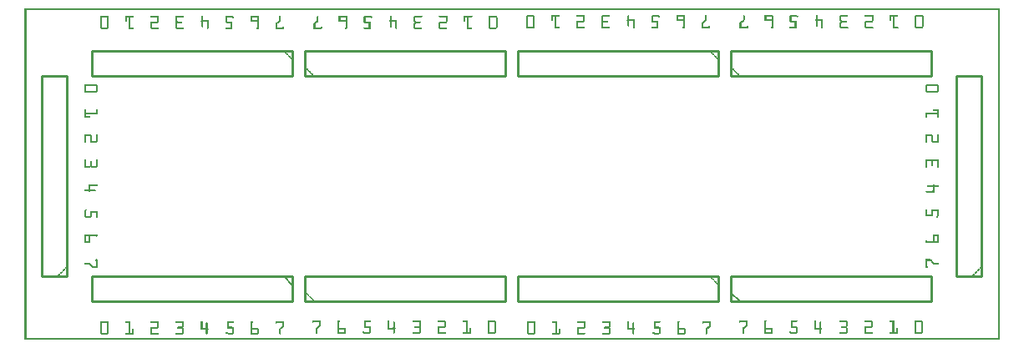
<source format=gto>
G04 MADE WITH FRITZING*
G04 WWW.FRITZING.ORG*
G04 DOUBLE SIDED*
G04 HOLES PLATED*
G04 CONTOUR ON CENTER OF CONTOUR VECTOR*
%ASAXBY*%
%FSLAX23Y23*%
%MOIN*%
%OFA0B0*%
%SFA1.0B1.0*%
%ADD10C,0.010000*%
%ADD11C,0.005000*%
%ADD12R,0.001000X0.001000*%
%LNSILK1*%
G90*
G70*
G54D10*
X2820Y155D02*
X3620Y155D01*
D02*
X3620Y155D02*
X3620Y255D01*
D02*
X3620Y255D02*
X2820Y255D01*
D02*
X2820Y255D02*
X2820Y155D01*
G54D11*
D02*
X2855Y155D02*
X2820Y190D01*
G54D10*
D02*
X2770Y255D02*
X1970Y255D01*
D02*
X1970Y255D02*
X1970Y155D01*
D02*
X1970Y155D02*
X2770Y155D01*
D02*
X2770Y155D02*
X2770Y255D01*
D02*
X1120Y155D02*
X1920Y155D01*
D02*
X1920Y155D02*
X1920Y255D01*
D02*
X1920Y255D02*
X1120Y255D01*
D02*
X1120Y255D02*
X1120Y155D01*
D02*
X1070Y255D02*
X270Y255D01*
D02*
X270Y255D02*
X270Y155D01*
D02*
X270Y155D02*
X1070Y155D01*
D02*
X1070Y155D02*
X1070Y255D01*
G54D11*
D02*
X1035Y255D02*
X1070Y220D01*
G54D10*
D02*
X2820Y1055D02*
X3620Y1055D01*
D02*
X3620Y1055D02*
X3620Y1155D01*
D02*
X3620Y1155D02*
X2820Y1155D01*
D02*
X2820Y1155D02*
X2820Y1055D01*
D02*
X2770Y1155D02*
X1970Y1155D01*
D02*
X1970Y1155D02*
X1970Y1055D01*
D02*
X1970Y1055D02*
X2770Y1055D01*
D02*
X2770Y1055D02*
X2770Y1155D01*
D02*
X1120Y1055D02*
X1920Y1055D01*
D02*
X1920Y1055D02*
X1920Y1155D01*
D02*
X1920Y1155D02*
X1120Y1155D01*
D02*
X1120Y1155D02*
X1120Y1055D01*
D02*
X1070Y1155D02*
X270Y1155D01*
D02*
X270Y1155D02*
X270Y1055D01*
D02*
X270Y1055D02*
X1070Y1055D01*
D02*
X1070Y1055D02*
X1070Y1155D01*
D02*
X3820Y255D02*
X3820Y1055D01*
D02*
X3820Y1055D02*
X3720Y1055D01*
D02*
X3720Y1055D02*
X3720Y255D01*
D02*
X3720Y255D02*
X3820Y255D01*
D02*
X170Y255D02*
X170Y1055D01*
D02*
X170Y1055D02*
X70Y1055D01*
D02*
X70Y1055D02*
X70Y255D01*
D02*
X70Y255D02*
X170Y255D01*
G54D12*
X0Y1325D02*
X3892Y1325D01*
X0Y1324D02*
X3892Y1324D01*
X0Y1323D02*
X3892Y1323D01*
X0Y1322D02*
X3892Y1322D01*
X0Y1321D02*
X3892Y1321D01*
X0Y1320D02*
X3892Y1320D01*
X0Y1319D02*
X3892Y1319D01*
X0Y1318D02*
X3892Y1318D01*
X0Y1317D02*
X7Y1317D01*
X3885Y1317D02*
X3892Y1317D01*
X0Y1316D02*
X7Y1316D01*
X3885Y1316D02*
X3892Y1316D01*
X0Y1315D02*
X7Y1315D01*
X3885Y1315D02*
X3892Y1315D01*
X0Y1314D02*
X7Y1314D01*
X3885Y1314D02*
X3892Y1314D01*
X0Y1313D02*
X7Y1313D01*
X3885Y1313D02*
X3892Y1313D01*
X0Y1312D02*
X7Y1312D01*
X3885Y1312D02*
X3892Y1312D01*
X0Y1311D02*
X7Y1311D01*
X3885Y1311D02*
X3892Y1311D01*
X0Y1310D02*
X7Y1310D01*
X3885Y1310D02*
X3892Y1310D01*
X0Y1309D02*
X7Y1309D01*
X3885Y1309D02*
X3892Y1309D01*
X0Y1308D02*
X7Y1308D01*
X3885Y1308D02*
X3892Y1308D01*
X0Y1307D02*
X7Y1307D01*
X3885Y1307D02*
X3892Y1307D01*
X0Y1306D02*
X7Y1306D01*
X3885Y1306D02*
X3892Y1306D01*
X0Y1305D02*
X7Y1305D01*
X3885Y1305D02*
X3892Y1305D01*
X0Y1304D02*
X7Y1304D01*
X3885Y1304D02*
X3892Y1304D01*
X0Y1303D02*
X7Y1303D01*
X3885Y1303D02*
X3892Y1303D01*
X0Y1302D02*
X7Y1302D01*
X3885Y1302D02*
X3892Y1302D01*
X0Y1301D02*
X7Y1301D01*
X3885Y1301D02*
X3892Y1301D01*
X0Y1300D02*
X7Y1300D01*
X3885Y1300D02*
X3892Y1300D01*
X0Y1299D02*
X7Y1299D01*
X3885Y1299D02*
X3892Y1299D01*
X0Y1298D02*
X7Y1298D01*
X2007Y1298D02*
X2032Y1298D01*
X2104Y1298D02*
X2134Y1298D01*
X2204Y1298D02*
X2236Y1298D01*
X2307Y1298D02*
X2334Y1298D01*
X2409Y1298D02*
X2412Y1298D01*
X2506Y1298D02*
X2527Y1298D01*
X2604Y1298D02*
X2634Y1298D01*
X2717Y1298D02*
X2720Y1298D01*
X2869Y1298D02*
X2872Y1298D01*
X2955Y1298D02*
X2986Y1298D01*
X3058Y1298D02*
X3079Y1298D01*
X3160Y1298D02*
X3163Y1298D01*
X3258Y1298D02*
X3285Y1298D01*
X3355Y1298D02*
X3387Y1298D01*
X3455Y1298D02*
X3485Y1298D01*
X3558Y1298D02*
X3582Y1298D01*
X3885Y1298D02*
X3892Y1298D01*
X0Y1297D02*
X7Y1297D01*
X2005Y1297D02*
X2033Y1297D01*
X2103Y1297D02*
X2135Y1297D01*
X2203Y1297D02*
X2236Y1297D01*
X2305Y1297D02*
X2335Y1297D01*
X2408Y1297D02*
X2413Y1297D01*
X2505Y1297D02*
X2530Y1297D01*
X2603Y1297D02*
X2635Y1297D01*
X2716Y1297D02*
X2721Y1297D01*
X2868Y1297D02*
X2873Y1297D01*
X2954Y1297D02*
X2986Y1297D01*
X3056Y1297D02*
X3082Y1297D01*
X3159Y1297D02*
X3164Y1297D01*
X3256Y1297D02*
X3286Y1297D01*
X3354Y1297D02*
X3387Y1297D01*
X3454Y1297D02*
X3486Y1297D01*
X3556Y1297D02*
X3584Y1297D01*
X3885Y1297D02*
X3892Y1297D01*
X0Y1296D02*
X7Y1296D01*
X309Y1296D02*
X329Y1296D01*
X406Y1296D02*
X432Y1296D01*
X506Y1296D02*
X535Y1296D01*
X609Y1296D02*
X632Y1296D01*
X809Y1296D02*
X824Y1296D01*
X905Y1296D02*
X932Y1296D01*
X1257Y1296D02*
X1284Y1296D01*
X1360Y1296D02*
X1375Y1296D01*
X1560Y1296D02*
X1583Y1296D01*
X1657Y1296D02*
X1686Y1296D01*
X1757Y1296D02*
X1783Y1296D01*
X1860Y1296D02*
X1880Y1296D01*
X2004Y1296D02*
X2034Y1296D01*
X2103Y1296D02*
X2136Y1296D01*
X2202Y1296D02*
X2236Y1296D01*
X2304Y1296D02*
X2335Y1296D01*
X2407Y1296D02*
X2413Y1296D01*
X2504Y1296D02*
X2532Y1296D01*
X2602Y1296D02*
X2635Y1296D01*
X2716Y1296D02*
X2721Y1296D01*
X2868Y1296D02*
X2873Y1296D01*
X2954Y1296D02*
X2987Y1296D01*
X3055Y1296D02*
X3084Y1296D01*
X3159Y1296D02*
X3165Y1296D01*
X3255Y1296D02*
X3287Y1296D01*
X3354Y1296D02*
X3387Y1296D01*
X3454Y1296D02*
X3487Y1296D01*
X3555Y1296D02*
X3585Y1296D01*
X3885Y1296D02*
X3892Y1296D01*
X0Y1295D02*
X7Y1295D01*
X306Y1295D02*
X332Y1295D01*
X403Y1295D02*
X435Y1295D01*
X503Y1295D02*
X536Y1295D01*
X606Y1295D02*
X634Y1295D01*
X708Y1295D02*
X712Y1295D01*
X806Y1295D02*
X829Y1295D01*
X903Y1295D02*
X934Y1295D01*
X1017Y1295D02*
X1020Y1295D01*
X1169Y1295D02*
X1172Y1295D01*
X1255Y1295D02*
X1286Y1295D01*
X1357Y1295D02*
X1380Y1295D01*
X1460Y1295D02*
X1463Y1295D01*
X1557Y1295D02*
X1586Y1295D01*
X1654Y1295D02*
X1687Y1295D01*
X1754Y1295D02*
X1786Y1295D01*
X1857Y1295D02*
X1883Y1295D01*
X2003Y1295D02*
X2035Y1295D01*
X2102Y1295D02*
X2136Y1295D01*
X2202Y1295D02*
X2236Y1295D01*
X2303Y1295D02*
X2336Y1295D01*
X2407Y1295D02*
X2413Y1295D01*
X2503Y1295D02*
X2534Y1295D01*
X2602Y1295D02*
X2635Y1295D01*
X2716Y1295D02*
X2722Y1295D01*
X2868Y1295D02*
X2874Y1295D01*
X2954Y1295D02*
X2987Y1295D01*
X3055Y1295D02*
X3086Y1295D01*
X3159Y1295D02*
X3165Y1295D01*
X3254Y1295D02*
X3287Y1295D01*
X3353Y1295D02*
X3387Y1295D01*
X3453Y1295D02*
X3487Y1295D01*
X3554Y1295D02*
X3586Y1295D01*
X3885Y1295D02*
X3892Y1295D01*
X0Y1294D02*
X7Y1294D01*
X305Y1294D02*
X334Y1294D01*
X403Y1294D02*
X435Y1294D01*
X503Y1294D02*
X536Y1294D01*
X604Y1294D02*
X635Y1294D01*
X708Y1294D02*
X713Y1294D01*
X804Y1294D02*
X831Y1294D01*
X902Y1294D02*
X935Y1294D01*
X1016Y1294D02*
X1021Y1294D01*
X1168Y1294D02*
X1173Y1294D01*
X1254Y1294D02*
X1287Y1294D01*
X1356Y1294D02*
X1382Y1294D01*
X1459Y1294D02*
X1464Y1294D01*
X1556Y1294D02*
X1586Y1294D01*
X1654Y1294D02*
X1687Y1294D01*
X1754Y1294D02*
X1786Y1294D01*
X1855Y1294D02*
X1884Y1294D01*
X2003Y1294D02*
X2035Y1294D01*
X2102Y1294D02*
X2136Y1294D01*
X2203Y1294D02*
X2236Y1294D01*
X2303Y1294D02*
X2335Y1294D01*
X2407Y1294D02*
X2413Y1294D01*
X2503Y1294D02*
X2535Y1294D01*
X2602Y1294D02*
X2635Y1294D01*
X2716Y1294D02*
X2722Y1294D01*
X2868Y1294D02*
X2874Y1294D01*
X2954Y1294D02*
X2987Y1294D01*
X3054Y1294D02*
X3087Y1294D01*
X3159Y1294D02*
X3165Y1294D01*
X3254Y1294D02*
X3287Y1294D01*
X3354Y1294D02*
X3387Y1294D01*
X3453Y1294D02*
X3487Y1294D01*
X3554Y1294D02*
X3586Y1294D01*
X3885Y1294D02*
X3892Y1294D01*
X0Y1293D02*
X7Y1293D01*
X304Y1293D02*
X334Y1293D01*
X402Y1293D02*
X436Y1293D01*
X502Y1293D02*
X536Y1293D01*
X603Y1293D02*
X635Y1293D01*
X707Y1293D02*
X713Y1293D01*
X803Y1293D02*
X833Y1293D01*
X902Y1293D02*
X935Y1293D01*
X1016Y1293D02*
X1021Y1293D01*
X1168Y1293D02*
X1173Y1293D01*
X1254Y1293D02*
X1287Y1293D01*
X1355Y1293D02*
X1385Y1293D01*
X1459Y1293D02*
X1465Y1293D01*
X1555Y1293D02*
X1587Y1293D01*
X1653Y1293D02*
X1687Y1293D01*
X1753Y1293D02*
X1787Y1293D01*
X1854Y1293D02*
X1885Y1293D01*
X2003Y1293D02*
X2036Y1293D01*
X2102Y1293D02*
X2135Y1293D01*
X2203Y1293D02*
X2236Y1293D01*
X2302Y1293D02*
X2335Y1293D01*
X2407Y1293D02*
X2413Y1293D01*
X2502Y1293D02*
X2535Y1293D01*
X2602Y1293D02*
X2635Y1293D01*
X2716Y1293D02*
X2722Y1293D01*
X2868Y1293D02*
X2874Y1293D01*
X2954Y1293D02*
X2987Y1293D01*
X3054Y1293D02*
X3087Y1293D01*
X3159Y1293D02*
X3165Y1293D01*
X3254Y1293D02*
X3286Y1293D01*
X3354Y1293D02*
X3387Y1293D01*
X3453Y1293D02*
X3486Y1293D01*
X3553Y1293D02*
X3587Y1293D01*
X3885Y1293D02*
X3892Y1293D01*
X0Y1292D02*
X7Y1292D01*
X303Y1292D02*
X335Y1292D01*
X402Y1292D02*
X436Y1292D01*
X502Y1292D02*
X536Y1292D01*
X603Y1292D02*
X635Y1292D01*
X707Y1292D02*
X713Y1292D01*
X803Y1292D02*
X834Y1292D01*
X902Y1292D02*
X935Y1292D01*
X1016Y1292D02*
X1022Y1292D01*
X1167Y1292D02*
X1173Y1292D01*
X1254Y1292D02*
X1287Y1292D01*
X1354Y1292D02*
X1386Y1292D01*
X1459Y1292D02*
X1465Y1292D01*
X1554Y1292D02*
X1587Y1292D01*
X1653Y1292D02*
X1687Y1292D01*
X1753Y1292D02*
X1787Y1292D01*
X1854Y1292D02*
X1886Y1292D01*
X2002Y1292D02*
X2036Y1292D01*
X2102Y1292D02*
X2134Y1292D01*
X2204Y1292D02*
X2236Y1292D01*
X2302Y1292D02*
X2334Y1292D01*
X2407Y1292D02*
X2413Y1292D01*
X2502Y1292D02*
X2535Y1292D01*
X2602Y1292D02*
X2635Y1292D01*
X2716Y1292D02*
X2722Y1292D01*
X2868Y1292D02*
X2874Y1292D01*
X2954Y1292D02*
X2987Y1292D01*
X3054Y1292D02*
X3087Y1292D01*
X3159Y1292D02*
X3165Y1292D01*
X3254Y1292D02*
X3285Y1292D01*
X3355Y1292D02*
X3387Y1292D01*
X3453Y1292D02*
X3485Y1292D01*
X3553Y1292D02*
X3587Y1292D01*
X3885Y1292D02*
X3892Y1292D01*
X0Y1291D02*
X7Y1291D01*
X303Y1291D02*
X335Y1291D01*
X402Y1291D02*
X435Y1291D01*
X503Y1291D02*
X536Y1291D01*
X602Y1291D02*
X635Y1291D01*
X707Y1291D02*
X713Y1291D01*
X802Y1291D02*
X835Y1291D01*
X902Y1291D02*
X935Y1291D01*
X1016Y1291D02*
X1022Y1291D01*
X1167Y1291D02*
X1173Y1291D01*
X1254Y1291D02*
X1287Y1291D01*
X1354Y1291D02*
X1387Y1291D01*
X1459Y1291D02*
X1465Y1291D01*
X1554Y1291D02*
X1586Y1291D01*
X1654Y1291D02*
X1687Y1291D01*
X1753Y1291D02*
X1786Y1291D01*
X1853Y1291D02*
X1886Y1291D01*
X2002Y1291D02*
X2008Y1291D01*
X2030Y1291D02*
X2036Y1291D01*
X2102Y1291D02*
X2108Y1291D01*
X2116Y1291D02*
X2122Y1291D01*
X2230Y1291D02*
X2236Y1291D01*
X2302Y1291D02*
X2308Y1291D01*
X2407Y1291D02*
X2413Y1291D01*
X2502Y1291D02*
X2508Y1291D01*
X2527Y1291D02*
X2535Y1291D01*
X2602Y1291D02*
X2608Y1291D01*
X2629Y1291D02*
X2635Y1291D01*
X2716Y1291D02*
X2722Y1291D01*
X2868Y1291D02*
X2874Y1291D01*
X2954Y1291D02*
X2960Y1291D01*
X2981Y1291D02*
X2987Y1291D01*
X3054Y1291D02*
X3060Y1291D01*
X3078Y1291D02*
X3087Y1291D01*
X3159Y1291D02*
X3165Y1291D01*
X3253Y1291D02*
X3259Y1291D01*
X3381Y1291D02*
X3387Y1291D01*
X3453Y1291D02*
X3459Y1291D01*
X3467Y1291D02*
X3473Y1291D01*
X3553Y1291D02*
X3559Y1291D01*
X3581Y1291D02*
X3587Y1291D01*
X3885Y1291D02*
X3892Y1291D01*
X0Y1290D02*
X7Y1290D01*
X302Y1290D02*
X336Y1290D01*
X402Y1290D02*
X435Y1290D01*
X503Y1290D02*
X536Y1290D01*
X602Y1290D02*
X634Y1290D01*
X707Y1290D02*
X713Y1290D01*
X802Y1290D02*
X835Y1290D01*
X902Y1290D02*
X935Y1290D01*
X1016Y1290D02*
X1022Y1290D01*
X1167Y1290D02*
X1173Y1290D01*
X1254Y1290D02*
X1287Y1290D01*
X1354Y1290D02*
X1387Y1290D01*
X1459Y1290D02*
X1465Y1290D01*
X1553Y1290D02*
X1586Y1290D01*
X1655Y1290D02*
X1687Y1290D01*
X1753Y1290D02*
X1785Y1290D01*
X1853Y1290D02*
X1886Y1290D01*
X2002Y1290D02*
X2008Y1290D01*
X2030Y1290D02*
X2036Y1290D01*
X2102Y1290D02*
X2108Y1290D01*
X2116Y1290D02*
X2122Y1290D01*
X2230Y1290D02*
X2236Y1290D01*
X2302Y1290D02*
X2308Y1290D01*
X2407Y1290D02*
X2413Y1290D01*
X2502Y1290D02*
X2508Y1290D01*
X2529Y1290D02*
X2535Y1290D01*
X2602Y1290D02*
X2608Y1290D01*
X2629Y1290D02*
X2635Y1290D01*
X2716Y1290D02*
X2722Y1290D01*
X2868Y1290D02*
X2874Y1290D01*
X2954Y1290D02*
X2960Y1290D01*
X2981Y1290D02*
X2987Y1290D01*
X3054Y1290D02*
X3060Y1290D01*
X3081Y1290D02*
X3086Y1290D01*
X3159Y1290D02*
X3165Y1290D01*
X3253Y1290D02*
X3259Y1290D01*
X3381Y1290D02*
X3387Y1290D01*
X3453Y1290D02*
X3459Y1290D01*
X3467Y1290D02*
X3473Y1290D01*
X3553Y1290D02*
X3559Y1290D01*
X3581Y1290D02*
X3587Y1290D01*
X3885Y1290D02*
X3892Y1290D01*
X0Y1289D02*
X7Y1289D01*
X302Y1289D02*
X309Y1289D01*
X329Y1289D02*
X336Y1289D01*
X402Y1289D02*
X409Y1289D01*
X416Y1289D02*
X422Y1289D01*
X529Y1289D02*
X536Y1289D01*
X602Y1289D02*
X609Y1289D01*
X707Y1289D02*
X713Y1289D01*
X802Y1289D02*
X808Y1289D01*
X825Y1289D02*
X835Y1289D01*
X902Y1289D02*
X908Y1289D01*
X929Y1289D02*
X935Y1289D01*
X1016Y1289D02*
X1022Y1289D01*
X1167Y1289D02*
X1173Y1289D01*
X1254Y1289D02*
X1260Y1289D01*
X1281Y1289D02*
X1287Y1289D01*
X1354Y1289D02*
X1360Y1289D01*
X1377Y1289D02*
X1387Y1289D01*
X1459Y1289D02*
X1465Y1289D01*
X1553Y1289D02*
X1560Y1289D01*
X1680Y1289D02*
X1687Y1289D01*
X1753Y1289D02*
X1760Y1289D01*
X1767Y1289D02*
X1773Y1289D01*
X1853Y1289D02*
X1860Y1289D01*
X1880Y1289D02*
X1887Y1289D01*
X2002Y1289D02*
X2008Y1289D01*
X2030Y1289D02*
X2036Y1289D01*
X2102Y1289D02*
X2108Y1289D01*
X2116Y1289D02*
X2122Y1289D01*
X2230Y1289D02*
X2236Y1289D01*
X2302Y1289D02*
X2308Y1289D01*
X2407Y1289D02*
X2413Y1289D01*
X2502Y1289D02*
X2508Y1289D01*
X2532Y1289D02*
X2533Y1289D01*
X2602Y1289D02*
X2608Y1289D01*
X2629Y1289D02*
X2635Y1289D01*
X2716Y1289D02*
X2722Y1289D01*
X2868Y1289D02*
X2874Y1289D01*
X2954Y1289D02*
X2960Y1289D01*
X2981Y1289D02*
X2987Y1289D01*
X3054Y1289D02*
X3060Y1289D01*
X3083Y1289D02*
X3085Y1289D01*
X3159Y1289D02*
X3165Y1289D01*
X3253Y1289D02*
X3259Y1289D01*
X3381Y1289D02*
X3387Y1289D01*
X3453Y1289D02*
X3459Y1289D01*
X3467Y1289D02*
X3473Y1289D01*
X3553Y1289D02*
X3559Y1289D01*
X3581Y1289D02*
X3587Y1289D01*
X3885Y1289D02*
X3892Y1289D01*
X0Y1288D02*
X7Y1288D01*
X302Y1288D02*
X308Y1288D01*
X330Y1288D02*
X336Y1288D01*
X402Y1288D02*
X408Y1288D01*
X416Y1288D02*
X422Y1288D01*
X530Y1288D02*
X536Y1288D01*
X602Y1288D02*
X608Y1288D01*
X707Y1288D02*
X713Y1288D01*
X802Y1288D02*
X808Y1288D01*
X828Y1288D02*
X835Y1288D01*
X902Y1288D02*
X908Y1288D01*
X929Y1288D02*
X935Y1288D01*
X1016Y1288D02*
X1022Y1288D01*
X1167Y1288D02*
X1173Y1288D01*
X1254Y1288D02*
X1260Y1288D01*
X1281Y1288D02*
X1287Y1288D01*
X1354Y1288D02*
X1360Y1288D01*
X1379Y1288D02*
X1387Y1288D01*
X1459Y1288D02*
X1465Y1288D01*
X1553Y1288D02*
X1559Y1288D01*
X1681Y1288D02*
X1687Y1288D01*
X1753Y1288D02*
X1759Y1288D01*
X1767Y1288D02*
X1773Y1288D01*
X1853Y1288D02*
X1859Y1288D01*
X1881Y1288D02*
X1887Y1288D01*
X2002Y1288D02*
X2008Y1288D01*
X2030Y1288D02*
X2036Y1288D01*
X2102Y1288D02*
X2108Y1288D01*
X2116Y1288D02*
X2122Y1288D01*
X2230Y1288D02*
X2236Y1288D01*
X2302Y1288D02*
X2308Y1288D01*
X2407Y1288D02*
X2413Y1288D01*
X2502Y1288D02*
X2508Y1288D01*
X2602Y1288D02*
X2608Y1288D01*
X2629Y1288D02*
X2635Y1288D01*
X2716Y1288D02*
X2722Y1288D01*
X2868Y1288D02*
X2874Y1288D01*
X2954Y1288D02*
X2960Y1288D01*
X2981Y1288D02*
X2987Y1288D01*
X3054Y1288D02*
X3060Y1288D01*
X3159Y1288D02*
X3165Y1288D01*
X3253Y1288D02*
X3259Y1288D01*
X3381Y1288D02*
X3387Y1288D01*
X3453Y1288D02*
X3459Y1288D01*
X3467Y1288D02*
X3473Y1288D01*
X3553Y1288D02*
X3559Y1288D01*
X3581Y1288D02*
X3587Y1288D01*
X3885Y1288D02*
X3892Y1288D01*
X0Y1287D02*
X7Y1287D01*
X302Y1287D02*
X308Y1287D01*
X330Y1287D02*
X336Y1287D01*
X402Y1287D02*
X408Y1287D01*
X416Y1287D02*
X422Y1287D01*
X530Y1287D02*
X536Y1287D01*
X602Y1287D02*
X608Y1287D01*
X707Y1287D02*
X713Y1287D01*
X802Y1287D02*
X808Y1287D01*
X830Y1287D02*
X834Y1287D01*
X902Y1287D02*
X908Y1287D01*
X929Y1287D02*
X935Y1287D01*
X1016Y1287D02*
X1022Y1287D01*
X1167Y1287D02*
X1173Y1287D01*
X1254Y1287D02*
X1260Y1287D01*
X1281Y1287D02*
X1287Y1287D01*
X1354Y1287D02*
X1360Y1287D01*
X1382Y1287D02*
X1386Y1287D01*
X1459Y1287D02*
X1465Y1287D01*
X1553Y1287D02*
X1559Y1287D01*
X1681Y1287D02*
X1687Y1287D01*
X1753Y1287D02*
X1759Y1287D01*
X1767Y1287D02*
X1773Y1287D01*
X1853Y1287D02*
X1859Y1287D01*
X1881Y1287D02*
X1887Y1287D01*
X2002Y1287D02*
X2008Y1287D01*
X2030Y1287D02*
X2036Y1287D01*
X2102Y1287D02*
X2108Y1287D01*
X2116Y1287D02*
X2122Y1287D01*
X2230Y1287D02*
X2236Y1287D01*
X2302Y1287D02*
X2308Y1287D01*
X2407Y1287D02*
X2413Y1287D01*
X2502Y1287D02*
X2508Y1287D01*
X2602Y1287D02*
X2608Y1287D01*
X2629Y1287D02*
X2635Y1287D01*
X2716Y1287D02*
X2722Y1287D01*
X2868Y1287D02*
X2874Y1287D01*
X2954Y1287D02*
X2960Y1287D01*
X2981Y1287D02*
X2987Y1287D01*
X3054Y1287D02*
X3060Y1287D01*
X3159Y1287D02*
X3165Y1287D01*
X3253Y1287D02*
X3259Y1287D01*
X3381Y1287D02*
X3387Y1287D01*
X3453Y1287D02*
X3459Y1287D01*
X3467Y1287D02*
X3473Y1287D01*
X3553Y1287D02*
X3559Y1287D01*
X3581Y1287D02*
X3587Y1287D01*
X3885Y1287D02*
X3892Y1287D01*
X0Y1286D02*
X7Y1286D01*
X302Y1286D02*
X308Y1286D01*
X330Y1286D02*
X336Y1286D01*
X402Y1286D02*
X408Y1286D01*
X416Y1286D02*
X422Y1286D01*
X530Y1286D02*
X536Y1286D01*
X602Y1286D02*
X608Y1286D01*
X707Y1286D02*
X713Y1286D01*
X802Y1286D02*
X808Y1286D01*
X902Y1286D02*
X908Y1286D01*
X929Y1286D02*
X935Y1286D01*
X1016Y1286D02*
X1022Y1286D01*
X1167Y1286D02*
X1173Y1286D01*
X1254Y1286D02*
X1260Y1286D01*
X1281Y1286D02*
X1287Y1286D01*
X1354Y1286D02*
X1360Y1286D01*
X1459Y1286D02*
X1465Y1286D01*
X1553Y1286D02*
X1559Y1286D01*
X1681Y1286D02*
X1687Y1286D01*
X1753Y1286D02*
X1759Y1286D01*
X1767Y1286D02*
X1773Y1286D01*
X1853Y1286D02*
X1859Y1286D01*
X1881Y1286D02*
X1887Y1286D01*
X2002Y1286D02*
X2008Y1286D01*
X2030Y1286D02*
X2036Y1286D01*
X2102Y1286D02*
X2108Y1286D01*
X2116Y1286D02*
X2122Y1286D01*
X2230Y1286D02*
X2236Y1286D01*
X2302Y1286D02*
X2308Y1286D01*
X2407Y1286D02*
X2413Y1286D01*
X2502Y1286D02*
X2508Y1286D01*
X2602Y1286D02*
X2608Y1286D01*
X2629Y1286D02*
X2635Y1286D01*
X2716Y1286D02*
X2722Y1286D01*
X2868Y1286D02*
X2874Y1286D01*
X2954Y1286D02*
X2960Y1286D01*
X2981Y1286D02*
X2987Y1286D01*
X3054Y1286D02*
X3060Y1286D01*
X3159Y1286D02*
X3165Y1286D01*
X3253Y1286D02*
X3259Y1286D01*
X3381Y1286D02*
X3387Y1286D01*
X3453Y1286D02*
X3459Y1286D01*
X3467Y1286D02*
X3473Y1286D01*
X3553Y1286D02*
X3559Y1286D01*
X3581Y1286D02*
X3587Y1286D01*
X3885Y1286D02*
X3892Y1286D01*
X0Y1285D02*
X7Y1285D01*
X302Y1285D02*
X308Y1285D01*
X330Y1285D02*
X336Y1285D01*
X402Y1285D02*
X408Y1285D01*
X416Y1285D02*
X422Y1285D01*
X530Y1285D02*
X536Y1285D01*
X602Y1285D02*
X608Y1285D01*
X707Y1285D02*
X713Y1285D01*
X802Y1285D02*
X808Y1285D01*
X902Y1285D02*
X908Y1285D01*
X929Y1285D02*
X935Y1285D01*
X1016Y1285D02*
X1022Y1285D01*
X1167Y1285D02*
X1173Y1285D01*
X1254Y1285D02*
X1260Y1285D01*
X1281Y1285D02*
X1287Y1285D01*
X1354Y1285D02*
X1360Y1285D01*
X1459Y1285D02*
X1465Y1285D01*
X1553Y1285D02*
X1559Y1285D01*
X1681Y1285D02*
X1687Y1285D01*
X1753Y1285D02*
X1759Y1285D01*
X1767Y1285D02*
X1773Y1285D01*
X1853Y1285D02*
X1859Y1285D01*
X1881Y1285D02*
X1887Y1285D01*
X2002Y1285D02*
X2008Y1285D01*
X2030Y1285D02*
X2036Y1285D01*
X2102Y1285D02*
X2108Y1285D01*
X2116Y1285D02*
X2122Y1285D01*
X2230Y1285D02*
X2236Y1285D01*
X2302Y1285D02*
X2308Y1285D01*
X2407Y1285D02*
X2413Y1285D01*
X2502Y1285D02*
X2508Y1285D01*
X2602Y1285D02*
X2608Y1285D01*
X2629Y1285D02*
X2635Y1285D01*
X2716Y1285D02*
X2722Y1285D01*
X2868Y1285D02*
X2874Y1285D01*
X2954Y1285D02*
X2960Y1285D01*
X2981Y1285D02*
X2987Y1285D01*
X3054Y1285D02*
X3060Y1285D01*
X3159Y1285D02*
X3165Y1285D01*
X3253Y1285D02*
X3259Y1285D01*
X3381Y1285D02*
X3387Y1285D01*
X3453Y1285D02*
X3459Y1285D01*
X3467Y1285D02*
X3473Y1285D01*
X3553Y1285D02*
X3559Y1285D01*
X3581Y1285D02*
X3587Y1285D01*
X3885Y1285D02*
X3892Y1285D01*
X0Y1284D02*
X7Y1284D01*
X302Y1284D02*
X308Y1284D01*
X330Y1284D02*
X336Y1284D01*
X402Y1284D02*
X408Y1284D01*
X416Y1284D02*
X422Y1284D01*
X530Y1284D02*
X536Y1284D01*
X602Y1284D02*
X608Y1284D01*
X707Y1284D02*
X713Y1284D01*
X802Y1284D02*
X808Y1284D01*
X902Y1284D02*
X908Y1284D01*
X929Y1284D02*
X935Y1284D01*
X1016Y1284D02*
X1022Y1284D01*
X1167Y1284D02*
X1173Y1284D01*
X1254Y1284D02*
X1260Y1284D01*
X1281Y1284D02*
X1287Y1284D01*
X1354Y1284D02*
X1360Y1284D01*
X1459Y1284D02*
X1465Y1284D01*
X1553Y1284D02*
X1559Y1284D01*
X1681Y1284D02*
X1687Y1284D01*
X1753Y1284D02*
X1759Y1284D01*
X1767Y1284D02*
X1773Y1284D01*
X1853Y1284D02*
X1859Y1284D01*
X1881Y1284D02*
X1887Y1284D01*
X2002Y1284D02*
X2008Y1284D01*
X2030Y1284D02*
X2036Y1284D01*
X2102Y1284D02*
X2108Y1284D01*
X2116Y1284D02*
X2122Y1284D01*
X2230Y1284D02*
X2236Y1284D01*
X2302Y1284D02*
X2308Y1284D01*
X2407Y1284D02*
X2413Y1284D01*
X2502Y1284D02*
X2508Y1284D01*
X2602Y1284D02*
X2608Y1284D01*
X2629Y1284D02*
X2635Y1284D01*
X2716Y1284D02*
X2722Y1284D01*
X2868Y1284D02*
X2874Y1284D01*
X2954Y1284D02*
X2960Y1284D01*
X2981Y1284D02*
X2987Y1284D01*
X3054Y1284D02*
X3060Y1284D01*
X3159Y1284D02*
X3165Y1284D01*
X3253Y1284D02*
X3259Y1284D01*
X3381Y1284D02*
X3387Y1284D01*
X3453Y1284D02*
X3459Y1284D01*
X3467Y1284D02*
X3473Y1284D01*
X3553Y1284D02*
X3559Y1284D01*
X3581Y1284D02*
X3587Y1284D01*
X3885Y1284D02*
X3892Y1284D01*
X0Y1283D02*
X7Y1283D01*
X302Y1283D02*
X308Y1283D01*
X330Y1283D02*
X336Y1283D01*
X402Y1283D02*
X408Y1283D01*
X416Y1283D02*
X422Y1283D01*
X530Y1283D02*
X536Y1283D01*
X602Y1283D02*
X608Y1283D01*
X707Y1283D02*
X713Y1283D01*
X802Y1283D02*
X808Y1283D01*
X902Y1283D02*
X908Y1283D01*
X929Y1283D02*
X935Y1283D01*
X1016Y1283D02*
X1022Y1283D01*
X1167Y1283D02*
X1173Y1283D01*
X1254Y1283D02*
X1260Y1283D01*
X1281Y1283D02*
X1287Y1283D01*
X1354Y1283D02*
X1360Y1283D01*
X1459Y1283D02*
X1465Y1283D01*
X1553Y1283D02*
X1559Y1283D01*
X1681Y1283D02*
X1687Y1283D01*
X1753Y1283D02*
X1759Y1283D01*
X1767Y1283D02*
X1773Y1283D01*
X1853Y1283D02*
X1859Y1283D01*
X1881Y1283D02*
X1887Y1283D01*
X2002Y1283D02*
X2008Y1283D01*
X2030Y1283D02*
X2036Y1283D01*
X2102Y1283D02*
X2108Y1283D01*
X2116Y1283D02*
X2122Y1283D01*
X2230Y1283D02*
X2236Y1283D01*
X2302Y1283D02*
X2308Y1283D01*
X2407Y1283D02*
X2413Y1283D01*
X2502Y1283D02*
X2508Y1283D01*
X2602Y1283D02*
X2608Y1283D01*
X2629Y1283D02*
X2635Y1283D01*
X2716Y1283D02*
X2722Y1283D01*
X2868Y1283D02*
X2874Y1283D01*
X2954Y1283D02*
X2960Y1283D01*
X2981Y1283D02*
X2987Y1283D01*
X3054Y1283D02*
X3060Y1283D01*
X3159Y1283D02*
X3165Y1283D01*
X3253Y1283D02*
X3259Y1283D01*
X3381Y1283D02*
X3387Y1283D01*
X3453Y1283D02*
X3459Y1283D01*
X3467Y1283D02*
X3473Y1283D01*
X3553Y1283D02*
X3559Y1283D01*
X3581Y1283D02*
X3587Y1283D01*
X3885Y1283D02*
X3892Y1283D01*
X0Y1282D02*
X7Y1282D01*
X302Y1282D02*
X308Y1282D01*
X330Y1282D02*
X336Y1282D01*
X402Y1282D02*
X408Y1282D01*
X416Y1282D02*
X422Y1282D01*
X530Y1282D02*
X536Y1282D01*
X602Y1282D02*
X608Y1282D01*
X707Y1282D02*
X713Y1282D01*
X802Y1282D02*
X808Y1282D01*
X902Y1282D02*
X908Y1282D01*
X929Y1282D02*
X935Y1282D01*
X1016Y1282D02*
X1022Y1282D01*
X1167Y1282D02*
X1173Y1282D01*
X1254Y1282D02*
X1260Y1282D01*
X1281Y1282D02*
X1287Y1282D01*
X1354Y1282D02*
X1360Y1282D01*
X1459Y1282D02*
X1465Y1282D01*
X1553Y1282D02*
X1559Y1282D01*
X1681Y1282D02*
X1687Y1282D01*
X1753Y1282D02*
X1759Y1282D01*
X1767Y1282D02*
X1773Y1282D01*
X1853Y1282D02*
X1859Y1282D01*
X1881Y1282D02*
X1887Y1282D01*
X2002Y1282D02*
X2008Y1282D01*
X2030Y1282D02*
X2036Y1282D01*
X2102Y1282D02*
X2108Y1282D01*
X2116Y1282D02*
X2122Y1282D01*
X2230Y1282D02*
X2236Y1282D01*
X2302Y1282D02*
X2308Y1282D01*
X2407Y1282D02*
X2413Y1282D01*
X2502Y1282D02*
X2508Y1282D01*
X2602Y1282D02*
X2608Y1282D01*
X2629Y1282D02*
X2635Y1282D01*
X2716Y1282D02*
X2722Y1282D01*
X2868Y1282D02*
X2874Y1282D01*
X2954Y1282D02*
X2960Y1282D01*
X2981Y1282D02*
X2987Y1282D01*
X3054Y1282D02*
X3060Y1282D01*
X3159Y1282D02*
X3165Y1282D01*
X3253Y1282D02*
X3259Y1282D01*
X3381Y1282D02*
X3387Y1282D01*
X3453Y1282D02*
X3459Y1282D01*
X3467Y1282D02*
X3473Y1282D01*
X3553Y1282D02*
X3559Y1282D01*
X3581Y1282D02*
X3587Y1282D01*
X3885Y1282D02*
X3892Y1282D01*
X0Y1281D02*
X7Y1281D01*
X302Y1281D02*
X308Y1281D01*
X330Y1281D02*
X336Y1281D01*
X402Y1281D02*
X408Y1281D01*
X416Y1281D02*
X422Y1281D01*
X530Y1281D02*
X536Y1281D01*
X602Y1281D02*
X608Y1281D01*
X707Y1281D02*
X713Y1281D01*
X802Y1281D02*
X808Y1281D01*
X902Y1281D02*
X908Y1281D01*
X929Y1281D02*
X935Y1281D01*
X1016Y1281D02*
X1022Y1281D01*
X1167Y1281D02*
X1173Y1281D01*
X1254Y1281D02*
X1260Y1281D01*
X1281Y1281D02*
X1287Y1281D01*
X1354Y1281D02*
X1360Y1281D01*
X1459Y1281D02*
X1465Y1281D01*
X1553Y1281D02*
X1559Y1281D01*
X1681Y1281D02*
X1687Y1281D01*
X1753Y1281D02*
X1759Y1281D01*
X1767Y1281D02*
X1773Y1281D01*
X1853Y1281D02*
X1859Y1281D01*
X1881Y1281D02*
X1887Y1281D01*
X2002Y1281D02*
X2008Y1281D01*
X2030Y1281D02*
X2036Y1281D01*
X2102Y1281D02*
X2108Y1281D01*
X2116Y1281D02*
X2122Y1281D01*
X2230Y1281D02*
X2236Y1281D01*
X2302Y1281D02*
X2308Y1281D01*
X2407Y1281D02*
X2414Y1281D01*
X2502Y1281D02*
X2508Y1281D01*
X2602Y1281D02*
X2608Y1281D01*
X2629Y1281D02*
X2635Y1281D01*
X2716Y1281D02*
X2722Y1281D01*
X2868Y1281D02*
X2874Y1281D01*
X2954Y1281D02*
X2960Y1281D01*
X2981Y1281D02*
X2987Y1281D01*
X3054Y1281D02*
X3060Y1281D01*
X3158Y1281D02*
X3165Y1281D01*
X3253Y1281D02*
X3259Y1281D01*
X3381Y1281D02*
X3387Y1281D01*
X3453Y1281D02*
X3459Y1281D01*
X3467Y1281D02*
X3473Y1281D01*
X3553Y1281D02*
X3559Y1281D01*
X3581Y1281D02*
X3587Y1281D01*
X3885Y1281D02*
X3892Y1281D01*
X0Y1280D02*
X7Y1280D01*
X302Y1280D02*
X308Y1280D01*
X330Y1280D02*
X336Y1280D01*
X402Y1280D02*
X408Y1280D01*
X416Y1280D02*
X422Y1280D01*
X530Y1280D02*
X536Y1280D01*
X602Y1280D02*
X608Y1280D01*
X707Y1280D02*
X713Y1280D01*
X802Y1280D02*
X808Y1280D01*
X902Y1280D02*
X908Y1280D01*
X929Y1280D02*
X935Y1280D01*
X1016Y1280D02*
X1022Y1280D01*
X1167Y1280D02*
X1173Y1280D01*
X1254Y1280D02*
X1260Y1280D01*
X1281Y1280D02*
X1287Y1280D01*
X1354Y1280D02*
X1360Y1280D01*
X1459Y1280D02*
X1465Y1280D01*
X1553Y1280D02*
X1559Y1280D01*
X1681Y1280D02*
X1687Y1280D01*
X1753Y1280D02*
X1759Y1280D01*
X1767Y1280D02*
X1773Y1280D01*
X1853Y1280D02*
X1859Y1280D01*
X1881Y1280D02*
X1887Y1280D01*
X2002Y1280D02*
X2008Y1280D01*
X2030Y1280D02*
X2036Y1280D01*
X2102Y1280D02*
X2108Y1280D01*
X2116Y1280D02*
X2122Y1280D01*
X2230Y1280D02*
X2236Y1280D01*
X2302Y1280D02*
X2308Y1280D01*
X2405Y1280D02*
X2434Y1280D01*
X2502Y1280D02*
X2508Y1280D01*
X2602Y1280D02*
X2635Y1280D01*
X2716Y1280D02*
X2722Y1280D01*
X2868Y1280D02*
X2874Y1280D01*
X2954Y1280D02*
X2987Y1280D01*
X3054Y1280D02*
X3060Y1280D01*
X3156Y1280D02*
X3185Y1280D01*
X3253Y1280D02*
X3259Y1280D01*
X3381Y1280D02*
X3387Y1280D01*
X3453Y1280D02*
X3459Y1280D01*
X3467Y1280D02*
X3473Y1280D01*
X3553Y1280D02*
X3559Y1280D01*
X3581Y1280D02*
X3587Y1280D01*
X3885Y1280D02*
X3892Y1280D01*
X0Y1279D02*
X7Y1279D01*
X302Y1279D02*
X308Y1279D01*
X330Y1279D02*
X336Y1279D01*
X402Y1279D02*
X408Y1279D01*
X416Y1279D02*
X422Y1279D01*
X530Y1279D02*
X536Y1279D01*
X602Y1279D02*
X608Y1279D01*
X707Y1279D02*
X713Y1279D01*
X802Y1279D02*
X808Y1279D01*
X902Y1279D02*
X908Y1279D01*
X929Y1279D02*
X935Y1279D01*
X1016Y1279D02*
X1022Y1279D01*
X1167Y1279D02*
X1173Y1279D01*
X1254Y1279D02*
X1260Y1279D01*
X1281Y1279D02*
X1287Y1279D01*
X1354Y1279D02*
X1360Y1279D01*
X1459Y1279D02*
X1465Y1279D01*
X1553Y1279D02*
X1559Y1279D01*
X1681Y1279D02*
X1687Y1279D01*
X1753Y1279D02*
X1759Y1279D01*
X1767Y1279D02*
X1773Y1279D01*
X1853Y1279D02*
X1859Y1279D01*
X1881Y1279D02*
X1887Y1279D01*
X2002Y1279D02*
X2008Y1279D01*
X2030Y1279D02*
X2036Y1279D01*
X2102Y1279D02*
X2108Y1279D01*
X2116Y1279D02*
X2122Y1279D01*
X2230Y1279D02*
X2236Y1279D01*
X2302Y1279D02*
X2308Y1279D01*
X2404Y1279D02*
X2434Y1279D01*
X2502Y1279D02*
X2508Y1279D01*
X2602Y1279D02*
X2635Y1279D01*
X2715Y1279D02*
X2722Y1279D01*
X2867Y1279D02*
X2874Y1279D01*
X2954Y1279D02*
X2987Y1279D01*
X3054Y1279D02*
X3060Y1279D01*
X3156Y1279D02*
X3185Y1279D01*
X3253Y1279D02*
X3259Y1279D01*
X3381Y1279D02*
X3387Y1279D01*
X3453Y1279D02*
X3459Y1279D01*
X3467Y1279D02*
X3473Y1279D01*
X3553Y1279D02*
X3559Y1279D01*
X3581Y1279D02*
X3587Y1279D01*
X3885Y1279D02*
X3892Y1279D01*
X0Y1278D02*
X7Y1278D01*
X302Y1278D02*
X308Y1278D01*
X330Y1278D02*
X336Y1278D01*
X402Y1278D02*
X408Y1278D01*
X416Y1278D02*
X422Y1278D01*
X530Y1278D02*
X536Y1278D01*
X602Y1278D02*
X608Y1278D01*
X706Y1278D02*
X734Y1278D01*
X802Y1278D02*
X808Y1278D01*
X902Y1278D02*
X935Y1278D01*
X1016Y1278D02*
X1022Y1278D01*
X1167Y1278D02*
X1173Y1278D01*
X1254Y1278D02*
X1287Y1278D01*
X1354Y1278D02*
X1360Y1278D01*
X1457Y1278D02*
X1485Y1278D01*
X1553Y1278D02*
X1559Y1278D01*
X1681Y1278D02*
X1687Y1278D01*
X1753Y1278D02*
X1759Y1278D01*
X1767Y1278D02*
X1773Y1278D01*
X1853Y1278D02*
X1859Y1278D01*
X1881Y1278D02*
X1887Y1278D01*
X2002Y1278D02*
X2008Y1278D01*
X2030Y1278D02*
X2036Y1278D01*
X2102Y1278D02*
X2108Y1278D01*
X2116Y1278D02*
X2122Y1278D01*
X2230Y1278D02*
X2236Y1278D01*
X2302Y1278D02*
X2308Y1278D01*
X2404Y1278D02*
X2434Y1278D01*
X2502Y1278D02*
X2508Y1278D01*
X2602Y1278D02*
X2635Y1278D01*
X2714Y1278D02*
X2722Y1278D01*
X2866Y1278D02*
X2874Y1278D01*
X2954Y1278D02*
X2987Y1278D01*
X3054Y1278D02*
X3060Y1278D01*
X3155Y1278D02*
X3185Y1278D01*
X3254Y1278D02*
X3260Y1278D01*
X3381Y1278D02*
X3387Y1278D01*
X3453Y1278D02*
X3459Y1278D01*
X3467Y1278D02*
X3473Y1278D01*
X3553Y1278D02*
X3559Y1278D01*
X3581Y1278D02*
X3587Y1278D01*
X3885Y1278D02*
X3892Y1278D01*
X0Y1277D02*
X7Y1277D01*
X302Y1277D02*
X308Y1277D01*
X330Y1277D02*
X336Y1277D01*
X402Y1277D02*
X408Y1277D01*
X416Y1277D02*
X422Y1277D01*
X530Y1277D02*
X536Y1277D01*
X602Y1277D02*
X608Y1277D01*
X705Y1277D02*
X734Y1277D01*
X802Y1277D02*
X808Y1277D01*
X902Y1277D02*
X935Y1277D01*
X1016Y1277D02*
X1022Y1277D01*
X1167Y1277D02*
X1173Y1277D01*
X1254Y1277D02*
X1287Y1277D01*
X1354Y1277D02*
X1360Y1277D01*
X1456Y1277D02*
X1485Y1277D01*
X1553Y1277D02*
X1559Y1277D01*
X1681Y1277D02*
X1687Y1277D01*
X1753Y1277D02*
X1759Y1277D01*
X1767Y1277D02*
X1773Y1277D01*
X1853Y1277D02*
X1859Y1277D01*
X1881Y1277D02*
X1887Y1277D01*
X2002Y1277D02*
X2008Y1277D01*
X2030Y1277D02*
X2036Y1277D01*
X2102Y1277D02*
X2108Y1277D01*
X2116Y1277D02*
X2122Y1277D01*
X2230Y1277D02*
X2236Y1277D01*
X2302Y1277D02*
X2309Y1277D01*
X2404Y1277D02*
X2434Y1277D01*
X2502Y1277D02*
X2508Y1277D01*
X2602Y1277D02*
X2635Y1277D01*
X2713Y1277D02*
X2722Y1277D01*
X2865Y1277D02*
X2873Y1277D01*
X2954Y1277D02*
X2987Y1277D01*
X3054Y1277D02*
X3060Y1277D01*
X3155Y1277D02*
X3185Y1277D01*
X3254Y1277D02*
X3260Y1277D01*
X3381Y1277D02*
X3387Y1277D01*
X3453Y1277D02*
X3459Y1277D01*
X3467Y1277D02*
X3473Y1277D01*
X3553Y1277D02*
X3559Y1277D01*
X3581Y1277D02*
X3587Y1277D01*
X3885Y1277D02*
X3892Y1277D01*
X0Y1276D02*
X7Y1276D01*
X302Y1276D02*
X308Y1276D01*
X330Y1276D02*
X336Y1276D01*
X402Y1276D02*
X408Y1276D01*
X416Y1276D02*
X422Y1276D01*
X530Y1276D02*
X536Y1276D01*
X602Y1276D02*
X608Y1276D01*
X704Y1276D02*
X734Y1276D01*
X802Y1276D02*
X808Y1276D01*
X902Y1276D02*
X935Y1276D01*
X1015Y1276D02*
X1022Y1276D01*
X1167Y1276D02*
X1173Y1276D01*
X1254Y1276D02*
X1287Y1276D01*
X1354Y1276D02*
X1360Y1276D01*
X1455Y1276D02*
X1485Y1276D01*
X1553Y1276D02*
X1559Y1276D01*
X1681Y1276D02*
X1687Y1276D01*
X1753Y1276D02*
X1759Y1276D01*
X1767Y1276D02*
X1773Y1276D01*
X1853Y1276D02*
X1859Y1276D01*
X1881Y1276D02*
X1887Y1276D01*
X2002Y1276D02*
X2008Y1276D01*
X2030Y1276D02*
X2036Y1276D01*
X2103Y1276D02*
X2108Y1276D01*
X2116Y1276D02*
X2122Y1276D01*
X2230Y1276D02*
X2236Y1276D01*
X2303Y1276D02*
X2310Y1276D01*
X2404Y1276D02*
X2434Y1276D01*
X2502Y1276D02*
X2508Y1276D01*
X2602Y1276D02*
X2635Y1276D01*
X2712Y1276D02*
X2721Y1276D01*
X2864Y1276D02*
X2873Y1276D01*
X2954Y1276D02*
X2987Y1276D01*
X3054Y1276D02*
X3060Y1276D01*
X3156Y1276D02*
X3185Y1276D01*
X3254Y1276D02*
X3261Y1276D01*
X3381Y1276D02*
X3387Y1276D01*
X3454Y1276D02*
X3459Y1276D01*
X3467Y1276D02*
X3473Y1276D01*
X3553Y1276D02*
X3559Y1276D01*
X3581Y1276D02*
X3587Y1276D01*
X3885Y1276D02*
X3892Y1276D01*
X0Y1275D02*
X7Y1275D01*
X302Y1275D02*
X308Y1275D01*
X330Y1275D02*
X336Y1275D01*
X402Y1275D02*
X408Y1275D01*
X416Y1275D02*
X422Y1275D01*
X530Y1275D02*
X536Y1275D01*
X602Y1275D02*
X608Y1275D01*
X704Y1275D02*
X734Y1275D01*
X802Y1275D02*
X808Y1275D01*
X902Y1275D02*
X935Y1275D01*
X1014Y1275D02*
X1022Y1275D01*
X1166Y1275D02*
X1173Y1275D01*
X1254Y1275D02*
X1287Y1275D01*
X1354Y1275D02*
X1360Y1275D01*
X1455Y1275D02*
X1485Y1275D01*
X1553Y1275D02*
X1560Y1275D01*
X1681Y1275D02*
X1687Y1275D01*
X1753Y1275D02*
X1759Y1275D01*
X1767Y1275D02*
X1773Y1275D01*
X1853Y1275D02*
X1859Y1275D01*
X1881Y1275D02*
X1887Y1275D01*
X2002Y1275D02*
X2008Y1275D01*
X2030Y1275D02*
X2036Y1275D01*
X2104Y1275D02*
X2107Y1275D01*
X2116Y1275D02*
X2122Y1275D01*
X2208Y1275D02*
X2236Y1275D01*
X2303Y1275D02*
X2326Y1275D01*
X2405Y1275D02*
X2434Y1275D01*
X2502Y1275D02*
X2528Y1275D01*
X2603Y1275D02*
X2635Y1275D01*
X2711Y1275D02*
X2721Y1275D01*
X2863Y1275D02*
X2872Y1275D01*
X2955Y1275D02*
X2987Y1275D01*
X3054Y1275D02*
X3080Y1275D01*
X3156Y1275D02*
X3185Y1275D01*
X3254Y1275D02*
X3277Y1275D01*
X3359Y1275D02*
X3387Y1275D01*
X3454Y1275D02*
X3458Y1275D01*
X3467Y1275D02*
X3473Y1275D01*
X3553Y1275D02*
X3559Y1275D01*
X3581Y1275D02*
X3587Y1275D01*
X3885Y1275D02*
X3892Y1275D01*
X0Y1274D02*
X7Y1274D01*
X302Y1274D02*
X308Y1274D01*
X330Y1274D02*
X336Y1274D01*
X402Y1274D02*
X408Y1274D01*
X416Y1274D02*
X422Y1274D01*
X530Y1274D02*
X536Y1274D01*
X602Y1274D02*
X609Y1274D01*
X704Y1274D02*
X734Y1274D01*
X802Y1274D02*
X808Y1274D01*
X902Y1274D02*
X935Y1274D01*
X1013Y1274D02*
X1021Y1274D01*
X1164Y1274D02*
X1173Y1274D01*
X1254Y1274D02*
X1287Y1274D01*
X1354Y1274D02*
X1360Y1274D01*
X1455Y1274D02*
X1485Y1274D01*
X1554Y1274D02*
X1560Y1274D01*
X1681Y1274D02*
X1687Y1274D01*
X1753Y1274D02*
X1759Y1274D01*
X1767Y1274D02*
X1773Y1274D01*
X1853Y1274D02*
X1859Y1274D01*
X1881Y1274D02*
X1887Y1274D01*
X2002Y1274D02*
X2008Y1274D01*
X2030Y1274D02*
X2036Y1274D01*
X2116Y1274D02*
X2122Y1274D01*
X2206Y1274D02*
X2236Y1274D01*
X2303Y1274D02*
X2328Y1274D01*
X2407Y1274D02*
X2434Y1274D01*
X2502Y1274D02*
X2529Y1274D01*
X2606Y1274D02*
X2635Y1274D01*
X2710Y1274D02*
X2719Y1274D01*
X2862Y1274D02*
X2871Y1274D01*
X2958Y1274D02*
X2987Y1274D01*
X3054Y1274D02*
X3080Y1274D01*
X3158Y1274D02*
X3185Y1274D01*
X3255Y1274D02*
X3279Y1274D01*
X3357Y1274D02*
X3387Y1274D01*
X3467Y1274D02*
X3473Y1274D01*
X3553Y1274D02*
X3559Y1274D01*
X3581Y1274D02*
X3587Y1274D01*
X3885Y1274D02*
X3892Y1274D01*
X0Y1273D02*
X7Y1273D01*
X302Y1273D02*
X308Y1273D01*
X330Y1273D02*
X336Y1273D01*
X403Y1273D02*
X408Y1273D01*
X416Y1273D02*
X422Y1273D01*
X530Y1273D02*
X536Y1273D01*
X603Y1273D02*
X610Y1273D01*
X704Y1273D02*
X734Y1273D01*
X802Y1273D02*
X808Y1273D01*
X903Y1273D02*
X935Y1273D01*
X1011Y1273D02*
X1021Y1273D01*
X1163Y1273D02*
X1173Y1273D01*
X1254Y1273D02*
X1287Y1273D01*
X1354Y1273D02*
X1360Y1273D01*
X1456Y1273D02*
X1485Y1273D01*
X1554Y1273D02*
X1561Y1273D01*
X1681Y1273D02*
X1687Y1273D01*
X1754Y1273D02*
X1759Y1273D01*
X1767Y1273D02*
X1773Y1273D01*
X1853Y1273D02*
X1859Y1273D01*
X1881Y1273D02*
X1887Y1273D01*
X2002Y1273D02*
X2008Y1273D01*
X2030Y1273D02*
X2036Y1273D01*
X2116Y1273D02*
X2122Y1273D01*
X2204Y1273D02*
X2235Y1273D01*
X2304Y1273D02*
X2328Y1273D01*
X2407Y1273D02*
X2413Y1273D01*
X2428Y1273D02*
X2434Y1273D01*
X2502Y1273D02*
X2529Y1273D01*
X2629Y1273D02*
X2635Y1273D01*
X2708Y1273D02*
X2718Y1273D01*
X2860Y1273D02*
X2870Y1273D01*
X2981Y1273D02*
X2987Y1273D01*
X3054Y1273D02*
X3080Y1273D01*
X3159Y1273D02*
X3165Y1273D01*
X3179Y1273D02*
X3185Y1273D01*
X3255Y1273D02*
X3280Y1273D01*
X3355Y1273D02*
X3386Y1273D01*
X3467Y1273D02*
X3473Y1273D01*
X3553Y1273D02*
X3559Y1273D01*
X3581Y1273D02*
X3587Y1273D01*
X3885Y1273D02*
X3892Y1273D01*
X0Y1272D02*
X7Y1272D01*
X302Y1272D02*
X308Y1272D01*
X330Y1272D02*
X336Y1272D01*
X404Y1272D02*
X407Y1272D01*
X416Y1272D02*
X422Y1272D01*
X507Y1272D02*
X536Y1272D01*
X603Y1272D02*
X627Y1272D01*
X705Y1272D02*
X734Y1272D01*
X802Y1272D02*
X829Y1272D01*
X904Y1272D02*
X935Y1272D01*
X1010Y1272D02*
X1020Y1272D01*
X1162Y1272D02*
X1172Y1272D01*
X1255Y1272D02*
X1287Y1272D01*
X1354Y1272D02*
X1380Y1272D01*
X1457Y1272D02*
X1485Y1272D01*
X1554Y1272D02*
X1578Y1272D01*
X1658Y1272D02*
X1687Y1272D01*
X1755Y1272D02*
X1758Y1272D01*
X1767Y1272D02*
X1773Y1272D01*
X1853Y1272D02*
X1859Y1272D01*
X1881Y1272D02*
X1887Y1272D01*
X2002Y1272D02*
X2008Y1272D01*
X2030Y1272D02*
X2036Y1272D01*
X2116Y1272D02*
X2122Y1272D01*
X2204Y1272D02*
X2235Y1272D01*
X2305Y1272D02*
X2329Y1272D01*
X2407Y1272D02*
X2413Y1272D01*
X2428Y1272D02*
X2434Y1272D01*
X2503Y1272D02*
X2529Y1272D01*
X2629Y1272D02*
X2635Y1272D01*
X2707Y1272D02*
X2717Y1272D01*
X2859Y1272D02*
X2869Y1272D01*
X2981Y1272D02*
X2987Y1272D01*
X3054Y1272D02*
X3080Y1272D01*
X3159Y1272D02*
X3165Y1272D01*
X3179Y1272D02*
X3185Y1272D01*
X3256Y1272D02*
X3280Y1272D01*
X3355Y1272D02*
X3386Y1272D01*
X3467Y1272D02*
X3473Y1272D01*
X3553Y1272D02*
X3559Y1272D01*
X3581Y1272D02*
X3587Y1272D01*
X3885Y1272D02*
X3892Y1272D01*
X0Y1271D02*
X7Y1271D01*
X302Y1271D02*
X308Y1271D01*
X330Y1271D02*
X336Y1271D01*
X416Y1271D02*
X422Y1271D01*
X505Y1271D02*
X535Y1271D01*
X603Y1271D02*
X628Y1271D01*
X707Y1271D02*
X713Y1271D01*
X728Y1271D02*
X734Y1271D01*
X802Y1271D02*
X829Y1271D01*
X929Y1271D02*
X935Y1271D01*
X1009Y1271D02*
X1019Y1271D01*
X1161Y1271D02*
X1171Y1271D01*
X1281Y1271D02*
X1287Y1271D01*
X1354Y1271D02*
X1380Y1271D01*
X1459Y1271D02*
X1465Y1271D01*
X1479Y1271D02*
X1485Y1271D01*
X1555Y1271D02*
X1579Y1271D01*
X1656Y1271D02*
X1687Y1271D01*
X1767Y1271D02*
X1773Y1271D01*
X1853Y1271D02*
X1859Y1271D01*
X1881Y1271D02*
X1887Y1271D01*
X2002Y1271D02*
X2008Y1271D01*
X2030Y1271D02*
X2036Y1271D01*
X2116Y1271D02*
X2122Y1271D01*
X2203Y1271D02*
X2234Y1271D01*
X2304Y1271D02*
X2329Y1271D01*
X2407Y1271D02*
X2413Y1271D01*
X2428Y1271D02*
X2434Y1271D01*
X2504Y1271D02*
X2529Y1271D01*
X2629Y1271D02*
X2635Y1271D01*
X2706Y1271D02*
X2716Y1271D01*
X2858Y1271D02*
X2868Y1271D01*
X2981Y1271D02*
X2987Y1271D01*
X3055Y1271D02*
X3080Y1271D01*
X3159Y1271D02*
X3165Y1271D01*
X3179Y1271D02*
X3185Y1271D01*
X3256Y1271D02*
X3280Y1271D01*
X3354Y1271D02*
X3385Y1271D01*
X3467Y1271D02*
X3473Y1271D01*
X3553Y1271D02*
X3559Y1271D01*
X3581Y1271D02*
X3587Y1271D01*
X3885Y1271D02*
X3892Y1271D01*
X0Y1270D02*
X7Y1270D01*
X302Y1270D02*
X308Y1270D01*
X330Y1270D02*
X336Y1270D01*
X416Y1270D02*
X422Y1270D01*
X504Y1270D02*
X535Y1270D01*
X604Y1270D02*
X629Y1270D01*
X707Y1270D02*
X713Y1270D01*
X728Y1270D02*
X734Y1270D01*
X802Y1270D02*
X829Y1270D01*
X929Y1270D02*
X935Y1270D01*
X1008Y1270D02*
X1018Y1270D01*
X1160Y1270D02*
X1170Y1270D01*
X1281Y1270D02*
X1287Y1270D01*
X1354Y1270D02*
X1380Y1270D01*
X1459Y1270D02*
X1465Y1270D01*
X1479Y1270D02*
X1485Y1270D01*
X1555Y1270D02*
X1580Y1270D01*
X1655Y1270D02*
X1686Y1270D01*
X1767Y1270D02*
X1773Y1270D01*
X1853Y1270D02*
X1859Y1270D01*
X1881Y1270D02*
X1887Y1270D01*
X2002Y1270D02*
X2008Y1270D01*
X2030Y1270D02*
X2036Y1270D01*
X2116Y1270D02*
X2122Y1270D01*
X2203Y1270D02*
X2233Y1270D01*
X2304Y1270D02*
X2328Y1270D01*
X2407Y1270D02*
X2413Y1270D01*
X2428Y1270D02*
X2434Y1270D01*
X2504Y1270D02*
X2529Y1270D01*
X2629Y1270D02*
X2635Y1270D01*
X2705Y1270D02*
X2715Y1270D01*
X2857Y1270D02*
X2867Y1270D01*
X2981Y1270D02*
X2987Y1270D01*
X3056Y1270D02*
X3080Y1270D01*
X3159Y1270D02*
X3165Y1270D01*
X3179Y1270D02*
X3185Y1270D01*
X3255Y1270D02*
X3280Y1270D01*
X3354Y1270D02*
X3384Y1270D01*
X3467Y1270D02*
X3473Y1270D01*
X3553Y1270D02*
X3559Y1270D01*
X3581Y1270D02*
X3587Y1270D01*
X3885Y1270D02*
X3892Y1270D01*
X0Y1269D02*
X7Y1269D01*
X302Y1269D02*
X308Y1269D01*
X330Y1269D02*
X336Y1269D01*
X416Y1269D02*
X422Y1269D01*
X503Y1269D02*
X535Y1269D01*
X605Y1269D02*
X629Y1269D01*
X707Y1269D02*
X713Y1269D01*
X728Y1269D02*
X734Y1269D01*
X803Y1269D02*
X829Y1269D01*
X929Y1269D02*
X935Y1269D01*
X1007Y1269D02*
X1016Y1269D01*
X1159Y1269D02*
X1168Y1269D01*
X1281Y1269D02*
X1287Y1269D01*
X1355Y1269D02*
X1380Y1269D01*
X1459Y1269D02*
X1465Y1269D01*
X1479Y1269D02*
X1485Y1269D01*
X1556Y1269D02*
X1580Y1269D01*
X1654Y1269D02*
X1686Y1269D01*
X1767Y1269D02*
X1773Y1269D01*
X1853Y1269D02*
X1859Y1269D01*
X1881Y1269D02*
X1887Y1269D01*
X2002Y1269D02*
X2008Y1269D01*
X2030Y1269D02*
X2036Y1269D01*
X2116Y1269D02*
X2122Y1269D01*
X2202Y1269D02*
X2232Y1269D01*
X2303Y1269D02*
X2328Y1269D01*
X2407Y1269D02*
X2413Y1269D01*
X2428Y1269D02*
X2434Y1269D01*
X2506Y1269D02*
X2529Y1269D01*
X2629Y1269D02*
X2635Y1269D01*
X2704Y1269D02*
X2714Y1269D01*
X2856Y1269D02*
X2865Y1269D01*
X2981Y1269D02*
X2987Y1269D01*
X3057Y1269D02*
X3080Y1269D01*
X3159Y1269D02*
X3165Y1269D01*
X3179Y1269D02*
X3185Y1269D01*
X3254Y1269D02*
X3279Y1269D01*
X3353Y1269D02*
X3383Y1269D01*
X3467Y1269D02*
X3473Y1269D01*
X3553Y1269D02*
X3559Y1269D01*
X3581Y1269D02*
X3587Y1269D01*
X3885Y1269D02*
X3892Y1269D01*
X0Y1268D02*
X7Y1268D01*
X302Y1268D02*
X308Y1268D01*
X330Y1268D02*
X336Y1268D01*
X416Y1268D02*
X422Y1268D01*
X503Y1268D02*
X534Y1268D01*
X604Y1268D02*
X628Y1268D01*
X707Y1268D02*
X713Y1268D01*
X728Y1268D02*
X734Y1268D01*
X804Y1268D02*
X829Y1268D01*
X929Y1268D02*
X935Y1268D01*
X1006Y1268D02*
X1015Y1268D01*
X1157Y1268D02*
X1167Y1268D01*
X1281Y1268D02*
X1287Y1268D01*
X1355Y1268D02*
X1380Y1268D01*
X1459Y1268D02*
X1465Y1268D01*
X1479Y1268D02*
X1485Y1268D01*
X1555Y1268D02*
X1580Y1268D01*
X1654Y1268D02*
X1685Y1268D01*
X1767Y1268D02*
X1773Y1268D01*
X1853Y1268D02*
X1859Y1268D01*
X1881Y1268D02*
X1887Y1268D01*
X2002Y1268D02*
X2008Y1268D01*
X2030Y1268D02*
X2036Y1268D01*
X2116Y1268D02*
X2122Y1268D01*
X2202Y1268D02*
X2208Y1268D01*
X2303Y1268D02*
X2311Y1268D01*
X2407Y1268D02*
X2413Y1268D01*
X2428Y1268D02*
X2434Y1268D01*
X2522Y1268D02*
X2529Y1268D01*
X2629Y1268D02*
X2635Y1268D01*
X2703Y1268D02*
X2712Y1268D01*
X2855Y1268D02*
X2864Y1268D01*
X2981Y1268D02*
X2987Y1268D01*
X3074Y1268D02*
X3080Y1268D01*
X3159Y1268D02*
X3165Y1268D01*
X3179Y1268D02*
X3185Y1268D01*
X3254Y1268D02*
X3262Y1268D01*
X3353Y1268D02*
X3360Y1268D01*
X3467Y1268D02*
X3473Y1268D01*
X3553Y1268D02*
X3559Y1268D01*
X3581Y1268D02*
X3587Y1268D01*
X3885Y1268D02*
X3892Y1268D01*
X0Y1267D02*
X7Y1267D01*
X302Y1267D02*
X308Y1267D01*
X330Y1267D02*
X336Y1267D01*
X416Y1267D02*
X422Y1267D01*
X502Y1267D02*
X533Y1267D01*
X603Y1267D02*
X628Y1267D01*
X707Y1267D02*
X713Y1267D01*
X728Y1267D02*
X734Y1267D01*
X805Y1267D02*
X829Y1267D01*
X929Y1267D02*
X935Y1267D01*
X1004Y1267D02*
X1014Y1267D01*
X1156Y1267D02*
X1166Y1267D01*
X1281Y1267D02*
X1287Y1267D01*
X1356Y1267D02*
X1380Y1267D01*
X1459Y1267D02*
X1465Y1267D01*
X1479Y1267D02*
X1485Y1267D01*
X1555Y1267D02*
X1579Y1267D01*
X1653Y1267D02*
X1684Y1267D01*
X1767Y1267D02*
X1773Y1267D01*
X1853Y1267D02*
X1859Y1267D01*
X1881Y1267D02*
X1887Y1267D01*
X2002Y1267D02*
X2008Y1267D01*
X2030Y1267D02*
X2036Y1267D01*
X2116Y1267D02*
X2122Y1267D01*
X2202Y1267D02*
X2208Y1267D01*
X2302Y1267D02*
X2309Y1267D01*
X2407Y1267D02*
X2413Y1267D01*
X2428Y1267D02*
X2434Y1267D01*
X2523Y1267D02*
X2529Y1267D01*
X2629Y1267D02*
X2635Y1267D01*
X2702Y1267D02*
X2711Y1267D01*
X2854Y1267D02*
X2863Y1267D01*
X2981Y1267D02*
X2987Y1267D01*
X3074Y1267D02*
X3080Y1267D01*
X3159Y1267D02*
X3165Y1267D01*
X3179Y1267D02*
X3185Y1267D01*
X3254Y1267D02*
X3261Y1267D01*
X3353Y1267D02*
X3359Y1267D01*
X3467Y1267D02*
X3473Y1267D01*
X3553Y1267D02*
X3559Y1267D01*
X3581Y1267D02*
X3587Y1267D01*
X3885Y1267D02*
X3892Y1267D01*
X0Y1266D02*
X7Y1266D01*
X302Y1266D02*
X308Y1266D01*
X330Y1266D02*
X336Y1266D01*
X416Y1266D02*
X422Y1266D01*
X502Y1266D02*
X531Y1266D01*
X603Y1266D02*
X627Y1266D01*
X707Y1266D02*
X713Y1266D01*
X728Y1266D02*
X734Y1266D01*
X807Y1266D02*
X829Y1266D01*
X929Y1266D02*
X935Y1266D01*
X1003Y1266D02*
X1013Y1266D01*
X1155Y1266D02*
X1165Y1266D01*
X1281Y1266D02*
X1287Y1266D01*
X1358Y1266D02*
X1380Y1266D01*
X1459Y1266D02*
X1465Y1266D01*
X1479Y1266D02*
X1485Y1266D01*
X1554Y1266D02*
X1578Y1266D01*
X1653Y1266D02*
X1682Y1266D01*
X1767Y1266D02*
X1773Y1266D01*
X1853Y1266D02*
X1859Y1266D01*
X1881Y1266D02*
X1887Y1266D01*
X2002Y1266D02*
X2008Y1266D01*
X2030Y1266D02*
X2036Y1266D01*
X2116Y1266D02*
X2122Y1266D01*
X2202Y1266D02*
X2208Y1266D01*
X2302Y1266D02*
X2309Y1266D01*
X2407Y1266D02*
X2413Y1266D01*
X2428Y1266D02*
X2434Y1266D01*
X2523Y1266D02*
X2529Y1266D01*
X2629Y1266D02*
X2635Y1266D01*
X2702Y1266D02*
X2710Y1266D01*
X2854Y1266D02*
X2862Y1266D01*
X2981Y1266D02*
X2987Y1266D01*
X3074Y1266D02*
X3080Y1266D01*
X3159Y1266D02*
X3165Y1266D01*
X3179Y1266D02*
X3185Y1266D01*
X3254Y1266D02*
X3260Y1266D01*
X3353Y1266D02*
X3359Y1266D01*
X3467Y1266D02*
X3473Y1266D01*
X3553Y1266D02*
X3559Y1266D01*
X3581Y1266D02*
X3587Y1266D01*
X3885Y1266D02*
X3892Y1266D01*
X0Y1265D02*
X7Y1265D01*
X302Y1265D02*
X308Y1265D01*
X330Y1265D02*
X336Y1265D01*
X416Y1265D02*
X422Y1265D01*
X502Y1265D02*
X508Y1265D01*
X603Y1265D02*
X610Y1265D01*
X707Y1265D02*
X713Y1265D01*
X728Y1265D02*
X734Y1265D01*
X823Y1265D02*
X829Y1265D01*
X929Y1265D02*
X935Y1265D01*
X1002Y1265D02*
X1012Y1265D01*
X1154Y1265D02*
X1164Y1265D01*
X1281Y1265D02*
X1287Y1265D01*
X1374Y1265D02*
X1380Y1265D01*
X1459Y1265D02*
X1465Y1265D01*
X1479Y1265D02*
X1485Y1265D01*
X1554Y1265D02*
X1561Y1265D01*
X1653Y1265D02*
X1659Y1265D01*
X1767Y1265D02*
X1773Y1265D01*
X1853Y1265D02*
X1859Y1265D01*
X1881Y1265D02*
X1887Y1265D01*
X2002Y1265D02*
X2008Y1265D01*
X2030Y1265D02*
X2036Y1265D01*
X2116Y1265D02*
X2122Y1265D01*
X2202Y1265D02*
X2208Y1265D01*
X2302Y1265D02*
X2308Y1265D01*
X2407Y1265D02*
X2413Y1265D01*
X2428Y1265D02*
X2434Y1265D01*
X2523Y1265D02*
X2529Y1265D01*
X2629Y1265D02*
X2635Y1265D01*
X2702Y1265D02*
X2709Y1265D01*
X2854Y1265D02*
X2861Y1265D01*
X2981Y1265D02*
X2987Y1265D01*
X3074Y1265D02*
X3080Y1265D01*
X3159Y1265D02*
X3165Y1265D01*
X3179Y1265D02*
X3185Y1265D01*
X3254Y1265D02*
X3260Y1265D01*
X3353Y1265D02*
X3359Y1265D01*
X3467Y1265D02*
X3473Y1265D01*
X3553Y1265D02*
X3559Y1265D01*
X3581Y1265D02*
X3587Y1265D01*
X3885Y1265D02*
X3892Y1265D01*
X0Y1264D02*
X7Y1264D01*
X302Y1264D02*
X308Y1264D01*
X330Y1264D02*
X336Y1264D01*
X416Y1264D02*
X422Y1264D01*
X502Y1264D02*
X508Y1264D01*
X602Y1264D02*
X609Y1264D01*
X707Y1264D02*
X713Y1264D01*
X728Y1264D02*
X734Y1264D01*
X823Y1264D02*
X829Y1264D01*
X929Y1264D02*
X935Y1264D01*
X1002Y1264D02*
X1011Y1264D01*
X1154Y1264D02*
X1162Y1264D01*
X1281Y1264D02*
X1287Y1264D01*
X1374Y1264D02*
X1380Y1264D01*
X1459Y1264D02*
X1465Y1264D01*
X1479Y1264D02*
X1485Y1264D01*
X1554Y1264D02*
X1560Y1264D01*
X1653Y1264D02*
X1659Y1264D01*
X1767Y1264D02*
X1773Y1264D01*
X1853Y1264D02*
X1859Y1264D01*
X1881Y1264D02*
X1887Y1264D01*
X2002Y1264D02*
X2008Y1264D01*
X2030Y1264D02*
X2036Y1264D01*
X2116Y1264D02*
X2122Y1264D01*
X2202Y1264D02*
X2208Y1264D01*
X2302Y1264D02*
X2308Y1264D01*
X2407Y1264D02*
X2413Y1264D01*
X2428Y1264D02*
X2434Y1264D01*
X2523Y1264D02*
X2529Y1264D01*
X2629Y1264D02*
X2635Y1264D01*
X2702Y1264D02*
X2708Y1264D01*
X2854Y1264D02*
X2860Y1264D01*
X2981Y1264D02*
X2987Y1264D01*
X3074Y1264D02*
X3080Y1264D01*
X3159Y1264D02*
X3165Y1264D01*
X3179Y1264D02*
X3185Y1264D01*
X3253Y1264D02*
X3259Y1264D01*
X3353Y1264D02*
X3359Y1264D01*
X3467Y1264D02*
X3473Y1264D01*
X3553Y1264D02*
X3559Y1264D01*
X3581Y1264D02*
X3587Y1264D01*
X3885Y1264D02*
X3892Y1264D01*
X0Y1263D02*
X7Y1263D01*
X302Y1263D02*
X308Y1263D01*
X330Y1263D02*
X336Y1263D01*
X416Y1263D02*
X422Y1263D01*
X502Y1263D02*
X508Y1263D01*
X602Y1263D02*
X608Y1263D01*
X707Y1263D02*
X713Y1263D01*
X728Y1263D02*
X734Y1263D01*
X823Y1263D02*
X829Y1263D01*
X929Y1263D02*
X935Y1263D01*
X1002Y1263D02*
X1009Y1263D01*
X1154Y1263D02*
X1161Y1263D01*
X1281Y1263D02*
X1287Y1263D01*
X1374Y1263D02*
X1380Y1263D01*
X1459Y1263D02*
X1465Y1263D01*
X1479Y1263D02*
X1485Y1263D01*
X1553Y1263D02*
X1560Y1263D01*
X1653Y1263D02*
X1659Y1263D01*
X1767Y1263D02*
X1773Y1263D01*
X1853Y1263D02*
X1859Y1263D01*
X1881Y1263D02*
X1887Y1263D01*
X2002Y1263D02*
X2008Y1263D01*
X2030Y1263D02*
X2036Y1263D01*
X2116Y1263D02*
X2122Y1263D01*
X2202Y1263D02*
X2208Y1263D01*
X2302Y1263D02*
X2308Y1263D01*
X2407Y1263D02*
X2413Y1263D01*
X2428Y1263D02*
X2434Y1263D01*
X2523Y1263D02*
X2529Y1263D01*
X2629Y1263D02*
X2635Y1263D01*
X2702Y1263D02*
X2708Y1263D01*
X2854Y1263D02*
X2860Y1263D01*
X2981Y1263D02*
X2987Y1263D01*
X3074Y1263D02*
X3080Y1263D01*
X3159Y1263D02*
X3165Y1263D01*
X3179Y1263D02*
X3185Y1263D01*
X3253Y1263D02*
X3259Y1263D01*
X3353Y1263D02*
X3359Y1263D01*
X3467Y1263D02*
X3473Y1263D01*
X3553Y1263D02*
X3559Y1263D01*
X3581Y1263D02*
X3587Y1263D01*
X3885Y1263D02*
X3892Y1263D01*
X0Y1262D02*
X7Y1262D01*
X302Y1262D02*
X308Y1262D01*
X330Y1262D02*
X336Y1262D01*
X416Y1262D02*
X422Y1262D01*
X502Y1262D02*
X508Y1262D01*
X602Y1262D02*
X608Y1262D01*
X707Y1262D02*
X713Y1262D01*
X728Y1262D02*
X734Y1262D01*
X823Y1262D02*
X829Y1262D01*
X929Y1262D02*
X935Y1262D01*
X1002Y1262D02*
X1008Y1262D01*
X1154Y1262D02*
X1160Y1262D01*
X1281Y1262D02*
X1287Y1262D01*
X1374Y1262D02*
X1380Y1262D01*
X1459Y1262D02*
X1465Y1262D01*
X1479Y1262D02*
X1485Y1262D01*
X1553Y1262D02*
X1559Y1262D01*
X1653Y1262D02*
X1659Y1262D01*
X1767Y1262D02*
X1773Y1262D01*
X1853Y1262D02*
X1859Y1262D01*
X1881Y1262D02*
X1887Y1262D01*
X2002Y1262D02*
X2008Y1262D01*
X2030Y1262D02*
X2036Y1262D01*
X2116Y1262D02*
X2122Y1262D01*
X2202Y1262D02*
X2208Y1262D01*
X2302Y1262D02*
X2308Y1262D01*
X2407Y1262D02*
X2413Y1262D01*
X2428Y1262D02*
X2434Y1262D01*
X2523Y1262D02*
X2529Y1262D01*
X2629Y1262D02*
X2635Y1262D01*
X2702Y1262D02*
X2708Y1262D01*
X2854Y1262D02*
X2860Y1262D01*
X2981Y1262D02*
X2987Y1262D01*
X3074Y1262D02*
X3080Y1262D01*
X3159Y1262D02*
X3165Y1262D01*
X3179Y1262D02*
X3185Y1262D01*
X3253Y1262D02*
X3259Y1262D01*
X3353Y1262D02*
X3359Y1262D01*
X3467Y1262D02*
X3473Y1262D01*
X3553Y1262D02*
X3559Y1262D01*
X3581Y1262D02*
X3587Y1262D01*
X3885Y1262D02*
X3892Y1262D01*
X0Y1261D02*
X7Y1261D01*
X302Y1261D02*
X308Y1261D01*
X330Y1261D02*
X336Y1261D01*
X416Y1261D02*
X422Y1261D01*
X502Y1261D02*
X508Y1261D01*
X602Y1261D02*
X608Y1261D01*
X707Y1261D02*
X713Y1261D01*
X728Y1261D02*
X734Y1261D01*
X823Y1261D02*
X829Y1261D01*
X929Y1261D02*
X935Y1261D01*
X1002Y1261D02*
X1008Y1261D01*
X1154Y1261D02*
X1160Y1261D01*
X1281Y1261D02*
X1287Y1261D01*
X1374Y1261D02*
X1380Y1261D01*
X1459Y1261D02*
X1465Y1261D01*
X1479Y1261D02*
X1485Y1261D01*
X1553Y1261D02*
X1559Y1261D01*
X1653Y1261D02*
X1659Y1261D01*
X1767Y1261D02*
X1773Y1261D01*
X1853Y1261D02*
X1859Y1261D01*
X1881Y1261D02*
X1887Y1261D01*
X2002Y1261D02*
X2008Y1261D01*
X2030Y1261D02*
X2036Y1261D01*
X2116Y1261D02*
X2122Y1261D01*
X2202Y1261D02*
X2208Y1261D01*
X2302Y1261D02*
X2308Y1261D01*
X2407Y1261D02*
X2413Y1261D01*
X2428Y1261D02*
X2434Y1261D01*
X2523Y1261D02*
X2529Y1261D01*
X2629Y1261D02*
X2635Y1261D01*
X2702Y1261D02*
X2708Y1261D01*
X2854Y1261D02*
X2860Y1261D01*
X2981Y1261D02*
X2987Y1261D01*
X3074Y1261D02*
X3080Y1261D01*
X3159Y1261D02*
X3165Y1261D01*
X3179Y1261D02*
X3185Y1261D01*
X3253Y1261D02*
X3259Y1261D01*
X3353Y1261D02*
X3359Y1261D01*
X3467Y1261D02*
X3473Y1261D01*
X3553Y1261D02*
X3559Y1261D01*
X3581Y1261D02*
X3587Y1261D01*
X3885Y1261D02*
X3892Y1261D01*
X0Y1260D02*
X7Y1260D01*
X302Y1260D02*
X308Y1260D01*
X330Y1260D02*
X336Y1260D01*
X416Y1260D02*
X422Y1260D01*
X502Y1260D02*
X508Y1260D01*
X602Y1260D02*
X608Y1260D01*
X707Y1260D02*
X713Y1260D01*
X728Y1260D02*
X734Y1260D01*
X823Y1260D02*
X829Y1260D01*
X929Y1260D02*
X935Y1260D01*
X1002Y1260D02*
X1008Y1260D01*
X1154Y1260D02*
X1160Y1260D01*
X1281Y1260D02*
X1287Y1260D01*
X1374Y1260D02*
X1380Y1260D01*
X1459Y1260D02*
X1465Y1260D01*
X1479Y1260D02*
X1485Y1260D01*
X1553Y1260D02*
X1559Y1260D01*
X1653Y1260D02*
X1659Y1260D01*
X1767Y1260D02*
X1773Y1260D01*
X1853Y1260D02*
X1859Y1260D01*
X1881Y1260D02*
X1887Y1260D01*
X2002Y1260D02*
X2008Y1260D01*
X2030Y1260D02*
X2036Y1260D01*
X2116Y1260D02*
X2122Y1260D01*
X2202Y1260D02*
X2208Y1260D01*
X2302Y1260D02*
X2308Y1260D01*
X2407Y1260D02*
X2413Y1260D01*
X2428Y1260D02*
X2434Y1260D01*
X2523Y1260D02*
X2529Y1260D01*
X2629Y1260D02*
X2635Y1260D01*
X2702Y1260D02*
X2708Y1260D01*
X2854Y1260D02*
X2860Y1260D01*
X2981Y1260D02*
X2987Y1260D01*
X3074Y1260D02*
X3080Y1260D01*
X3159Y1260D02*
X3165Y1260D01*
X3179Y1260D02*
X3185Y1260D01*
X3253Y1260D02*
X3259Y1260D01*
X3353Y1260D02*
X3359Y1260D01*
X3467Y1260D02*
X3473Y1260D01*
X3553Y1260D02*
X3559Y1260D01*
X3581Y1260D02*
X3587Y1260D01*
X3885Y1260D02*
X3892Y1260D01*
X0Y1259D02*
X7Y1259D01*
X302Y1259D02*
X308Y1259D01*
X330Y1259D02*
X336Y1259D01*
X416Y1259D02*
X422Y1259D01*
X502Y1259D02*
X508Y1259D01*
X602Y1259D02*
X608Y1259D01*
X707Y1259D02*
X713Y1259D01*
X728Y1259D02*
X734Y1259D01*
X823Y1259D02*
X829Y1259D01*
X929Y1259D02*
X935Y1259D01*
X1002Y1259D02*
X1008Y1259D01*
X1154Y1259D02*
X1160Y1259D01*
X1281Y1259D02*
X1287Y1259D01*
X1374Y1259D02*
X1380Y1259D01*
X1459Y1259D02*
X1465Y1259D01*
X1479Y1259D02*
X1485Y1259D01*
X1553Y1259D02*
X1559Y1259D01*
X1653Y1259D02*
X1659Y1259D01*
X1767Y1259D02*
X1773Y1259D01*
X1853Y1259D02*
X1859Y1259D01*
X1881Y1259D02*
X1887Y1259D01*
X2002Y1259D02*
X2008Y1259D01*
X2030Y1259D02*
X2036Y1259D01*
X2116Y1259D02*
X2122Y1259D01*
X2202Y1259D02*
X2208Y1259D01*
X2302Y1259D02*
X2308Y1259D01*
X2407Y1259D02*
X2413Y1259D01*
X2428Y1259D02*
X2434Y1259D01*
X2523Y1259D02*
X2529Y1259D01*
X2629Y1259D02*
X2635Y1259D01*
X2702Y1259D02*
X2708Y1259D01*
X2854Y1259D02*
X2860Y1259D01*
X2981Y1259D02*
X2987Y1259D01*
X3074Y1259D02*
X3080Y1259D01*
X3159Y1259D02*
X3165Y1259D01*
X3179Y1259D02*
X3185Y1259D01*
X3253Y1259D02*
X3259Y1259D01*
X3353Y1259D02*
X3359Y1259D01*
X3467Y1259D02*
X3473Y1259D01*
X3553Y1259D02*
X3559Y1259D01*
X3581Y1259D02*
X3587Y1259D01*
X3885Y1259D02*
X3892Y1259D01*
X0Y1258D02*
X7Y1258D01*
X302Y1258D02*
X308Y1258D01*
X330Y1258D02*
X336Y1258D01*
X416Y1258D02*
X422Y1258D01*
X502Y1258D02*
X508Y1258D01*
X602Y1258D02*
X608Y1258D01*
X707Y1258D02*
X713Y1258D01*
X728Y1258D02*
X734Y1258D01*
X823Y1258D02*
X829Y1258D01*
X929Y1258D02*
X935Y1258D01*
X1002Y1258D02*
X1008Y1258D01*
X1154Y1258D02*
X1160Y1258D01*
X1281Y1258D02*
X1287Y1258D01*
X1374Y1258D02*
X1380Y1258D01*
X1459Y1258D02*
X1465Y1258D01*
X1479Y1258D02*
X1485Y1258D01*
X1553Y1258D02*
X1559Y1258D01*
X1653Y1258D02*
X1659Y1258D01*
X1767Y1258D02*
X1773Y1258D01*
X1853Y1258D02*
X1859Y1258D01*
X1881Y1258D02*
X1887Y1258D01*
X2002Y1258D02*
X2008Y1258D01*
X2030Y1258D02*
X2036Y1258D01*
X2116Y1258D02*
X2122Y1258D01*
X2202Y1258D02*
X2208Y1258D01*
X2302Y1258D02*
X2308Y1258D01*
X2407Y1258D02*
X2413Y1258D01*
X2428Y1258D02*
X2434Y1258D01*
X2523Y1258D02*
X2529Y1258D01*
X2629Y1258D02*
X2635Y1258D01*
X2702Y1258D02*
X2708Y1258D01*
X2854Y1258D02*
X2860Y1258D01*
X2981Y1258D02*
X2987Y1258D01*
X3074Y1258D02*
X3080Y1258D01*
X3159Y1258D02*
X3165Y1258D01*
X3179Y1258D02*
X3185Y1258D01*
X3253Y1258D02*
X3259Y1258D01*
X3353Y1258D02*
X3359Y1258D01*
X3467Y1258D02*
X3473Y1258D01*
X3553Y1258D02*
X3559Y1258D01*
X3581Y1258D02*
X3587Y1258D01*
X3885Y1258D02*
X3892Y1258D01*
X0Y1257D02*
X7Y1257D01*
X302Y1257D02*
X308Y1257D01*
X330Y1257D02*
X336Y1257D01*
X416Y1257D02*
X422Y1257D01*
X502Y1257D02*
X508Y1257D01*
X602Y1257D02*
X608Y1257D01*
X707Y1257D02*
X713Y1257D01*
X728Y1257D02*
X734Y1257D01*
X823Y1257D02*
X829Y1257D01*
X929Y1257D02*
X935Y1257D01*
X1002Y1257D02*
X1008Y1257D01*
X1154Y1257D02*
X1160Y1257D01*
X1281Y1257D02*
X1287Y1257D01*
X1374Y1257D02*
X1380Y1257D01*
X1459Y1257D02*
X1465Y1257D01*
X1479Y1257D02*
X1485Y1257D01*
X1553Y1257D02*
X1559Y1257D01*
X1653Y1257D02*
X1659Y1257D01*
X1767Y1257D02*
X1773Y1257D01*
X1853Y1257D02*
X1859Y1257D01*
X1881Y1257D02*
X1887Y1257D01*
X2002Y1257D02*
X2008Y1257D01*
X2030Y1257D02*
X2036Y1257D01*
X2116Y1257D02*
X2122Y1257D01*
X2202Y1257D02*
X2208Y1257D01*
X2302Y1257D02*
X2308Y1257D01*
X2407Y1257D02*
X2413Y1257D01*
X2428Y1257D02*
X2434Y1257D01*
X2523Y1257D02*
X2529Y1257D01*
X2629Y1257D02*
X2635Y1257D01*
X2702Y1257D02*
X2708Y1257D01*
X2854Y1257D02*
X2860Y1257D01*
X2981Y1257D02*
X2987Y1257D01*
X3074Y1257D02*
X3080Y1257D01*
X3159Y1257D02*
X3165Y1257D01*
X3179Y1257D02*
X3185Y1257D01*
X3253Y1257D02*
X3259Y1257D01*
X3353Y1257D02*
X3359Y1257D01*
X3467Y1257D02*
X3473Y1257D01*
X3553Y1257D02*
X3559Y1257D01*
X3581Y1257D02*
X3587Y1257D01*
X3885Y1257D02*
X3892Y1257D01*
X0Y1256D02*
X7Y1256D01*
X302Y1256D02*
X308Y1256D01*
X330Y1256D02*
X336Y1256D01*
X416Y1256D02*
X422Y1256D01*
X502Y1256D02*
X508Y1256D01*
X602Y1256D02*
X608Y1256D01*
X707Y1256D02*
X713Y1256D01*
X728Y1256D02*
X734Y1256D01*
X823Y1256D02*
X829Y1256D01*
X929Y1256D02*
X935Y1256D01*
X1002Y1256D02*
X1008Y1256D01*
X1154Y1256D02*
X1160Y1256D01*
X1281Y1256D02*
X1287Y1256D01*
X1374Y1256D02*
X1380Y1256D01*
X1459Y1256D02*
X1465Y1256D01*
X1479Y1256D02*
X1485Y1256D01*
X1553Y1256D02*
X1559Y1256D01*
X1653Y1256D02*
X1659Y1256D01*
X1767Y1256D02*
X1773Y1256D01*
X1853Y1256D02*
X1859Y1256D01*
X1881Y1256D02*
X1887Y1256D01*
X2002Y1256D02*
X2008Y1256D01*
X2030Y1256D02*
X2036Y1256D01*
X2116Y1256D02*
X2122Y1256D01*
X2202Y1256D02*
X2208Y1256D01*
X2302Y1256D02*
X2308Y1256D01*
X2407Y1256D02*
X2413Y1256D01*
X2428Y1256D02*
X2434Y1256D01*
X2523Y1256D02*
X2529Y1256D01*
X2629Y1256D02*
X2635Y1256D01*
X2702Y1256D02*
X2708Y1256D01*
X2854Y1256D02*
X2860Y1256D01*
X2981Y1256D02*
X2987Y1256D01*
X3074Y1256D02*
X3080Y1256D01*
X3159Y1256D02*
X3165Y1256D01*
X3179Y1256D02*
X3185Y1256D01*
X3253Y1256D02*
X3259Y1256D01*
X3353Y1256D02*
X3359Y1256D01*
X3467Y1256D02*
X3473Y1256D01*
X3553Y1256D02*
X3559Y1256D01*
X3581Y1256D02*
X3587Y1256D01*
X3885Y1256D02*
X3892Y1256D01*
X0Y1255D02*
X7Y1255D01*
X302Y1255D02*
X308Y1255D01*
X330Y1255D02*
X336Y1255D01*
X416Y1255D02*
X422Y1255D01*
X502Y1255D02*
X508Y1255D01*
X602Y1255D02*
X608Y1255D01*
X707Y1255D02*
X713Y1255D01*
X728Y1255D02*
X734Y1255D01*
X823Y1255D02*
X829Y1255D01*
X929Y1255D02*
X935Y1255D01*
X1002Y1255D02*
X1008Y1255D01*
X1154Y1255D02*
X1160Y1255D01*
X1281Y1255D02*
X1287Y1255D01*
X1374Y1255D02*
X1380Y1255D01*
X1459Y1255D02*
X1465Y1255D01*
X1479Y1255D02*
X1485Y1255D01*
X1553Y1255D02*
X1559Y1255D01*
X1653Y1255D02*
X1659Y1255D01*
X1767Y1255D02*
X1773Y1255D01*
X1853Y1255D02*
X1859Y1255D01*
X1881Y1255D02*
X1887Y1255D01*
X2002Y1255D02*
X2008Y1255D01*
X2030Y1255D02*
X2036Y1255D01*
X2116Y1255D02*
X2122Y1255D01*
X2202Y1255D02*
X2208Y1255D01*
X2302Y1255D02*
X2308Y1255D01*
X2407Y1255D02*
X2413Y1255D01*
X2428Y1255D02*
X2434Y1255D01*
X2523Y1255D02*
X2529Y1255D01*
X2629Y1255D02*
X2635Y1255D01*
X2702Y1255D02*
X2708Y1255D01*
X2854Y1255D02*
X2860Y1255D01*
X2981Y1255D02*
X2987Y1255D01*
X3074Y1255D02*
X3080Y1255D01*
X3159Y1255D02*
X3165Y1255D01*
X3179Y1255D02*
X3185Y1255D01*
X3253Y1255D02*
X3259Y1255D01*
X3353Y1255D02*
X3359Y1255D01*
X3467Y1255D02*
X3473Y1255D01*
X3553Y1255D02*
X3559Y1255D01*
X3581Y1255D02*
X3587Y1255D01*
X3885Y1255D02*
X3892Y1255D01*
X0Y1254D02*
X7Y1254D01*
X302Y1254D02*
X308Y1254D01*
X330Y1254D02*
X336Y1254D01*
X416Y1254D02*
X422Y1254D01*
X502Y1254D02*
X508Y1254D01*
X602Y1254D02*
X608Y1254D01*
X707Y1254D02*
X713Y1254D01*
X728Y1254D02*
X734Y1254D01*
X823Y1254D02*
X829Y1254D01*
X929Y1254D02*
X935Y1254D01*
X1002Y1254D02*
X1008Y1254D01*
X1154Y1254D02*
X1160Y1254D01*
X1281Y1254D02*
X1287Y1254D01*
X1374Y1254D02*
X1380Y1254D01*
X1459Y1254D02*
X1465Y1254D01*
X1479Y1254D02*
X1485Y1254D01*
X1553Y1254D02*
X1559Y1254D01*
X1653Y1254D02*
X1659Y1254D01*
X1767Y1254D02*
X1773Y1254D01*
X1853Y1254D02*
X1859Y1254D01*
X1881Y1254D02*
X1887Y1254D01*
X2002Y1254D02*
X2008Y1254D01*
X2030Y1254D02*
X2036Y1254D01*
X2116Y1254D02*
X2122Y1254D01*
X2202Y1254D02*
X2208Y1254D01*
X2302Y1254D02*
X2308Y1254D01*
X2407Y1254D02*
X2413Y1254D01*
X2428Y1254D02*
X2434Y1254D01*
X2523Y1254D02*
X2529Y1254D01*
X2629Y1254D02*
X2635Y1254D01*
X2702Y1254D02*
X2708Y1254D01*
X2731Y1254D02*
X2734Y1254D01*
X2854Y1254D02*
X2860Y1254D01*
X2883Y1254D02*
X2886Y1254D01*
X2981Y1254D02*
X2987Y1254D01*
X3074Y1254D02*
X3080Y1254D01*
X3159Y1254D02*
X3165Y1254D01*
X3179Y1254D02*
X3185Y1254D01*
X3253Y1254D02*
X3259Y1254D01*
X3353Y1254D02*
X3359Y1254D01*
X3467Y1254D02*
X3473Y1254D01*
X3553Y1254D02*
X3559Y1254D01*
X3581Y1254D02*
X3587Y1254D01*
X3885Y1254D02*
X3892Y1254D01*
X0Y1253D02*
X7Y1253D01*
X302Y1253D02*
X308Y1253D01*
X330Y1253D02*
X336Y1253D01*
X416Y1253D02*
X422Y1253D01*
X502Y1253D02*
X508Y1253D01*
X602Y1253D02*
X608Y1253D01*
X707Y1253D02*
X713Y1253D01*
X728Y1253D02*
X734Y1253D01*
X823Y1253D02*
X829Y1253D01*
X929Y1253D02*
X935Y1253D01*
X1002Y1253D02*
X1008Y1253D01*
X1154Y1253D02*
X1160Y1253D01*
X1281Y1253D02*
X1287Y1253D01*
X1374Y1253D02*
X1380Y1253D01*
X1459Y1253D02*
X1465Y1253D01*
X1479Y1253D02*
X1485Y1253D01*
X1553Y1253D02*
X1559Y1253D01*
X1653Y1253D02*
X1659Y1253D01*
X1767Y1253D02*
X1773Y1253D01*
X1853Y1253D02*
X1859Y1253D01*
X1881Y1253D02*
X1887Y1253D01*
X2002Y1253D02*
X2008Y1253D01*
X2030Y1253D02*
X2036Y1253D01*
X2116Y1253D02*
X2122Y1253D01*
X2202Y1253D02*
X2208Y1253D01*
X2302Y1253D02*
X2308Y1253D01*
X2408Y1253D02*
X2413Y1253D01*
X2428Y1253D02*
X2434Y1253D01*
X2523Y1253D02*
X2529Y1253D01*
X2629Y1253D02*
X2635Y1253D01*
X2702Y1253D02*
X2708Y1253D01*
X2730Y1253D02*
X2735Y1253D01*
X2854Y1253D02*
X2860Y1253D01*
X2882Y1253D02*
X2887Y1253D01*
X2981Y1253D02*
X2987Y1253D01*
X3074Y1253D02*
X3080Y1253D01*
X3159Y1253D02*
X3165Y1253D01*
X3179Y1253D02*
X3185Y1253D01*
X3253Y1253D02*
X3259Y1253D01*
X3353Y1253D02*
X3359Y1253D01*
X3467Y1253D02*
X3473Y1253D01*
X3553Y1253D02*
X3559Y1253D01*
X3581Y1253D02*
X3587Y1253D01*
X3885Y1253D02*
X3892Y1253D01*
X0Y1252D02*
X7Y1252D01*
X302Y1252D02*
X308Y1252D01*
X330Y1252D02*
X336Y1252D01*
X416Y1252D02*
X422Y1252D01*
X502Y1252D02*
X508Y1252D01*
X602Y1252D02*
X608Y1252D01*
X707Y1252D02*
X713Y1252D01*
X728Y1252D02*
X734Y1252D01*
X823Y1252D02*
X829Y1252D01*
X929Y1252D02*
X935Y1252D01*
X1002Y1252D02*
X1008Y1252D01*
X1154Y1252D02*
X1160Y1252D01*
X1281Y1252D02*
X1287Y1252D01*
X1374Y1252D02*
X1380Y1252D01*
X1459Y1252D02*
X1465Y1252D01*
X1479Y1252D02*
X1485Y1252D01*
X1553Y1252D02*
X1559Y1252D01*
X1653Y1252D02*
X1659Y1252D01*
X1767Y1252D02*
X1773Y1252D01*
X1853Y1252D02*
X1859Y1252D01*
X1881Y1252D02*
X1887Y1252D01*
X2002Y1252D02*
X2009Y1252D01*
X2030Y1252D02*
X2036Y1252D01*
X2116Y1252D02*
X2122Y1252D01*
X2202Y1252D02*
X2208Y1252D01*
X2302Y1252D02*
X2308Y1252D01*
X2408Y1252D02*
X2413Y1252D01*
X2428Y1252D02*
X2434Y1252D01*
X2523Y1252D02*
X2529Y1252D01*
X2629Y1252D02*
X2635Y1252D01*
X2702Y1252D02*
X2708Y1252D01*
X2729Y1252D02*
X2735Y1252D01*
X2854Y1252D02*
X2860Y1252D01*
X2881Y1252D02*
X2887Y1252D01*
X2981Y1252D02*
X2987Y1252D01*
X3074Y1252D02*
X3080Y1252D01*
X3159Y1252D02*
X3164Y1252D01*
X3179Y1252D02*
X3185Y1252D01*
X3253Y1252D02*
X3260Y1252D01*
X3353Y1252D02*
X3360Y1252D01*
X3467Y1252D02*
X3473Y1252D01*
X3553Y1252D02*
X3559Y1252D01*
X3581Y1252D02*
X3587Y1252D01*
X3885Y1252D02*
X3892Y1252D01*
X0Y1251D02*
X7Y1251D01*
X302Y1251D02*
X308Y1251D01*
X330Y1251D02*
X336Y1251D01*
X416Y1251D02*
X422Y1251D01*
X502Y1251D02*
X508Y1251D01*
X602Y1251D02*
X608Y1251D01*
X707Y1251D02*
X713Y1251D01*
X728Y1251D02*
X734Y1251D01*
X823Y1251D02*
X829Y1251D01*
X929Y1251D02*
X935Y1251D01*
X1002Y1251D02*
X1008Y1251D01*
X1030Y1251D02*
X1034Y1251D01*
X1154Y1251D02*
X1160Y1251D01*
X1182Y1251D02*
X1186Y1251D01*
X1281Y1251D02*
X1287Y1251D01*
X1374Y1251D02*
X1380Y1251D01*
X1459Y1251D02*
X1465Y1251D01*
X1479Y1251D02*
X1485Y1251D01*
X1553Y1251D02*
X1559Y1251D01*
X1653Y1251D02*
X1659Y1251D01*
X1767Y1251D02*
X1773Y1251D01*
X1853Y1251D02*
X1859Y1251D01*
X1881Y1251D02*
X1887Y1251D01*
X2002Y1251D02*
X2036Y1251D01*
X2116Y1251D02*
X2134Y1251D01*
X2202Y1251D02*
X2234Y1251D01*
X2302Y1251D02*
X2334Y1251D01*
X2409Y1251D02*
X2411Y1251D01*
X2428Y1251D02*
X2434Y1251D01*
X2504Y1251D02*
X2529Y1251D01*
X2628Y1251D02*
X2635Y1251D01*
X2702Y1251D02*
X2735Y1251D01*
X2854Y1251D02*
X2887Y1251D01*
X2979Y1251D02*
X2987Y1251D01*
X3055Y1251D02*
X3080Y1251D01*
X3161Y1251D02*
X3163Y1251D01*
X3179Y1251D02*
X3185Y1251D01*
X3254Y1251D02*
X3285Y1251D01*
X3353Y1251D02*
X3385Y1251D01*
X3467Y1251D02*
X3485Y1251D01*
X3553Y1251D02*
X3587Y1251D01*
X3885Y1251D02*
X3892Y1251D01*
X0Y1250D02*
X7Y1250D01*
X302Y1250D02*
X308Y1250D01*
X330Y1250D02*
X336Y1250D01*
X416Y1250D02*
X422Y1250D01*
X502Y1250D02*
X508Y1250D01*
X602Y1250D02*
X608Y1250D01*
X708Y1250D02*
X713Y1250D01*
X728Y1250D02*
X734Y1250D01*
X823Y1250D02*
X829Y1250D01*
X929Y1250D02*
X935Y1250D01*
X1002Y1250D02*
X1008Y1250D01*
X1030Y1250D02*
X1035Y1250D01*
X1154Y1250D02*
X1160Y1250D01*
X1182Y1250D02*
X1187Y1250D01*
X1281Y1250D02*
X1287Y1250D01*
X1374Y1250D02*
X1380Y1250D01*
X1459Y1250D02*
X1464Y1250D01*
X1479Y1250D02*
X1485Y1250D01*
X1553Y1250D02*
X1559Y1250D01*
X1653Y1250D02*
X1659Y1250D01*
X1767Y1250D02*
X1773Y1250D01*
X1853Y1250D02*
X1859Y1250D01*
X1881Y1250D02*
X1887Y1250D01*
X2003Y1250D02*
X2036Y1250D01*
X2116Y1250D02*
X2135Y1250D01*
X2203Y1250D02*
X2235Y1250D01*
X2302Y1250D02*
X2335Y1250D01*
X2428Y1250D02*
X2434Y1250D01*
X2503Y1250D02*
X2529Y1250D01*
X2627Y1250D02*
X2635Y1250D01*
X2702Y1250D02*
X2735Y1250D01*
X2854Y1250D02*
X2887Y1250D01*
X2978Y1250D02*
X2987Y1250D01*
X3054Y1250D02*
X3080Y1250D01*
X3179Y1250D02*
X3185Y1250D01*
X3254Y1250D02*
X3286Y1250D01*
X3354Y1250D02*
X3386Y1250D01*
X3467Y1250D02*
X3486Y1250D01*
X3553Y1250D02*
X3586Y1250D01*
X3885Y1250D02*
X3892Y1250D01*
X0Y1249D02*
X7Y1249D01*
X302Y1249D02*
X336Y1249D01*
X416Y1249D02*
X433Y1249D01*
X502Y1249D02*
X533Y1249D01*
X602Y1249D02*
X633Y1249D01*
X708Y1249D02*
X712Y1249D01*
X728Y1249D02*
X734Y1249D01*
X805Y1249D02*
X829Y1249D01*
X929Y1249D02*
X935Y1249D01*
X1002Y1249D02*
X1035Y1249D01*
X1154Y1249D02*
X1187Y1249D01*
X1281Y1249D02*
X1287Y1249D01*
X1356Y1249D02*
X1380Y1249D01*
X1460Y1249D02*
X1463Y1249D01*
X1479Y1249D02*
X1485Y1249D01*
X1553Y1249D02*
X1584Y1249D01*
X1653Y1249D02*
X1684Y1249D01*
X1767Y1249D02*
X1784Y1249D01*
X1853Y1249D02*
X1887Y1249D01*
X2003Y1249D02*
X2035Y1249D01*
X2116Y1249D02*
X2136Y1249D01*
X2203Y1249D02*
X2236Y1249D01*
X2303Y1249D02*
X2335Y1249D01*
X2428Y1249D02*
X2434Y1249D01*
X2502Y1249D02*
X2529Y1249D01*
X2626Y1249D02*
X2635Y1249D01*
X2702Y1249D02*
X2735Y1249D01*
X2854Y1249D02*
X2887Y1249D01*
X2978Y1249D02*
X2987Y1249D01*
X3054Y1249D02*
X3080Y1249D01*
X3179Y1249D02*
X3185Y1249D01*
X3254Y1249D02*
X3287Y1249D01*
X3354Y1249D02*
X3387Y1249D01*
X3467Y1249D02*
X3487Y1249D01*
X3554Y1249D02*
X3586Y1249D01*
X3885Y1249D02*
X3892Y1249D01*
X0Y1248D02*
X7Y1248D01*
X302Y1248D02*
X336Y1248D01*
X416Y1248D02*
X435Y1248D01*
X502Y1248D02*
X535Y1248D01*
X602Y1248D02*
X635Y1248D01*
X728Y1248D02*
X734Y1248D01*
X803Y1248D02*
X829Y1248D01*
X927Y1248D02*
X935Y1248D01*
X1002Y1248D02*
X1035Y1248D01*
X1154Y1248D02*
X1187Y1248D01*
X1279Y1248D02*
X1287Y1248D01*
X1355Y1248D02*
X1380Y1248D01*
X1479Y1248D02*
X1485Y1248D01*
X1553Y1248D02*
X1586Y1248D01*
X1653Y1248D02*
X1686Y1248D01*
X1767Y1248D02*
X1786Y1248D01*
X1853Y1248D02*
X1886Y1248D01*
X2004Y1248D02*
X2035Y1248D01*
X2116Y1248D02*
X2136Y1248D01*
X2203Y1248D02*
X2236Y1248D01*
X2303Y1248D02*
X2336Y1248D01*
X2428Y1248D02*
X2434Y1248D01*
X2502Y1248D02*
X2529Y1248D01*
X2626Y1248D02*
X2635Y1248D01*
X2702Y1248D02*
X2735Y1248D01*
X2854Y1248D02*
X2887Y1248D01*
X2978Y1248D02*
X2987Y1248D01*
X3054Y1248D02*
X3080Y1248D01*
X3179Y1248D02*
X3185Y1248D01*
X3255Y1248D02*
X3287Y1248D01*
X3355Y1248D02*
X3387Y1248D01*
X3467Y1248D02*
X3487Y1248D01*
X3554Y1248D02*
X3586Y1248D01*
X3885Y1248D02*
X3892Y1248D01*
X0Y1247D02*
X7Y1247D01*
X303Y1247D02*
X335Y1247D01*
X416Y1247D02*
X435Y1247D01*
X503Y1247D02*
X535Y1247D01*
X602Y1247D02*
X635Y1247D01*
X728Y1247D02*
X734Y1247D01*
X802Y1247D02*
X829Y1247D01*
X926Y1247D02*
X935Y1247D01*
X1002Y1247D02*
X1035Y1247D01*
X1154Y1247D02*
X1187Y1247D01*
X1278Y1247D02*
X1287Y1247D01*
X1354Y1247D02*
X1380Y1247D01*
X1479Y1247D02*
X1485Y1247D01*
X1554Y1247D02*
X1586Y1247D01*
X1654Y1247D02*
X1686Y1247D01*
X1767Y1247D02*
X1786Y1247D01*
X1854Y1247D02*
X1886Y1247D01*
X2004Y1247D02*
X2034Y1247D01*
X2116Y1247D02*
X2136Y1247D01*
X2204Y1247D02*
X2235Y1247D01*
X2304Y1247D02*
X2335Y1247D01*
X2428Y1247D02*
X2434Y1247D01*
X2502Y1247D02*
X2529Y1247D01*
X2626Y1247D02*
X2635Y1247D01*
X2702Y1247D02*
X2735Y1247D01*
X2854Y1247D02*
X2887Y1247D01*
X2978Y1247D02*
X2987Y1247D01*
X3054Y1247D02*
X3080Y1247D01*
X3180Y1247D02*
X3185Y1247D01*
X3255Y1247D02*
X3287Y1247D01*
X3355Y1247D02*
X3387Y1247D01*
X3467Y1247D02*
X3487Y1247D01*
X3555Y1247D02*
X3585Y1247D01*
X3885Y1247D02*
X3892Y1247D01*
X0Y1246D02*
X7Y1246D01*
X303Y1246D02*
X335Y1246D01*
X416Y1246D02*
X436Y1246D01*
X503Y1246D02*
X536Y1246D01*
X603Y1246D02*
X635Y1246D01*
X728Y1246D02*
X734Y1246D01*
X802Y1246D02*
X829Y1246D01*
X926Y1246D02*
X935Y1246D01*
X1002Y1246D02*
X1035Y1246D01*
X1154Y1246D02*
X1187Y1246D01*
X1278Y1246D02*
X1287Y1246D01*
X1354Y1246D02*
X1380Y1246D01*
X1479Y1246D02*
X1485Y1246D01*
X1554Y1246D02*
X1587Y1246D01*
X1654Y1246D02*
X1687Y1246D01*
X1767Y1246D02*
X1787Y1246D01*
X1854Y1246D02*
X1886Y1246D01*
X2006Y1246D02*
X2033Y1246D01*
X2116Y1246D02*
X2135Y1246D01*
X2206Y1246D02*
X2235Y1246D01*
X2305Y1246D02*
X2335Y1246D01*
X2429Y1246D02*
X2433Y1246D01*
X2503Y1246D02*
X2529Y1246D01*
X2627Y1246D02*
X2635Y1246D01*
X2702Y1246D02*
X2734Y1246D01*
X2854Y1246D02*
X2886Y1246D01*
X2979Y1246D02*
X2986Y1246D01*
X3055Y1246D02*
X3080Y1246D01*
X3180Y1246D02*
X3184Y1246D01*
X3257Y1246D02*
X3286Y1246D01*
X3357Y1246D02*
X3386Y1246D01*
X3467Y1246D02*
X3486Y1246D01*
X3557Y1246D02*
X3584Y1246D01*
X3885Y1246D02*
X3892Y1246D01*
X0Y1245D02*
X7Y1245D01*
X304Y1245D02*
X334Y1245D01*
X416Y1245D02*
X436Y1245D01*
X504Y1245D02*
X535Y1245D01*
X604Y1245D02*
X635Y1245D01*
X728Y1245D02*
X734Y1245D01*
X802Y1245D02*
X829Y1245D01*
X926Y1245D02*
X935Y1245D01*
X1002Y1245D02*
X1035Y1245D01*
X1154Y1245D02*
X1187Y1245D01*
X1278Y1245D02*
X1287Y1245D01*
X1354Y1245D02*
X1380Y1245D01*
X1479Y1245D02*
X1485Y1245D01*
X1555Y1245D02*
X1587Y1245D01*
X1655Y1245D02*
X1687Y1245D01*
X1767Y1245D02*
X1787Y1245D01*
X1855Y1245D02*
X1885Y1245D01*
X2008Y1245D02*
X2031Y1245D01*
X2116Y1245D02*
X2134Y1245D01*
X2207Y1245D02*
X2233Y1245D01*
X2307Y1245D02*
X2333Y1245D01*
X2430Y1245D02*
X2432Y1245D01*
X2504Y1245D02*
X2529Y1245D01*
X2628Y1245D02*
X2633Y1245D01*
X2702Y1245D02*
X2733Y1245D01*
X2854Y1245D02*
X2885Y1245D01*
X2980Y1245D02*
X2985Y1245D01*
X3056Y1245D02*
X3080Y1245D01*
X3182Y1245D02*
X3183Y1245D01*
X3259Y1245D02*
X3285Y1245D01*
X3359Y1245D02*
X3385Y1245D01*
X3467Y1245D02*
X3485Y1245D01*
X3558Y1245D02*
X3582Y1245D01*
X3885Y1245D02*
X3892Y1245D01*
X0Y1244D02*
X7Y1244D01*
X305Y1244D02*
X333Y1244D01*
X416Y1244D02*
X435Y1244D01*
X505Y1244D02*
X535Y1244D01*
X605Y1244D02*
X635Y1244D01*
X728Y1244D02*
X733Y1244D01*
X802Y1244D02*
X829Y1244D01*
X926Y1244D02*
X935Y1244D01*
X1002Y1244D02*
X1035Y1244D01*
X1154Y1244D02*
X1187Y1244D01*
X1278Y1244D02*
X1287Y1244D01*
X1354Y1244D02*
X1380Y1244D01*
X1480Y1244D02*
X1485Y1244D01*
X1556Y1244D02*
X1586Y1244D01*
X1656Y1244D02*
X1686Y1244D01*
X1767Y1244D02*
X1786Y1244D01*
X1856Y1244D02*
X1884Y1244D01*
X3885Y1244D02*
X3892Y1244D01*
X0Y1243D02*
X7Y1243D01*
X306Y1243D02*
X332Y1243D01*
X416Y1243D02*
X434Y1243D01*
X506Y1243D02*
X534Y1243D01*
X606Y1243D02*
X634Y1243D01*
X729Y1243D02*
X732Y1243D01*
X803Y1243D02*
X829Y1243D01*
X927Y1243D02*
X934Y1243D01*
X1002Y1243D02*
X1034Y1243D01*
X1154Y1243D02*
X1186Y1243D01*
X1279Y1243D02*
X1286Y1243D01*
X1355Y1243D02*
X1380Y1243D01*
X1481Y1243D02*
X1484Y1243D01*
X1557Y1243D02*
X1586Y1243D01*
X1657Y1243D02*
X1685Y1243D01*
X1767Y1243D02*
X1785Y1243D01*
X1857Y1243D02*
X1883Y1243D01*
X3885Y1243D02*
X3892Y1243D01*
X0Y1242D02*
X7Y1242D01*
X3885Y1242D02*
X3892Y1242D01*
X0Y1241D02*
X7Y1241D01*
X3885Y1241D02*
X3892Y1241D01*
X0Y1240D02*
X7Y1240D01*
X3885Y1240D02*
X3892Y1240D01*
X0Y1239D02*
X7Y1239D01*
X3885Y1239D02*
X3892Y1239D01*
X0Y1238D02*
X7Y1238D01*
X3885Y1238D02*
X3892Y1238D01*
X0Y1237D02*
X7Y1237D01*
X3885Y1237D02*
X3892Y1237D01*
X0Y1236D02*
X7Y1236D01*
X3885Y1236D02*
X3892Y1236D01*
X0Y1235D02*
X7Y1235D01*
X3885Y1235D02*
X3892Y1235D01*
X0Y1234D02*
X7Y1234D01*
X3885Y1234D02*
X3892Y1234D01*
X0Y1233D02*
X7Y1233D01*
X3885Y1233D02*
X3892Y1233D01*
X0Y1232D02*
X7Y1232D01*
X3885Y1232D02*
X3892Y1232D01*
X0Y1231D02*
X7Y1231D01*
X3885Y1231D02*
X3892Y1231D01*
X0Y1230D02*
X7Y1230D01*
X3885Y1230D02*
X3892Y1230D01*
X0Y1229D02*
X7Y1229D01*
X3885Y1229D02*
X3892Y1229D01*
X0Y1228D02*
X7Y1228D01*
X3885Y1228D02*
X3892Y1228D01*
X0Y1227D02*
X7Y1227D01*
X3885Y1227D02*
X3892Y1227D01*
X0Y1226D02*
X7Y1226D01*
X3885Y1226D02*
X3892Y1226D01*
X0Y1225D02*
X7Y1225D01*
X3885Y1225D02*
X3892Y1225D01*
X0Y1224D02*
X7Y1224D01*
X3885Y1224D02*
X3892Y1224D01*
X0Y1223D02*
X7Y1223D01*
X3885Y1223D02*
X3892Y1223D01*
X0Y1222D02*
X7Y1222D01*
X3885Y1222D02*
X3892Y1222D01*
X0Y1221D02*
X7Y1221D01*
X3885Y1221D02*
X3892Y1221D01*
X0Y1220D02*
X7Y1220D01*
X3885Y1220D02*
X3892Y1220D01*
X0Y1219D02*
X7Y1219D01*
X3885Y1219D02*
X3892Y1219D01*
X0Y1218D02*
X7Y1218D01*
X3885Y1218D02*
X3892Y1218D01*
X0Y1217D02*
X7Y1217D01*
X3885Y1217D02*
X3892Y1217D01*
X0Y1216D02*
X7Y1216D01*
X3885Y1216D02*
X3892Y1216D01*
X0Y1215D02*
X7Y1215D01*
X3885Y1215D02*
X3892Y1215D01*
X0Y1214D02*
X7Y1214D01*
X3885Y1214D02*
X3892Y1214D01*
X0Y1213D02*
X7Y1213D01*
X3885Y1213D02*
X3892Y1213D01*
X0Y1212D02*
X7Y1212D01*
X3885Y1212D02*
X3892Y1212D01*
X0Y1211D02*
X7Y1211D01*
X3885Y1211D02*
X3892Y1211D01*
X0Y1210D02*
X7Y1210D01*
X3885Y1210D02*
X3892Y1210D01*
X0Y1209D02*
X7Y1209D01*
X3885Y1209D02*
X3892Y1209D01*
X0Y1208D02*
X7Y1208D01*
X3885Y1208D02*
X3892Y1208D01*
X0Y1207D02*
X7Y1207D01*
X3885Y1207D02*
X3892Y1207D01*
X0Y1206D02*
X7Y1206D01*
X3885Y1206D02*
X3892Y1206D01*
X0Y1205D02*
X7Y1205D01*
X3885Y1205D02*
X3892Y1205D01*
X0Y1204D02*
X7Y1204D01*
X3885Y1204D02*
X3892Y1204D01*
X0Y1203D02*
X7Y1203D01*
X3885Y1203D02*
X3892Y1203D01*
X0Y1202D02*
X7Y1202D01*
X3885Y1202D02*
X3892Y1202D01*
X0Y1201D02*
X7Y1201D01*
X3885Y1201D02*
X3892Y1201D01*
X0Y1200D02*
X7Y1200D01*
X3885Y1200D02*
X3892Y1200D01*
X0Y1199D02*
X7Y1199D01*
X3885Y1199D02*
X3892Y1199D01*
X0Y1198D02*
X7Y1198D01*
X3885Y1198D02*
X3892Y1198D01*
X0Y1197D02*
X7Y1197D01*
X3885Y1197D02*
X3892Y1197D01*
X0Y1196D02*
X7Y1196D01*
X3885Y1196D02*
X3892Y1196D01*
X0Y1195D02*
X7Y1195D01*
X3885Y1195D02*
X3892Y1195D01*
X0Y1194D02*
X7Y1194D01*
X3885Y1194D02*
X3892Y1194D01*
X0Y1193D02*
X7Y1193D01*
X3885Y1193D02*
X3892Y1193D01*
X0Y1192D02*
X7Y1192D01*
X3885Y1192D02*
X3892Y1192D01*
X0Y1191D02*
X7Y1191D01*
X3885Y1191D02*
X3892Y1191D01*
X0Y1190D02*
X7Y1190D01*
X3885Y1190D02*
X3892Y1190D01*
X0Y1189D02*
X7Y1189D01*
X3885Y1189D02*
X3892Y1189D01*
X0Y1188D02*
X7Y1188D01*
X3885Y1188D02*
X3892Y1188D01*
X0Y1187D02*
X7Y1187D01*
X3885Y1187D02*
X3892Y1187D01*
X0Y1186D02*
X7Y1186D01*
X3885Y1186D02*
X3892Y1186D01*
X0Y1185D02*
X7Y1185D01*
X3885Y1185D02*
X3892Y1185D01*
X0Y1184D02*
X7Y1184D01*
X3885Y1184D02*
X3892Y1184D01*
X0Y1183D02*
X7Y1183D01*
X3885Y1183D02*
X3892Y1183D01*
X0Y1182D02*
X7Y1182D01*
X3885Y1182D02*
X3892Y1182D01*
X0Y1181D02*
X7Y1181D01*
X3885Y1181D02*
X3892Y1181D01*
X0Y1180D02*
X7Y1180D01*
X3885Y1180D02*
X3892Y1180D01*
X0Y1179D02*
X7Y1179D01*
X3885Y1179D02*
X3892Y1179D01*
X0Y1178D02*
X7Y1178D01*
X3885Y1178D02*
X3892Y1178D01*
X0Y1177D02*
X7Y1177D01*
X3885Y1177D02*
X3892Y1177D01*
X0Y1176D02*
X7Y1176D01*
X3885Y1176D02*
X3892Y1176D01*
X0Y1175D02*
X7Y1175D01*
X3885Y1175D02*
X3892Y1175D01*
X0Y1174D02*
X7Y1174D01*
X3885Y1174D02*
X3892Y1174D01*
X0Y1173D02*
X7Y1173D01*
X3885Y1173D02*
X3892Y1173D01*
X0Y1172D02*
X7Y1172D01*
X3885Y1172D02*
X3892Y1172D01*
X0Y1171D02*
X7Y1171D01*
X3885Y1171D02*
X3892Y1171D01*
X0Y1170D02*
X7Y1170D01*
X3885Y1170D02*
X3892Y1170D01*
X0Y1169D02*
X7Y1169D01*
X3885Y1169D02*
X3892Y1169D01*
X0Y1168D02*
X7Y1168D01*
X3885Y1168D02*
X3892Y1168D01*
X0Y1167D02*
X7Y1167D01*
X3885Y1167D02*
X3892Y1167D01*
X0Y1166D02*
X7Y1166D01*
X3885Y1166D02*
X3892Y1166D01*
X0Y1165D02*
X7Y1165D01*
X3885Y1165D02*
X3892Y1165D01*
X0Y1164D02*
X7Y1164D01*
X3885Y1164D02*
X3892Y1164D01*
X0Y1163D02*
X7Y1163D01*
X3885Y1163D02*
X3892Y1163D01*
X0Y1162D02*
X7Y1162D01*
X3885Y1162D02*
X3892Y1162D01*
X0Y1161D02*
X7Y1161D01*
X3885Y1161D02*
X3892Y1161D01*
X0Y1160D02*
X7Y1160D01*
X3885Y1160D02*
X3892Y1160D01*
X0Y1159D02*
X7Y1159D01*
X3885Y1159D02*
X3892Y1159D01*
X0Y1158D02*
X7Y1158D01*
X3885Y1158D02*
X3892Y1158D01*
X0Y1157D02*
X7Y1157D01*
X1035Y1157D02*
X1036Y1157D01*
X2735Y1157D02*
X2736Y1157D01*
X3885Y1157D02*
X3892Y1157D01*
X0Y1156D02*
X7Y1156D01*
X1034Y1156D02*
X1037Y1156D01*
X2734Y1156D02*
X2737Y1156D01*
X3885Y1156D02*
X3892Y1156D01*
X0Y1155D02*
X7Y1155D01*
X1033Y1155D02*
X1038Y1155D01*
X2733Y1155D02*
X2738Y1155D01*
X3885Y1155D02*
X3892Y1155D01*
X0Y1154D02*
X7Y1154D01*
X1033Y1154D02*
X1039Y1154D01*
X2733Y1154D02*
X2739Y1154D01*
X3885Y1154D02*
X3892Y1154D01*
X0Y1153D02*
X7Y1153D01*
X1034Y1153D02*
X1040Y1153D01*
X2734Y1153D02*
X2740Y1153D01*
X3885Y1153D02*
X3892Y1153D01*
X0Y1152D02*
X7Y1152D01*
X1035Y1152D02*
X1041Y1152D01*
X2735Y1152D02*
X2741Y1152D01*
X3885Y1152D02*
X3892Y1152D01*
X0Y1151D02*
X7Y1151D01*
X1036Y1151D02*
X1042Y1151D01*
X2736Y1151D02*
X2742Y1151D01*
X3885Y1151D02*
X3892Y1151D01*
X0Y1150D02*
X7Y1150D01*
X1037Y1150D02*
X1043Y1150D01*
X2737Y1150D02*
X2743Y1150D01*
X3885Y1150D02*
X3892Y1150D01*
X0Y1149D02*
X7Y1149D01*
X1038Y1149D02*
X1044Y1149D01*
X2738Y1149D02*
X2744Y1149D01*
X3885Y1149D02*
X3892Y1149D01*
X0Y1148D02*
X7Y1148D01*
X1039Y1148D02*
X1045Y1148D01*
X2739Y1148D02*
X2745Y1148D01*
X3885Y1148D02*
X3892Y1148D01*
X0Y1147D02*
X7Y1147D01*
X1040Y1147D02*
X1046Y1147D01*
X2740Y1147D02*
X2746Y1147D01*
X3885Y1147D02*
X3892Y1147D01*
X0Y1146D02*
X7Y1146D01*
X1041Y1146D02*
X1047Y1146D01*
X2741Y1146D02*
X2747Y1146D01*
X3885Y1146D02*
X3892Y1146D01*
X0Y1145D02*
X7Y1145D01*
X1042Y1145D02*
X1048Y1145D01*
X2742Y1145D02*
X2748Y1145D01*
X3885Y1145D02*
X3892Y1145D01*
X0Y1144D02*
X7Y1144D01*
X1043Y1144D02*
X1049Y1144D01*
X2743Y1144D02*
X2749Y1144D01*
X3885Y1144D02*
X3892Y1144D01*
X0Y1143D02*
X7Y1143D01*
X1044Y1143D02*
X1050Y1143D01*
X2744Y1143D02*
X2750Y1143D01*
X3885Y1143D02*
X3892Y1143D01*
X0Y1142D02*
X7Y1142D01*
X1045Y1142D02*
X1051Y1142D01*
X2745Y1142D02*
X2751Y1142D01*
X3885Y1142D02*
X3892Y1142D01*
X0Y1141D02*
X7Y1141D01*
X1046Y1141D02*
X1052Y1141D01*
X2746Y1141D02*
X2752Y1141D01*
X3885Y1141D02*
X3892Y1141D01*
X0Y1140D02*
X7Y1140D01*
X1047Y1140D02*
X1053Y1140D01*
X2747Y1140D02*
X2753Y1140D01*
X3885Y1140D02*
X3892Y1140D01*
X0Y1139D02*
X7Y1139D01*
X1049Y1139D02*
X1054Y1139D01*
X2748Y1139D02*
X2754Y1139D01*
X3885Y1139D02*
X3892Y1139D01*
X0Y1138D02*
X7Y1138D01*
X1050Y1138D02*
X1055Y1138D01*
X2749Y1138D02*
X2755Y1138D01*
X3885Y1138D02*
X3892Y1138D01*
X0Y1137D02*
X7Y1137D01*
X1051Y1137D02*
X1056Y1137D01*
X2751Y1137D02*
X2756Y1137D01*
X3885Y1137D02*
X3892Y1137D01*
X0Y1136D02*
X7Y1136D01*
X1052Y1136D02*
X1057Y1136D01*
X2751Y1136D02*
X2757Y1136D01*
X3885Y1136D02*
X3892Y1136D01*
X0Y1135D02*
X7Y1135D01*
X1053Y1135D02*
X1058Y1135D01*
X2752Y1135D02*
X2758Y1135D01*
X3885Y1135D02*
X3892Y1135D01*
X0Y1134D02*
X7Y1134D01*
X1053Y1134D02*
X1059Y1134D01*
X2753Y1134D02*
X2759Y1134D01*
X3885Y1134D02*
X3892Y1134D01*
X0Y1133D02*
X7Y1133D01*
X1054Y1133D02*
X1060Y1133D01*
X2754Y1133D02*
X2760Y1133D01*
X3885Y1133D02*
X3892Y1133D01*
X0Y1132D02*
X7Y1132D01*
X1055Y1132D02*
X1061Y1132D01*
X2755Y1132D02*
X2761Y1132D01*
X3885Y1132D02*
X3892Y1132D01*
X0Y1131D02*
X7Y1131D01*
X1056Y1131D02*
X1062Y1131D01*
X2756Y1131D02*
X2762Y1131D01*
X3885Y1131D02*
X3892Y1131D01*
X0Y1130D02*
X7Y1130D01*
X1057Y1130D02*
X1063Y1130D01*
X2757Y1130D02*
X2763Y1130D01*
X3885Y1130D02*
X3892Y1130D01*
X0Y1129D02*
X7Y1129D01*
X1058Y1129D02*
X1064Y1129D01*
X2758Y1129D02*
X2764Y1129D01*
X3885Y1129D02*
X3892Y1129D01*
X0Y1128D02*
X7Y1128D01*
X1059Y1128D02*
X1065Y1128D01*
X2759Y1128D02*
X2765Y1128D01*
X3885Y1128D02*
X3892Y1128D01*
X0Y1127D02*
X7Y1127D01*
X1060Y1127D02*
X1066Y1127D01*
X2760Y1127D02*
X2766Y1127D01*
X3885Y1127D02*
X3892Y1127D01*
X0Y1126D02*
X7Y1126D01*
X1061Y1126D02*
X1067Y1126D01*
X2761Y1126D02*
X2767Y1126D01*
X3885Y1126D02*
X3892Y1126D01*
X0Y1125D02*
X7Y1125D01*
X1062Y1125D02*
X1068Y1125D01*
X2762Y1125D02*
X2768Y1125D01*
X3885Y1125D02*
X3892Y1125D01*
X0Y1124D02*
X7Y1124D01*
X1063Y1124D02*
X1069Y1124D01*
X2763Y1124D02*
X2769Y1124D01*
X3885Y1124D02*
X3892Y1124D01*
X0Y1123D02*
X7Y1123D01*
X1064Y1123D02*
X1070Y1123D01*
X2764Y1123D02*
X2770Y1123D01*
X3885Y1123D02*
X3892Y1123D01*
X0Y1122D02*
X7Y1122D01*
X1065Y1122D02*
X1069Y1122D01*
X2765Y1122D02*
X2769Y1122D01*
X3885Y1122D02*
X3892Y1122D01*
X0Y1121D02*
X7Y1121D01*
X1066Y1121D02*
X1068Y1121D01*
X2766Y1121D02*
X2768Y1121D01*
X3885Y1121D02*
X3892Y1121D01*
X0Y1120D02*
X7Y1120D01*
X1067Y1120D02*
X1067Y1120D01*
X2767Y1120D02*
X2767Y1120D01*
X3885Y1120D02*
X3892Y1120D01*
X0Y1119D02*
X7Y1119D01*
X3885Y1119D02*
X3892Y1119D01*
X0Y1118D02*
X7Y1118D01*
X3885Y1118D02*
X3892Y1118D01*
X0Y1117D02*
X7Y1117D01*
X3885Y1117D02*
X3892Y1117D01*
X0Y1116D02*
X7Y1116D01*
X3885Y1116D02*
X3892Y1116D01*
X0Y1115D02*
X7Y1115D01*
X3885Y1115D02*
X3892Y1115D01*
X0Y1114D02*
X7Y1114D01*
X3885Y1114D02*
X3892Y1114D01*
X0Y1113D02*
X7Y1113D01*
X3885Y1113D02*
X3892Y1113D01*
X0Y1112D02*
X7Y1112D01*
X3885Y1112D02*
X3892Y1112D01*
X0Y1111D02*
X7Y1111D01*
X3885Y1111D02*
X3892Y1111D01*
X0Y1110D02*
X7Y1110D01*
X3885Y1110D02*
X3892Y1110D01*
X0Y1109D02*
X7Y1109D01*
X3885Y1109D02*
X3892Y1109D01*
X0Y1108D02*
X7Y1108D01*
X3885Y1108D02*
X3892Y1108D01*
X0Y1107D02*
X7Y1107D01*
X3885Y1107D02*
X3892Y1107D01*
X0Y1106D02*
X7Y1106D01*
X3885Y1106D02*
X3892Y1106D01*
X0Y1105D02*
X7Y1105D01*
X3885Y1105D02*
X3892Y1105D01*
X0Y1104D02*
X7Y1104D01*
X3885Y1104D02*
X3892Y1104D01*
X0Y1103D02*
X7Y1103D01*
X3885Y1103D02*
X3892Y1103D01*
X0Y1102D02*
X7Y1102D01*
X3885Y1102D02*
X3892Y1102D01*
X0Y1101D02*
X7Y1101D01*
X3885Y1101D02*
X3892Y1101D01*
X0Y1100D02*
X7Y1100D01*
X3885Y1100D02*
X3892Y1100D01*
X0Y1099D02*
X7Y1099D01*
X3885Y1099D02*
X3892Y1099D01*
X0Y1098D02*
X7Y1098D01*
X3885Y1098D02*
X3892Y1098D01*
X0Y1097D02*
X7Y1097D01*
X3885Y1097D02*
X3892Y1097D01*
X0Y1096D02*
X7Y1096D01*
X3885Y1096D02*
X3892Y1096D01*
X0Y1095D02*
X7Y1095D01*
X3885Y1095D02*
X3892Y1095D01*
X0Y1094D02*
X7Y1094D01*
X3885Y1094D02*
X3892Y1094D01*
X0Y1093D02*
X7Y1093D01*
X3885Y1093D02*
X3892Y1093D01*
X0Y1092D02*
X7Y1092D01*
X1120Y1092D02*
X1121Y1092D01*
X2820Y1092D02*
X2821Y1092D01*
X3885Y1092D02*
X3892Y1092D01*
X0Y1091D02*
X7Y1091D01*
X1119Y1091D02*
X1122Y1091D01*
X2819Y1091D02*
X2822Y1091D01*
X3885Y1091D02*
X3892Y1091D01*
X0Y1090D02*
X7Y1090D01*
X1118Y1090D02*
X1123Y1090D01*
X2818Y1090D02*
X2823Y1090D01*
X3885Y1090D02*
X3892Y1090D01*
X0Y1089D02*
X7Y1089D01*
X1118Y1089D02*
X1124Y1089D01*
X2818Y1089D02*
X2824Y1089D01*
X3885Y1089D02*
X3892Y1089D01*
X0Y1088D02*
X7Y1088D01*
X1119Y1088D02*
X1125Y1088D01*
X2819Y1088D02*
X2825Y1088D01*
X3885Y1088D02*
X3892Y1088D01*
X0Y1087D02*
X7Y1087D01*
X1120Y1087D02*
X1126Y1087D01*
X2820Y1087D02*
X2826Y1087D01*
X3885Y1087D02*
X3892Y1087D01*
X0Y1086D02*
X7Y1086D01*
X1121Y1086D02*
X1127Y1086D01*
X2821Y1086D02*
X2827Y1086D01*
X3885Y1086D02*
X3892Y1086D01*
X0Y1085D02*
X7Y1085D01*
X1122Y1085D02*
X1128Y1085D01*
X2822Y1085D02*
X2828Y1085D01*
X3885Y1085D02*
X3892Y1085D01*
X0Y1084D02*
X7Y1084D01*
X1123Y1084D02*
X1129Y1084D01*
X2823Y1084D02*
X2829Y1084D01*
X3885Y1084D02*
X3892Y1084D01*
X0Y1083D02*
X7Y1083D01*
X1124Y1083D02*
X1130Y1083D01*
X2824Y1083D02*
X2830Y1083D01*
X3885Y1083D02*
X3892Y1083D01*
X0Y1082D02*
X7Y1082D01*
X1125Y1082D02*
X1131Y1082D01*
X2825Y1082D02*
X2831Y1082D01*
X3885Y1082D02*
X3892Y1082D01*
X0Y1081D02*
X7Y1081D01*
X1126Y1081D02*
X1132Y1081D01*
X2826Y1081D02*
X2832Y1081D01*
X3885Y1081D02*
X3892Y1081D01*
X0Y1080D02*
X7Y1080D01*
X1127Y1080D02*
X1133Y1080D01*
X2827Y1080D02*
X2833Y1080D01*
X3885Y1080D02*
X3892Y1080D01*
X0Y1079D02*
X7Y1079D01*
X1128Y1079D02*
X1134Y1079D01*
X2828Y1079D02*
X2834Y1079D01*
X3885Y1079D02*
X3892Y1079D01*
X0Y1078D02*
X7Y1078D01*
X1129Y1078D02*
X1135Y1078D01*
X2829Y1078D02*
X2834Y1078D01*
X3885Y1078D02*
X3892Y1078D01*
X0Y1077D02*
X7Y1077D01*
X1130Y1077D02*
X1136Y1077D01*
X2830Y1077D02*
X2835Y1077D01*
X3885Y1077D02*
X3892Y1077D01*
X0Y1076D02*
X7Y1076D01*
X1131Y1076D02*
X1136Y1076D01*
X2831Y1076D02*
X2836Y1076D01*
X3885Y1076D02*
X3892Y1076D01*
X0Y1075D02*
X7Y1075D01*
X1132Y1075D02*
X1137Y1075D01*
X2832Y1075D02*
X2837Y1075D01*
X3885Y1075D02*
X3892Y1075D01*
X0Y1074D02*
X7Y1074D01*
X1133Y1074D02*
X1138Y1074D01*
X2833Y1074D02*
X2838Y1074D01*
X3885Y1074D02*
X3892Y1074D01*
X0Y1073D02*
X7Y1073D01*
X1134Y1073D02*
X1140Y1073D01*
X2834Y1073D02*
X2839Y1073D01*
X3885Y1073D02*
X3892Y1073D01*
X0Y1072D02*
X7Y1072D01*
X1135Y1072D02*
X1141Y1072D01*
X2835Y1072D02*
X2841Y1072D01*
X3885Y1072D02*
X3892Y1072D01*
X0Y1071D02*
X7Y1071D01*
X1136Y1071D02*
X1142Y1071D01*
X2836Y1071D02*
X2842Y1071D01*
X3885Y1071D02*
X3892Y1071D01*
X0Y1070D02*
X7Y1070D01*
X1137Y1070D02*
X1143Y1070D01*
X2837Y1070D02*
X2843Y1070D01*
X3885Y1070D02*
X3892Y1070D01*
X0Y1069D02*
X7Y1069D01*
X1138Y1069D02*
X1144Y1069D01*
X2838Y1069D02*
X2844Y1069D01*
X3885Y1069D02*
X3892Y1069D01*
X0Y1068D02*
X7Y1068D01*
X1139Y1068D02*
X1145Y1068D01*
X2839Y1068D02*
X2845Y1068D01*
X3885Y1068D02*
X3892Y1068D01*
X0Y1067D02*
X7Y1067D01*
X1140Y1067D02*
X1146Y1067D01*
X2840Y1067D02*
X2846Y1067D01*
X3885Y1067D02*
X3892Y1067D01*
X0Y1066D02*
X7Y1066D01*
X1141Y1066D02*
X1147Y1066D01*
X2841Y1066D02*
X2847Y1066D01*
X3885Y1066D02*
X3892Y1066D01*
X0Y1065D02*
X7Y1065D01*
X1142Y1065D02*
X1148Y1065D01*
X2842Y1065D02*
X2848Y1065D01*
X3885Y1065D02*
X3892Y1065D01*
X0Y1064D02*
X7Y1064D01*
X1143Y1064D02*
X1149Y1064D01*
X2843Y1064D02*
X2849Y1064D01*
X3885Y1064D02*
X3892Y1064D01*
X0Y1063D02*
X7Y1063D01*
X1144Y1063D02*
X1150Y1063D01*
X2844Y1063D02*
X2850Y1063D01*
X3885Y1063D02*
X3892Y1063D01*
X0Y1062D02*
X7Y1062D01*
X1145Y1062D02*
X1151Y1062D01*
X2845Y1062D02*
X2851Y1062D01*
X3885Y1062D02*
X3892Y1062D01*
X0Y1061D02*
X7Y1061D01*
X1146Y1061D02*
X1152Y1061D01*
X2846Y1061D02*
X2852Y1061D01*
X3885Y1061D02*
X3892Y1061D01*
X0Y1060D02*
X7Y1060D01*
X1147Y1060D02*
X1153Y1060D01*
X2847Y1060D02*
X2853Y1060D01*
X3885Y1060D02*
X3892Y1060D01*
X0Y1059D02*
X7Y1059D01*
X1148Y1059D02*
X1154Y1059D01*
X2848Y1059D02*
X2854Y1059D01*
X3885Y1059D02*
X3892Y1059D01*
X0Y1058D02*
X7Y1058D01*
X1149Y1058D02*
X1155Y1058D01*
X2849Y1058D02*
X2855Y1058D01*
X3885Y1058D02*
X3892Y1058D01*
X0Y1057D02*
X7Y1057D01*
X1150Y1057D02*
X1154Y1057D01*
X2850Y1057D02*
X2854Y1057D01*
X3885Y1057D02*
X3892Y1057D01*
X0Y1056D02*
X7Y1056D01*
X1151Y1056D02*
X1153Y1056D01*
X2851Y1056D02*
X2853Y1056D01*
X3885Y1056D02*
X3892Y1056D01*
X0Y1055D02*
X7Y1055D01*
X1152Y1055D02*
X1152Y1055D01*
X2852Y1055D02*
X2852Y1055D01*
X3885Y1055D02*
X3892Y1055D01*
X0Y1054D02*
X7Y1054D01*
X3885Y1054D02*
X3892Y1054D01*
X0Y1053D02*
X7Y1053D01*
X3885Y1053D02*
X3892Y1053D01*
X0Y1052D02*
X7Y1052D01*
X3885Y1052D02*
X3892Y1052D01*
X0Y1051D02*
X7Y1051D01*
X3885Y1051D02*
X3892Y1051D01*
X0Y1050D02*
X7Y1050D01*
X3885Y1050D02*
X3892Y1050D01*
X0Y1049D02*
X7Y1049D01*
X3885Y1049D02*
X3892Y1049D01*
X0Y1048D02*
X7Y1048D01*
X3885Y1048D02*
X3892Y1048D01*
X0Y1047D02*
X7Y1047D01*
X3885Y1047D02*
X3892Y1047D01*
X0Y1046D02*
X7Y1046D01*
X3885Y1046D02*
X3892Y1046D01*
X0Y1045D02*
X7Y1045D01*
X3885Y1045D02*
X3892Y1045D01*
X0Y1044D02*
X7Y1044D01*
X3885Y1044D02*
X3892Y1044D01*
X0Y1043D02*
X7Y1043D01*
X3885Y1043D02*
X3892Y1043D01*
X0Y1042D02*
X7Y1042D01*
X3885Y1042D02*
X3892Y1042D01*
X0Y1041D02*
X7Y1041D01*
X3885Y1041D02*
X3892Y1041D01*
X0Y1040D02*
X7Y1040D01*
X3885Y1040D02*
X3892Y1040D01*
X0Y1039D02*
X7Y1039D01*
X3885Y1039D02*
X3892Y1039D01*
X0Y1038D02*
X7Y1038D01*
X3885Y1038D02*
X3892Y1038D01*
X0Y1037D02*
X7Y1037D01*
X3885Y1037D02*
X3892Y1037D01*
X0Y1036D02*
X7Y1036D01*
X3885Y1036D02*
X3892Y1036D01*
X0Y1035D02*
X7Y1035D01*
X3885Y1035D02*
X3892Y1035D01*
X0Y1034D02*
X7Y1034D01*
X3885Y1034D02*
X3892Y1034D01*
X0Y1033D02*
X7Y1033D01*
X3885Y1033D02*
X3892Y1033D01*
X0Y1032D02*
X7Y1032D01*
X3885Y1032D02*
X3892Y1032D01*
X0Y1031D02*
X7Y1031D01*
X3885Y1031D02*
X3892Y1031D01*
X0Y1030D02*
X7Y1030D01*
X3885Y1030D02*
X3892Y1030D01*
X0Y1029D02*
X7Y1029D01*
X3885Y1029D02*
X3892Y1029D01*
X0Y1028D02*
X7Y1028D01*
X3885Y1028D02*
X3892Y1028D01*
X0Y1027D02*
X7Y1027D01*
X3885Y1027D02*
X3892Y1027D01*
X0Y1026D02*
X7Y1026D01*
X3885Y1026D02*
X3892Y1026D01*
X0Y1025D02*
X7Y1025D01*
X3885Y1025D02*
X3892Y1025D01*
X0Y1024D02*
X7Y1024D01*
X3885Y1024D02*
X3892Y1024D01*
X0Y1023D02*
X7Y1023D01*
X3885Y1023D02*
X3892Y1023D01*
X0Y1022D02*
X7Y1022D01*
X244Y1022D02*
X285Y1022D01*
X3601Y1022D02*
X3643Y1022D01*
X3885Y1022D02*
X3892Y1022D01*
X0Y1021D02*
X7Y1021D01*
X241Y1021D02*
X288Y1021D01*
X3599Y1021D02*
X3645Y1021D01*
X3885Y1021D02*
X3892Y1021D01*
X0Y1020D02*
X7Y1020D01*
X240Y1020D02*
X289Y1020D01*
X3598Y1020D02*
X3646Y1020D01*
X3885Y1020D02*
X3892Y1020D01*
X0Y1019D02*
X7Y1019D01*
X239Y1019D02*
X290Y1019D01*
X3597Y1019D02*
X3647Y1019D01*
X3885Y1019D02*
X3892Y1019D01*
X0Y1018D02*
X7Y1018D01*
X239Y1018D02*
X290Y1018D01*
X3596Y1018D02*
X3648Y1018D01*
X3885Y1018D02*
X3892Y1018D01*
X0Y1017D02*
X7Y1017D01*
X238Y1017D02*
X291Y1017D01*
X3596Y1017D02*
X3648Y1017D01*
X3885Y1017D02*
X3892Y1017D01*
X0Y1016D02*
X7Y1016D01*
X238Y1016D02*
X291Y1016D01*
X3596Y1016D02*
X3648Y1016D01*
X3885Y1016D02*
X3892Y1016D01*
X0Y1015D02*
X7Y1015D01*
X238Y1015D02*
X244Y1015D01*
X285Y1015D02*
X291Y1015D01*
X3596Y1015D02*
X3602Y1015D01*
X3642Y1015D02*
X3648Y1015D01*
X3885Y1015D02*
X3892Y1015D01*
X0Y1014D02*
X7Y1014D01*
X238Y1014D02*
X244Y1014D01*
X285Y1014D02*
X291Y1014D01*
X3596Y1014D02*
X3602Y1014D01*
X3643Y1014D02*
X3648Y1014D01*
X3885Y1014D02*
X3892Y1014D01*
X0Y1013D02*
X7Y1013D01*
X238Y1013D02*
X244Y1013D01*
X285Y1013D02*
X291Y1013D01*
X3596Y1013D02*
X3602Y1013D01*
X3643Y1013D02*
X3648Y1013D01*
X3885Y1013D02*
X3892Y1013D01*
X0Y1012D02*
X7Y1012D01*
X238Y1012D02*
X244Y1012D01*
X285Y1012D02*
X291Y1012D01*
X3596Y1012D02*
X3602Y1012D01*
X3643Y1012D02*
X3648Y1012D01*
X3885Y1012D02*
X3892Y1012D01*
X0Y1011D02*
X7Y1011D01*
X238Y1011D02*
X244Y1011D01*
X285Y1011D02*
X291Y1011D01*
X3596Y1011D02*
X3602Y1011D01*
X3643Y1011D02*
X3648Y1011D01*
X3885Y1011D02*
X3892Y1011D01*
X0Y1010D02*
X7Y1010D01*
X238Y1010D02*
X244Y1010D01*
X285Y1010D02*
X291Y1010D01*
X3596Y1010D02*
X3602Y1010D01*
X3643Y1010D02*
X3648Y1010D01*
X3885Y1010D02*
X3892Y1010D01*
X0Y1009D02*
X7Y1009D01*
X238Y1009D02*
X244Y1009D01*
X285Y1009D02*
X291Y1009D01*
X3596Y1009D02*
X3602Y1009D01*
X3643Y1009D02*
X3648Y1009D01*
X3885Y1009D02*
X3892Y1009D01*
X0Y1008D02*
X7Y1008D01*
X238Y1008D02*
X244Y1008D01*
X285Y1008D02*
X291Y1008D01*
X3596Y1008D02*
X3602Y1008D01*
X3643Y1008D02*
X3648Y1008D01*
X3885Y1008D02*
X3892Y1008D01*
X0Y1007D02*
X7Y1007D01*
X238Y1007D02*
X244Y1007D01*
X285Y1007D02*
X291Y1007D01*
X3596Y1007D02*
X3602Y1007D01*
X3643Y1007D02*
X3648Y1007D01*
X3885Y1007D02*
X3892Y1007D01*
X0Y1006D02*
X7Y1006D01*
X238Y1006D02*
X244Y1006D01*
X285Y1006D02*
X291Y1006D01*
X3596Y1006D02*
X3602Y1006D01*
X3643Y1006D02*
X3648Y1006D01*
X3885Y1006D02*
X3892Y1006D01*
X0Y1005D02*
X7Y1005D01*
X238Y1005D02*
X244Y1005D01*
X285Y1005D02*
X291Y1005D01*
X3596Y1005D02*
X3602Y1005D01*
X3643Y1005D02*
X3648Y1005D01*
X3885Y1005D02*
X3892Y1005D01*
X0Y1004D02*
X7Y1004D01*
X238Y1004D02*
X244Y1004D01*
X285Y1004D02*
X291Y1004D01*
X3596Y1004D02*
X3602Y1004D01*
X3643Y1004D02*
X3648Y1004D01*
X3885Y1004D02*
X3892Y1004D01*
X0Y1003D02*
X7Y1003D01*
X238Y1003D02*
X244Y1003D01*
X285Y1003D02*
X291Y1003D01*
X3596Y1003D02*
X3602Y1003D01*
X3643Y1003D02*
X3648Y1003D01*
X3885Y1003D02*
X3892Y1003D01*
X0Y1002D02*
X7Y1002D01*
X238Y1002D02*
X244Y1002D01*
X285Y1002D02*
X291Y1002D01*
X3596Y1002D02*
X3602Y1002D01*
X3643Y1002D02*
X3648Y1002D01*
X3885Y1002D02*
X3892Y1002D01*
X0Y1001D02*
X7Y1001D01*
X238Y1001D02*
X244Y1001D01*
X285Y1001D02*
X291Y1001D01*
X3596Y1001D02*
X3602Y1001D01*
X3643Y1001D02*
X3648Y1001D01*
X3885Y1001D02*
X3892Y1001D01*
X0Y1000D02*
X7Y1000D01*
X238Y1000D02*
X244Y1000D01*
X285Y1000D02*
X291Y1000D01*
X3596Y1000D02*
X3602Y1000D01*
X3643Y1000D02*
X3648Y1000D01*
X3885Y1000D02*
X3892Y1000D01*
X0Y999D02*
X7Y999D01*
X238Y999D02*
X244Y999D01*
X285Y999D02*
X291Y999D01*
X3596Y999D02*
X3602Y999D01*
X3643Y999D02*
X3648Y999D01*
X3885Y999D02*
X3892Y999D01*
X0Y998D02*
X7Y998D01*
X238Y998D02*
X244Y998D01*
X285Y998D02*
X291Y998D01*
X3596Y998D02*
X3602Y998D01*
X3643Y998D02*
X3648Y998D01*
X3885Y998D02*
X3892Y998D01*
X0Y997D02*
X7Y997D01*
X238Y997D02*
X244Y997D01*
X285Y997D02*
X291Y997D01*
X3596Y997D02*
X3602Y997D01*
X3643Y997D02*
X3648Y997D01*
X3885Y997D02*
X3892Y997D01*
X0Y996D02*
X7Y996D01*
X238Y996D02*
X244Y996D01*
X285Y996D02*
X291Y996D01*
X3596Y996D02*
X3602Y996D01*
X3643Y996D02*
X3648Y996D01*
X3885Y996D02*
X3892Y996D01*
X0Y995D02*
X7Y995D01*
X238Y995D02*
X244Y995D01*
X285Y995D02*
X291Y995D01*
X3596Y995D02*
X3602Y995D01*
X3642Y995D02*
X3648Y995D01*
X3885Y995D02*
X3892Y995D01*
X0Y994D02*
X7Y994D01*
X238Y994D02*
X291Y994D01*
X3596Y994D02*
X3648Y994D01*
X3885Y994D02*
X3892Y994D01*
X0Y993D02*
X7Y993D01*
X238Y993D02*
X291Y993D01*
X3596Y993D02*
X3648Y993D01*
X3885Y993D02*
X3892Y993D01*
X0Y992D02*
X7Y992D01*
X239Y992D02*
X290Y992D01*
X3596Y992D02*
X3648Y992D01*
X3885Y992D02*
X3892Y992D01*
X0Y991D02*
X7Y991D01*
X239Y991D02*
X290Y991D01*
X3597Y991D02*
X3647Y991D01*
X3885Y991D02*
X3892Y991D01*
X0Y990D02*
X7Y990D01*
X240Y990D02*
X289Y990D01*
X3598Y990D02*
X3646Y990D01*
X3885Y990D02*
X3892Y990D01*
X0Y989D02*
X7Y989D01*
X241Y989D02*
X288Y989D01*
X3599Y989D02*
X3645Y989D01*
X3885Y989D02*
X3892Y989D01*
X0Y988D02*
X7Y988D01*
X243Y988D02*
X286Y988D01*
X3601Y988D02*
X3643Y988D01*
X3885Y988D02*
X3892Y988D01*
X0Y987D02*
X7Y987D01*
X3885Y987D02*
X3892Y987D01*
X0Y986D02*
X7Y986D01*
X3885Y986D02*
X3892Y986D01*
X0Y985D02*
X7Y985D01*
X3885Y985D02*
X3892Y985D01*
X0Y984D02*
X7Y984D01*
X3885Y984D02*
X3892Y984D01*
X0Y983D02*
X7Y983D01*
X3885Y983D02*
X3892Y983D01*
X0Y982D02*
X7Y982D01*
X3885Y982D02*
X3892Y982D01*
X0Y981D02*
X7Y981D01*
X3885Y981D02*
X3892Y981D01*
X0Y980D02*
X7Y980D01*
X3885Y980D02*
X3892Y980D01*
X0Y979D02*
X7Y979D01*
X3885Y979D02*
X3892Y979D01*
X0Y978D02*
X7Y978D01*
X3885Y978D02*
X3892Y978D01*
X0Y977D02*
X7Y977D01*
X3885Y977D02*
X3892Y977D01*
X0Y976D02*
X7Y976D01*
X3885Y976D02*
X3892Y976D01*
X0Y975D02*
X7Y975D01*
X3885Y975D02*
X3892Y975D01*
X0Y974D02*
X7Y974D01*
X3885Y974D02*
X3892Y974D01*
X0Y973D02*
X7Y973D01*
X3885Y973D02*
X3892Y973D01*
X0Y972D02*
X7Y972D01*
X3885Y972D02*
X3892Y972D01*
X0Y971D02*
X7Y971D01*
X3885Y971D02*
X3892Y971D01*
X0Y970D02*
X7Y970D01*
X3885Y970D02*
X3892Y970D01*
X0Y969D02*
X7Y969D01*
X3885Y969D02*
X3892Y969D01*
X0Y968D02*
X7Y968D01*
X3885Y968D02*
X3892Y968D01*
X0Y967D02*
X7Y967D01*
X3885Y967D02*
X3892Y967D01*
X0Y966D02*
X7Y966D01*
X3885Y966D02*
X3892Y966D01*
X0Y965D02*
X7Y965D01*
X3885Y965D02*
X3892Y965D01*
X0Y964D02*
X7Y964D01*
X3885Y964D02*
X3892Y964D01*
X0Y963D02*
X7Y963D01*
X3885Y963D02*
X3892Y963D01*
X0Y962D02*
X7Y962D01*
X3885Y962D02*
X3892Y962D01*
X0Y961D02*
X7Y961D01*
X3885Y961D02*
X3892Y961D01*
X0Y960D02*
X7Y960D01*
X3885Y960D02*
X3892Y960D01*
X0Y959D02*
X7Y959D01*
X3885Y959D02*
X3892Y959D01*
X0Y958D02*
X7Y958D01*
X3885Y958D02*
X3892Y958D01*
X0Y957D02*
X7Y957D01*
X3885Y957D02*
X3892Y957D01*
X0Y956D02*
X7Y956D01*
X3885Y956D02*
X3892Y956D01*
X0Y955D02*
X7Y955D01*
X3885Y955D02*
X3892Y955D01*
X0Y954D02*
X7Y954D01*
X3885Y954D02*
X3892Y954D01*
X0Y953D02*
X7Y953D01*
X3885Y953D02*
X3892Y953D01*
X0Y952D02*
X7Y952D01*
X3885Y952D02*
X3892Y952D01*
X0Y951D02*
X7Y951D01*
X3885Y951D02*
X3892Y951D01*
X0Y950D02*
X7Y950D01*
X3885Y950D02*
X3892Y950D01*
X0Y949D02*
X7Y949D01*
X3885Y949D02*
X3892Y949D01*
X0Y948D02*
X7Y948D01*
X3885Y948D02*
X3892Y948D01*
X0Y947D02*
X7Y947D01*
X3885Y947D02*
X3892Y947D01*
X0Y946D02*
X7Y946D01*
X3885Y946D02*
X3892Y946D01*
X0Y945D02*
X7Y945D01*
X3885Y945D02*
X3892Y945D01*
X0Y944D02*
X7Y944D01*
X3885Y944D02*
X3892Y944D01*
X0Y943D02*
X7Y943D01*
X3885Y943D02*
X3892Y943D01*
X0Y942D02*
X7Y942D01*
X3885Y942D02*
X3892Y942D01*
X0Y941D02*
X7Y941D01*
X3885Y941D02*
X3892Y941D01*
X0Y940D02*
X7Y940D01*
X3885Y940D02*
X3892Y940D01*
X0Y939D02*
X7Y939D01*
X3885Y939D02*
X3892Y939D01*
X0Y938D02*
X7Y938D01*
X3885Y938D02*
X3892Y938D01*
X0Y937D02*
X7Y937D01*
X3885Y937D02*
X3892Y937D01*
X0Y936D02*
X7Y936D01*
X3885Y936D02*
X3892Y936D01*
X0Y935D02*
X7Y935D01*
X3885Y935D02*
X3892Y935D01*
X0Y934D02*
X7Y934D01*
X3885Y934D02*
X3892Y934D01*
X0Y933D02*
X7Y933D01*
X3885Y933D02*
X3892Y933D01*
X0Y932D02*
X7Y932D01*
X3885Y932D02*
X3892Y932D01*
X0Y931D02*
X7Y931D01*
X3885Y931D02*
X3892Y931D01*
X0Y930D02*
X7Y930D01*
X3885Y930D02*
X3892Y930D01*
X0Y929D02*
X7Y929D01*
X3885Y929D02*
X3892Y929D01*
X0Y928D02*
X7Y928D01*
X3885Y928D02*
X3892Y928D01*
X0Y927D02*
X7Y927D01*
X3885Y927D02*
X3892Y927D01*
X0Y926D02*
X7Y926D01*
X3885Y926D02*
X3892Y926D01*
X0Y925D02*
X7Y925D01*
X3885Y925D02*
X3892Y925D01*
X0Y924D02*
X7Y924D01*
X3885Y924D02*
X3892Y924D01*
X0Y923D02*
X7Y923D01*
X3885Y923D02*
X3892Y923D01*
X0Y922D02*
X7Y922D01*
X240Y922D02*
X242Y922D01*
X287Y922D02*
X289Y922D01*
X3627Y922D02*
X3646Y922D01*
X3885Y922D02*
X3892Y922D01*
X0Y921D02*
X7Y921D01*
X239Y921D02*
X243Y921D01*
X286Y921D02*
X290Y921D01*
X3626Y921D02*
X3648Y921D01*
X3885Y921D02*
X3892Y921D01*
X0Y920D02*
X7Y920D01*
X238Y920D02*
X244Y920D01*
X285Y920D02*
X291Y920D01*
X3625Y920D02*
X3648Y920D01*
X3885Y920D02*
X3892Y920D01*
X0Y919D02*
X7Y919D01*
X238Y919D02*
X244Y919D01*
X285Y919D02*
X291Y919D01*
X3625Y919D02*
X3648Y919D01*
X3885Y919D02*
X3892Y919D01*
X0Y918D02*
X7Y918D01*
X238Y918D02*
X244Y918D01*
X285Y918D02*
X291Y918D01*
X3625Y918D02*
X3648Y918D01*
X3885Y918D02*
X3892Y918D01*
X0Y917D02*
X7Y917D01*
X238Y917D02*
X244Y917D01*
X285Y917D02*
X291Y917D01*
X3625Y917D02*
X3648Y917D01*
X3885Y917D02*
X3892Y917D01*
X0Y916D02*
X7Y916D01*
X238Y916D02*
X244Y916D01*
X285Y916D02*
X291Y916D01*
X3626Y916D02*
X3648Y916D01*
X3885Y916D02*
X3892Y916D01*
X0Y915D02*
X7Y915D01*
X238Y915D02*
X244Y915D01*
X285Y915D02*
X291Y915D01*
X3642Y915D02*
X3648Y915D01*
X3885Y915D02*
X3892Y915D01*
X0Y914D02*
X7Y914D01*
X238Y914D02*
X244Y914D01*
X285Y914D02*
X291Y914D01*
X3643Y914D02*
X3648Y914D01*
X3885Y914D02*
X3892Y914D01*
X0Y913D02*
X7Y913D01*
X238Y913D02*
X244Y913D01*
X285Y913D02*
X291Y913D01*
X3643Y913D02*
X3648Y913D01*
X3885Y913D02*
X3892Y913D01*
X0Y912D02*
X7Y912D01*
X238Y912D02*
X244Y912D01*
X285Y912D02*
X291Y912D01*
X3643Y912D02*
X3648Y912D01*
X3885Y912D02*
X3892Y912D01*
X0Y911D02*
X7Y911D01*
X238Y911D02*
X244Y911D01*
X285Y911D02*
X291Y911D01*
X3643Y911D02*
X3648Y911D01*
X3885Y911D02*
X3892Y911D01*
X0Y910D02*
X7Y910D01*
X238Y910D02*
X244Y910D01*
X285Y910D02*
X291Y910D01*
X3643Y910D02*
X3648Y910D01*
X3885Y910D02*
X3892Y910D01*
X0Y909D02*
X7Y909D01*
X238Y909D02*
X244Y909D01*
X285Y909D02*
X291Y909D01*
X3642Y909D02*
X3648Y909D01*
X3885Y909D02*
X3892Y909D01*
X0Y908D02*
X7Y908D01*
X238Y908D02*
X291Y908D01*
X3596Y908D02*
X3648Y908D01*
X3885Y908D02*
X3892Y908D01*
X0Y907D02*
X7Y907D01*
X238Y907D02*
X291Y907D01*
X3596Y907D02*
X3648Y907D01*
X3885Y907D02*
X3892Y907D01*
X0Y906D02*
X7Y906D01*
X238Y906D02*
X291Y906D01*
X3596Y906D02*
X3648Y906D01*
X3885Y906D02*
X3892Y906D01*
X0Y905D02*
X7Y905D01*
X238Y905D02*
X291Y905D01*
X3596Y905D02*
X3648Y905D01*
X3885Y905D02*
X3892Y905D01*
X0Y904D02*
X7Y904D01*
X238Y904D02*
X291Y904D01*
X3596Y904D02*
X3648Y904D01*
X3885Y904D02*
X3892Y904D01*
X0Y903D02*
X7Y903D01*
X238Y903D02*
X291Y903D01*
X3596Y903D02*
X3648Y903D01*
X3885Y903D02*
X3892Y903D01*
X0Y902D02*
X7Y902D01*
X238Y902D02*
X291Y902D01*
X3596Y902D02*
X3648Y902D01*
X3885Y902D02*
X3892Y902D01*
X0Y901D02*
X7Y901D01*
X238Y901D02*
X244Y901D01*
X3596Y901D02*
X3602Y901D01*
X3643Y901D02*
X3648Y901D01*
X3885Y901D02*
X3892Y901D01*
X0Y900D02*
X7Y900D01*
X238Y900D02*
X244Y900D01*
X3596Y900D02*
X3602Y900D01*
X3643Y900D02*
X3648Y900D01*
X3885Y900D02*
X3892Y900D01*
X0Y899D02*
X7Y899D01*
X238Y899D02*
X244Y899D01*
X3596Y899D02*
X3602Y899D01*
X3643Y899D02*
X3648Y899D01*
X3885Y899D02*
X3892Y899D01*
X0Y898D02*
X7Y898D01*
X238Y898D02*
X244Y898D01*
X3596Y898D02*
X3602Y898D01*
X3643Y898D02*
X3648Y898D01*
X3885Y898D02*
X3892Y898D01*
X0Y897D02*
X7Y897D01*
X238Y897D02*
X244Y897D01*
X3596Y897D02*
X3602Y897D01*
X3643Y897D02*
X3648Y897D01*
X3885Y897D02*
X3892Y897D01*
X0Y896D02*
X7Y896D01*
X238Y896D02*
X244Y896D01*
X3596Y896D02*
X3602Y896D01*
X3643Y896D02*
X3648Y896D01*
X3885Y896D02*
X3892Y896D01*
X0Y895D02*
X7Y895D01*
X238Y895D02*
X244Y895D01*
X3596Y895D02*
X3602Y895D01*
X3643Y895D02*
X3648Y895D01*
X3885Y895D02*
X3892Y895D01*
X0Y894D02*
X7Y894D01*
X238Y894D02*
X260Y894D01*
X3596Y894D02*
X3602Y894D01*
X3643Y894D02*
X3648Y894D01*
X3885Y894D02*
X3892Y894D01*
X0Y893D02*
X7Y893D01*
X238Y893D02*
X261Y893D01*
X3596Y893D02*
X3602Y893D01*
X3643Y893D02*
X3648Y893D01*
X3885Y893D02*
X3892Y893D01*
X0Y892D02*
X7Y892D01*
X238Y892D02*
X262Y892D01*
X3596Y892D02*
X3602Y892D01*
X3643Y892D02*
X3648Y892D01*
X3885Y892D02*
X3892Y892D01*
X0Y891D02*
X7Y891D01*
X238Y891D02*
X262Y891D01*
X3596Y891D02*
X3601Y891D01*
X3643Y891D02*
X3648Y891D01*
X3885Y891D02*
X3892Y891D01*
X0Y890D02*
X7Y890D01*
X238Y890D02*
X261Y890D01*
X3596Y890D02*
X3601Y890D01*
X3643Y890D02*
X3648Y890D01*
X3885Y890D02*
X3892Y890D01*
X0Y889D02*
X7Y889D01*
X239Y889D02*
X261Y889D01*
X3597Y889D02*
X3600Y889D01*
X3644Y889D02*
X3647Y889D01*
X3885Y889D02*
X3892Y889D01*
X0Y888D02*
X7Y888D01*
X241Y888D02*
X259Y888D01*
X3885Y888D02*
X3892Y888D01*
X0Y887D02*
X7Y887D01*
X3885Y887D02*
X3892Y887D01*
X0Y886D02*
X7Y886D01*
X3885Y886D02*
X3892Y886D01*
X0Y885D02*
X7Y885D01*
X3885Y885D02*
X3892Y885D01*
X0Y884D02*
X7Y884D01*
X3885Y884D02*
X3892Y884D01*
X0Y883D02*
X7Y883D01*
X3885Y883D02*
X3892Y883D01*
X0Y882D02*
X7Y882D01*
X3885Y882D02*
X3892Y882D01*
X0Y881D02*
X7Y881D01*
X3885Y881D02*
X3892Y881D01*
X0Y880D02*
X7Y880D01*
X3885Y880D02*
X3892Y880D01*
X0Y879D02*
X7Y879D01*
X3885Y879D02*
X3892Y879D01*
X0Y878D02*
X7Y878D01*
X3885Y878D02*
X3892Y878D01*
X0Y877D02*
X7Y877D01*
X3885Y877D02*
X3892Y877D01*
X0Y876D02*
X7Y876D01*
X3885Y876D02*
X3892Y876D01*
X0Y875D02*
X7Y875D01*
X3885Y875D02*
X3892Y875D01*
X0Y874D02*
X7Y874D01*
X3885Y874D02*
X3892Y874D01*
X0Y873D02*
X7Y873D01*
X3885Y873D02*
X3892Y873D01*
X0Y872D02*
X7Y872D01*
X3885Y872D02*
X3892Y872D01*
X0Y871D02*
X7Y871D01*
X3885Y871D02*
X3892Y871D01*
X0Y870D02*
X7Y870D01*
X3885Y870D02*
X3892Y870D01*
X0Y869D02*
X7Y869D01*
X3885Y869D02*
X3892Y869D01*
X0Y868D02*
X7Y868D01*
X3885Y868D02*
X3892Y868D01*
X0Y867D02*
X7Y867D01*
X3885Y867D02*
X3892Y867D01*
X0Y866D02*
X7Y866D01*
X3885Y866D02*
X3892Y866D01*
X0Y865D02*
X7Y865D01*
X3885Y865D02*
X3892Y865D01*
X0Y864D02*
X7Y864D01*
X3885Y864D02*
X3892Y864D01*
X0Y863D02*
X7Y863D01*
X3885Y863D02*
X3892Y863D01*
X0Y862D02*
X7Y862D01*
X3885Y862D02*
X3892Y862D01*
X0Y861D02*
X7Y861D01*
X3885Y861D02*
X3892Y861D01*
X0Y860D02*
X7Y860D01*
X3885Y860D02*
X3892Y860D01*
X0Y859D02*
X7Y859D01*
X3885Y859D02*
X3892Y859D01*
X0Y858D02*
X7Y858D01*
X3885Y858D02*
X3892Y858D01*
X0Y857D02*
X7Y857D01*
X3885Y857D02*
X3892Y857D01*
X0Y856D02*
X7Y856D01*
X3885Y856D02*
X3892Y856D01*
X0Y855D02*
X7Y855D01*
X3885Y855D02*
X3892Y855D01*
X0Y854D02*
X7Y854D01*
X3885Y854D02*
X3892Y854D01*
X0Y853D02*
X7Y853D01*
X3885Y853D02*
X3892Y853D01*
X0Y852D02*
X7Y852D01*
X3885Y852D02*
X3892Y852D01*
X0Y851D02*
X7Y851D01*
X3885Y851D02*
X3892Y851D01*
X0Y850D02*
X7Y850D01*
X3885Y850D02*
X3892Y850D01*
X0Y849D02*
X7Y849D01*
X3885Y849D02*
X3892Y849D01*
X0Y848D02*
X7Y848D01*
X3885Y848D02*
X3892Y848D01*
X0Y847D02*
X7Y847D01*
X3885Y847D02*
X3892Y847D01*
X0Y846D02*
X7Y846D01*
X3885Y846D02*
X3892Y846D01*
X0Y845D02*
X7Y845D01*
X3885Y845D02*
X3892Y845D01*
X0Y844D02*
X7Y844D01*
X3885Y844D02*
X3892Y844D01*
X0Y843D02*
X7Y843D01*
X3885Y843D02*
X3892Y843D01*
X0Y842D02*
X7Y842D01*
X3885Y842D02*
X3892Y842D01*
X0Y841D02*
X7Y841D01*
X3885Y841D02*
X3892Y841D01*
X0Y840D02*
X7Y840D01*
X3885Y840D02*
X3892Y840D01*
X0Y839D02*
X7Y839D01*
X3885Y839D02*
X3892Y839D01*
X0Y838D02*
X7Y838D01*
X3885Y838D02*
X3892Y838D01*
X0Y837D02*
X7Y837D01*
X3885Y837D02*
X3892Y837D01*
X0Y836D02*
X7Y836D01*
X3885Y836D02*
X3892Y836D01*
X0Y835D02*
X7Y835D01*
X3885Y835D02*
X3892Y835D01*
X0Y834D02*
X7Y834D01*
X3885Y834D02*
X3892Y834D01*
X0Y833D02*
X7Y833D01*
X3885Y833D02*
X3892Y833D01*
X0Y832D02*
X7Y832D01*
X3885Y832D02*
X3892Y832D01*
X0Y831D02*
X7Y831D01*
X3885Y831D02*
X3892Y831D01*
X0Y830D02*
X7Y830D01*
X3885Y830D02*
X3892Y830D01*
X0Y829D02*
X7Y829D01*
X3885Y829D02*
X3892Y829D01*
X0Y828D02*
X7Y828D01*
X3885Y828D02*
X3892Y828D01*
X0Y827D02*
X7Y827D01*
X3885Y827D02*
X3892Y827D01*
X0Y826D02*
X7Y826D01*
X3885Y826D02*
X3892Y826D01*
X0Y825D02*
X7Y825D01*
X3885Y825D02*
X3892Y825D01*
X0Y824D02*
X7Y824D01*
X3885Y824D02*
X3892Y824D01*
X0Y823D02*
X7Y823D01*
X3885Y823D02*
X3892Y823D01*
X0Y822D02*
X7Y822D01*
X238Y822D02*
X263Y822D01*
X287Y822D02*
X289Y822D01*
X3600Y822D02*
X3620Y822D01*
X3644Y822D02*
X3647Y822D01*
X3885Y822D02*
X3892Y822D01*
X0Y821D02*
X7Y821D01*
X238Y821D02*
X265Y821D01*
X286Y821D02*
X290Y821D01*
X3598Y821D02*
X3622Y821D01*
X3643Y821D02*
X3648Y821D01*
X3885Y821D02*
X3892Y821D01*
X0Y820D02*
X7Y820D01*
X238Y820D02*
X266Y820D01*
X285Y820D02*
X291Y820D01*
X3597Y820D02*
X3623Y820D01*
X3643Y820D02*
X3648Y820D01*
X3885Y820D02*
X3892Y820D01*
X0Y819D02*
X7Y819D01*
X238Y819D02*
X266Y819D01*
X285Y819D02*
X291Y819D01*
X3597Y819D02*
X3624Y819D01*
X3643Y819D02*
X3648Y819D01*
X3885Y819D02*
X3892Y819D01*
X0Y818D02*
X7Y818D01*
X238Y818D02*
X267Y818D01*
X285Y818D02*
X291Y818D01*
X3596Y818D02*
X3624Y818D01*
X3643Y818D02*
X3648Y818D01*
X3885Y818D02*
X3892Y818D01*
X0Y817D02*
X7Y817D01*
X238Y817D02*
X267Y817D01*
X285Y817D02*
X291Y817D01*
X3596Y817D02*
X3625Y817D01*
X3643Y817D02*
X3648Y817D01*
X3885Y817D02*
X3892Y817D01*
X0Y816D02*
X7Y816D01*
X238Y816D02*
X267Y816D01*
X285Y816D02*
X291Y816D01*
X3596Y816D02*
X3625Y816D01*
X3643Y816D02*
X3648Y816D01*
X3885Y816D02*
X3892Y816D01*
X0Y815D02*
X7Y815D01*
X238Y815D02*
X244Y815D01*
X261Y815D02*
X267Y815D01*
X285Y815D02*
X291Y815D01*
X3596Y815D02*
X3602Y815D01*
X3619Y815D02*
X3625Y815D01*
X3643Y815D02*
X3648Y815D01*
X3885Y815D02*
X3892Y815D01*
X0Y814D02*
X7Y814D01*
X238Y814D02*
X244Y814D01*
X262Y814D02*
X267Y814D01*
X285Y814D02*
X291Y814D01*
X3596Y814D02*
X3602Y814D01*
X3619Y814D02*
X3625Y814D01*
X3643Y814D02*
X3648Y814D01*
X3885Y814D02*
X3892Y814D01*
X0Y813D02*
X7Y813D01*
X238Y813D02*
X244Y813D01*
X262Y813D02*
X267Y813D01*
X285Y813D02*
X291Y813D01*
X3596Y813D02*
X3602Y813D01*
X3619Y813D02*
X3625Y813D01*
X3643Y813D02*
X3648Y813D01*
X3885Y813D02*
X3892Y813D01*
X0Y812D02*
X7Y812D01*
X238Y812D02*
X244Y812D01*
X262Y812D02*
X267Y812D01*
X285Y812D02*
X291Y812D01*
X3596Y812D02*
X3602Y812D01*
X3619Y812D02*
X3625Y812D01*
X3643Y812D02*
X3648Y812D01*
X3885Y812D02*
X3892Y812D01*
X0Y811D02*
X7Y811D01*
X238Y811D02*
X244Y811D01*
X262Y811D02*
X267Y811D01*
X285Y811D02*
X291Y811D01*
X3596Y811D02*
X3602Y811D01*
X3619Y811D02*
X3625Y811D01*
X3643Y811D02*
X3648Y811D01*
X3885Y811D02*
X3892Y811D01*
X0Y810D02*
X7Y810D01*
X238Y810D02*
X244Y810D01*
X262Y810D02*
X267Y810D01*
X285Y810D02*
X291Y810D01*
X3596Y810D02*
X3602Y810D01*
X3619Y810D02*
X3625Y810D01*
X3643Y810D02*
X3648Y810D01*
X3885Y810D02*
X3892Y810D01*
X0Y809D02*
X7Y809D01*
X238Y809D02*
X244Y809D01*
X262Y809D02*
X267Y809D01*
X285Y809D02*
X291Y809D01*
X3596Y809D02*
X3602Y809D01*
X3619Y809D02*
X3625Y809D01*
X3643Y809D02*
X3648Y809D01*
X3885Y809D02*
X3892Y809D01*
X0Y808D02*
X7Y808D01*
X238Y808D02*
X244Y808D01*
X262Y808D02*
X267Y808D01*
X285Y808D02*
X291Y808D01*
X3596Y808D02*
X3602Y808D01*
X3619Y808D02*
X3625Y808D01*
X3643Y808D02*
X3648Y808D01*
X3885Y808D02*
X3892Y808D01*
X0Y807D02*
X7Y807D01*
X238Y807D02*
X244Y807D01*
X262Y807D02*
X267Y807D01*
X285Y807D02*
X291Y807D01*
X3596Y807D02*
X3602Y807D01*
X3619Y807D02*
X3625Y807D01*
X3643Y807D02*
X3648Y807D01*
X3885Y807D02*
X3892Y807D01*
X0Y806D02*
X7Y806D01*
X238Y806D02*
X244Y806D01*
X262Y806D02*
X267Y806D01*
X285Y806D02*
X291Y806D01*
X3596Y806D02*
X3602Y806D01*
X3619Y806D02*
X3625Y806D01*
X3643Y806D02*
X3648Y806D01*
X3885Y806D02*
X3892Y806D01*
X0Y805D02*
X7Y805D01*
X238Y805D02*
X244Y805D01*
X262Y805D02*
X267Y805D01*
X285Y805D02*
X291Y805D01*
X3596Y805D02*
X3602Y805D01*
X3619Y805D02*
X3625Y805D01*
X3643Y805D02*
X3648Y805D01*
X3885Y805D02*
X3892Y805D01*
X0Y804D02*
X7Y804D01*
X238Y804D02*
X244Y804D01*
X262Y804D02*
X267Y804D01*
X285Y804D02*
X291Y804D01*
X3596Y804D02*
X3602Y804D01*
X3619Y804D02*
X3625Y804D01*
X3643Y804D02*
X3648Y804D01*
X3885Y804D02*
X3892Y804D01*
X0Y803D02*
X7Y803D01*
X238Y803D02*
X244Y803D01*
X262Y803D02*
X267Y803D01*
X285Y803D02*
X291Y803D01*
X3596Y803D02*
X3602Y803D01*
X3619Y803D02*
X3625Y803D01*
X3643Y803D02*
X3648Y803D01*
X3885Y803D02*
X3892Y803D01*
X0Y802D02*
X7Y802D01*
X238Y802D02*
X244Y802D01*
X262Y802D02*
X267Y802D01*
X285Y802D02*
X291Y802D01*
X3596Y802D02*
X3602Y802D01*
X3619Y802D02*
X3625Y802D01*
X3643Y802D02*
X3648Y802D01*
X3885Y802D02*
X3892Y802D01*
X0Y801D02*
X7Y801D01*
X238Y801D02*
X244Y801D01*
X262Y801D02*
X267Y801D01*
X285Y801D02*
X291Y801D01*
X3596Y801D02*
X3602Y801D01*
X3619Y801D02*
X3625Y801D01*
X3643Y801D02*
X3648Y801D01*
X3885Y801D02*
X3892Y801D01*
X0Y800D02*
X7Y800D01*
X238Y800D02*
X244Y800D01*
X262Y800D02*
X267Y800D01*
X285Y800D02*
X291Y800D01*
X3596Y800D02*
X3602Y800D01*
X3619Y800D02*
X3625Y800D01*
X3643Y800D02*
X3648Y800D01*
X3885Y800D02*
X3892Y800D01*
X0Y799D02*
X7Y799D01*
X238Y799D02*
X244Y799D01*
X262Y799D02*
X267Y799D01*
X285Y799D02*
X291Y799D01*
X3596Y799D02*
X3602Y799D01*
X3619Y799D02*
X3625Y799D01*
X3643Y799D02*
X3648Y799D01*
X3885Y799D02*
X3892Y799D01*
X0Y798D02*
X7Y798D01*
X238Y798D02*
X244Y798D01*
X262Y798D02*
X267Y798D01*
X285Y798D02*
X291Y798D01*
X3596Y798D02*
X3602Y798D01*
X3619Y798D02*
X3625Y798D01*
X3643Y798D02*
X3648Y798D01*
X3885Y798D02*
X3892Y798D01*
X0Y797D02*
X7Y797D01*
X238Y797D02*
X244Y797D01*
X262Y797D02*
X267Y797D01*
X285Y797D02*
X291Y797D01*
X3596Y797D02*
X3602Y797D01*
X3619Y797D02*
X3625Y797D01*
X3643Y797D02*
X3648Y797D01*
X3885Y797D02*
X3892Y797D01*
X0Y796D02*
X7Y796D01*
X238Y796D02*
X244Y796D01*
X262Y796D02*
X267Y796D01*
X285Y796D02*
X291Y796D01*
X3596Y796D02*
X3602Y796D01*
X3619Y796D02*
X3625Y796D01*
X3643Y796D02*
X3648Y796D01*
X3885Y796D02*
X3892Y796D01*
X0Y795D02*
X7Y795D01*
X238Y795D02*
X244Y795D01*
X262Y795D02*
X268Y795D01*
X284Y795D02*
X291Y795D01*
X3596Y795D02*
X3602Y795D01*
X3619Y795D02*
X3648Y795D01*
X3885Y795D02*
X3892Y795D01*
X0Y794D02*
X7Y794D01*
X238Y794D02*
X244Y794D01*
X262Y794D02*
X291Y794D01*
X3596Y794D02*
X3602Y794D01*
X3619Y794D02*
X3648Y794D01*
X3885Y794D02*
X3892Y794D01*
X0Y793D02*
X7Y793D01*
X238Y793D02*
X244Y793D01*
X262Y793D02*
X291Y793D01*
X3596Y793D02*
X3602Y793D01*
X3619Y793D02*
X3648Y793D01*
X3885Y793D02*
X3892Y793D01*
X0Y792D02*
X7Y792D01*
X238Y792D02*
X244Y792D01*
X262Y792D02*
X290Y792D01*
X3596Y792D02*
X3602Y792D01*
X3620Y792D02*
X3648Y792D01*
X3885Y792D02*
X3892Y792D01*
X0Y791D02*
X7Y791D01*
X238Y791D02*
X244Y791D01*
X263Y791D02*
X289Y791D01*
X3596Y791D02*
X3601Y791D01*
X3620Y791D02*
X3648Y791D01*
X3885Y791D02*
X3892Y791D01*
X0Y790D02*
X7Y790D01*
X238Y790D02*
X244Y790D01*
X264Y790D02*
X289Y790D01*
X3596Y790D02*
X3601Y790D01*
X3621Y790D02*
X3648Y790D01*
X3885Y790D02*
X3892Y790D01*
X0Y789D02*
X7Y789D01*
X239Y789D02*
X243Y789D01*
X265Y789D02*
X287Y789D01*
X3597Y789D02*
X3600Y789D01*
X3623Y789D02*
X3648Y789D01*
X3885Y789D02*
X3892Y789D01*
X0Y788D02*
X7Y788D01*
X269Y788D02*
X284Y788D01*
X3885Y788D02*
X3892Y788D01*
X0Y787D02*
X7Y787D01*
X3885Y787D02*
X3892Y787D01*
X0Y786D02*
X7Y786D01*
X3885Y786D02*
X3892Y786D01*
X0Y785D02*
X7Y785D01*
X3885Y785D02*
X3892Y785D01*
X0Y784D02*
X7Y784D01*
X3885Y784D02*
X3892Y784D01*
X0Y783D02*
X7Y783D01*
X3885Y783D02*
X3892Y783D01*
X0Y782D02*
X7Y782D01*
X3885Y782D02*
X3892Y782D01*
X0Y781D02*
X7Y781D01*
X3885Y781D02*
X3892Y781D01*
X0Y780D02*
X7Y780D01*
X3885Y780D02*
X3892Y780D01*
X0Y779D02*
X7Y779D01*
X3885Y779D02*
X3892Y779D01*
X0Y778D02*
X7Y778D01*
X3885Y778D02*
X3892Y778D01*
X0Y777D02*
X7Y777D01*
X3885Y777D02*
X3892Y777D01*
X0Y776D02*
X7Y776D01*
X3885Y776D02*
X3892Y776D01*
X0Y775D02*
X7Y775D01*
X3885Y775D02*
X3892Y775D01*
X0Y774D02*
X7Y774D01*
X3885Y774D02*
X3892Y774D01*
X0Y773D02*
X7Y773D01*
X3885Y773D02*
X3892Y773D01*
X0Y772D02*
X7Y772D01*
X3885Y772D02*
X3892Y772D01*
X0Y771D02*
X7Y771D01*
X3885Y771D02*
X3892Y771D01*
X0Y770D02*
X7Y770D01*
X3885Y770D02*
X3892Y770D01*
X0Y769D02*
X7Y769D01*
X3885Y769D02*
X3892Y769D01*
X0Y768D02*
X7Y768D01*
X3885Y768D02*
X3892Y768D01*
X0Y767D02*
X7Y767D01*
X3885Y767D02*
X3892Y767D01*
X0Y766D02*
X7Y766D01*
X3885Y766D02*
X3892Y766D01*
X0Y765D02*
X7Y765D01*
X3885Y765D02*
X3892Y765D01*
X0Y764D02*
X7Y764D01*
X3885Y764D02*
X3892Y764D01*
X0Y763D02*
X7Y763D01*
X3885Y763D02*
X3892Y763D01*
X0Y762D02*
X7Y762D01*
X3885Y762D02*
X3892Y762D01*
X0Y761D02*
X7Y761D01*
X3885Y761D02*
X3892Y761D01*
X0Y760D02*
X7Y760D01*
X3885Y760D02*
X3892Y760D01*
X0Y759D02*
X7Y759D01*
X3885Y759D02*
X3892Y759D01*
X0Y758D02*
X7Y758D01*
X3885Y758D02*
X3892Y758D01*
X0Y757D02*
X7Y757D01*
X3885Y757D02*
X3892Y757D01*
X0Y756D02*
X7Y756D01*
X3885Y756D02*
X3892Y756D01*
X0Y755D02*
X7Y755D01*
X3885Y755D02*
X3892Y755D01*
X0Y754D02*
X7Y754D01*
X3885Y754D02*
X3892Y754D01*
X0Y753D02*
X7Y753D01*
X3885Y753D02*
X3892Y753D01*
X0Y752D02*
X7Y752D01*
X3885Y752D02*
X3892Y752D01*
X0Y751D02*
X7Y751D01*
X3885Y751D02*
X3892Y751D01*
X0Y750D02*
X7Y750D01*
X3885Y750D02*
X3892Y750D01*
X0Y749D02*
X7Y749D01*
X3885Y749D02*
X3892Y749D01*
X0Y748D02*
X7Y748D01*
X3885Y748D02*
X3892Y748D01*
X0Y747D02*
X7Y747D01*
X3885Y747D02*
X3892Y747D01*
X0Y746D02*
X7Y746D01*
X3885Y746D02*
X3892Y746D01*
X0Y745D02*
X7Y745D01*
X3885Y745D02*
X3892Y745D01*
X0Y744D02*
X7Y744D01*
X3885Y744D02*
X3892Y744D01*
X0Y743D02*
X7Y743D01*
X3885Y743D02*
X3892Y743D01*
X0Y742D02*
X7Y742D01*
X3885Y742D02*
X3892Y742D01*
X0Y741D02*
X7Y741D01*
X3885Y741D02*
X3892Y741D01*
X0Y740D02*
X7Y740D01*
X3885Y740D02*
X3892Y740D01*
X0Y739D02*
X7Y739D01*
X3885Y739D02*
X3892Y739D01*
X0Y738D02*
X7Y738D01*
X3885Y738D02*
X3892Y738D01*
X0Y737D02*
X7Y737D01*
X3885Y737D02*
X3892Y737D01*
X0Y736D02*
X7Y736D01*
X3885Y736D02*
X3892Y736D01*
X0Y735D02*
X7Y735D01*
X3885Y735D02*
X3892Y735D01*
X0Y734D02*
X7Y734D01*
X3885Y734D02*
X3892Y734D01*
X0Y733D02*
X7Y733D01*
X3885Y733D02*
X3892Y733D01*
X0Y732D02*
X7Y732D01*
X3885Y732D02*
X3892Y732D01*
X0Y731D02*
X7Y731D01*
X3885Y731D02*
X3892Y731D01*
X0Y730D02*
X7Y730D01*
X3885Y730D02*
X3892Y730D01*
X0Y729D02*
X7Y729D01*
X3885Y729D02*
X3892Y729D01*
X0Y728D02*
X7Y728D01*
X3885Y728D02*
X3892Y728D01*
X0Y727D02*
X7Y727D01*
X3885Y727D02*
X3892Y727D01*
X0Y726D02*
X7Y726D01*
X3885Y726D02*
X3892Y726D01*
X0Y725D02*
X7Y725D01*
X3885Y725D02*
X3892Y725D01*
X0Y724D02*
X7Y724D01*
X3885Y724D02*
X3892Y724D01*
X0Y723D02*
X7Y723D01*
X3885Y723D02*
X3892Y723D01*
X0Y722D02*
X7Y722D01*
X240Y722D02*
X242Y722D01*
X287Y722D02*
X289Y722D01*
X3600Y722D02*
X3618Y722D01*
X3626Y722D02*
X3644Y722D01*
X3885Y722D02*
X3892Y722D01*
X0Y721D02*
X7Y721D01*
X239Y721D02*
X243Y721D01*
X286Y721D02*
X290Y721D01*
X3598Y721D02*
X3620Y721D01*
X3624Y721D02*
X3646Y721D01*
X3885Y721D02*
X3892Y721D01*
X0Y720D02*
X7Y720D01*
X238Y720D02*
X244Y720D01*
X285Y720D02*
X291Y720D01*
X3597Y720D02*
X3647Y720D01*
X3885Y720D02*
X3892Y720D01*
X0Y719D02*
X7Y719D01*
X238Y719D02*
X244Y719D01*
X285Y719D02*
X291Y719D01*
X3597Y719D02*
X3647Y719D01*
X3885Y719D02*
X3892Y719D01*
X0Y718D02*
X7Y718D01*
X238Y718D02*
X244Y718D01*
X285Y718D02*
X291Y718D01*
X3596Y718D02*
X3648Y718D01*
X3885Y718D02*
X3892Y718D01*
X0Y717D02*
X7Y717D01*
X238Y717D02*
X244Y717D01*
X285Y717D02*
X291Y717D01*
X3596Y717D02*
X3648Y717D01*
X3885Y717D02*
X3892Y717D01*
X0Y716D02*
X7Y716D01*
X238Y716D02*
X244Y716D01*
X285Y716D02*
X291Y716D01*
X3596Y716D02*
X3648Y716D01*
X3885Y716D02*
X3892Y716D01*
X0Y715D02*
X7Y715D01*
X238Y715D02*
X244Y715D01*
X263Y715D02*
X266Y715D01*
X285Y715D02*
X291Y715D01*
X3596Y715D02*
X3602Y715D01*
X3617Y715D02*
X3627Y715D01*
X3643Y715D02*
X3648Y715D01*
X3885Y715D02*
X3892Y715D01*
X0Y714D02*
X7Y714D01*
X238Y714D02*
X244Y714D01*
X262Y714D02*
X267Y714D01*
X285Y714D02*
X291Y714D01*
X3596Y714D02*
X3602Y714D01*
X3618Y714D02*
X3626Y714D01*
X3643Y714D02*
X3648Y714D01*
X3885Y714D02*
X3892Y714D01*
X0Y713D02*
X7Y713D01*
X238Y713D02*
X244Y713D01*
X262Y713D02*
X267Y713D01*
X285Y713D02*
X291Y713D01*
X3596Y713D02*
X3602Y713D01*
X3619Y713D02*
X3625Y713D01*
X3643Y713D02*
X3648Y713D01*
X3885Y713D02*
X3892Y713D01*
X0Y712D02*
X7Y712D01*
X238Y712D02*
X244Y712D01*
X262Y712D02*
X267Y712D01*
X285Y712D02*
X291Y712D01*
X3596Y712D02*
X3602Y712D01*
X3619Y712D02*
X3625Y712D01*
X3643Y712D02*
X3648Y712D01*
X3885Y712D02*
X3892Y712D01*
X0Y711D02*
X7Y711D01*
X238Y711D02*
X244Y711D01*
X262Y711D02*
X268Y711D01*
X285Y711D02*
X291Y711D01*
X3596Y711D02*
X3602Y711D01*
X3619Y711D02*
X3625Y711D01*
X3643Y711D02*
X3648Y711D01*
X3885Y711D02*
X3892Y711D01*
X0Y710D02*
X7Y710D01*
X238Y710D02*
X244Y710D01*
X262Y710D02*
X268Y710D01*
X285Y710D02*
X291Y710D01*
X3596Y710D02*
X3602Y710D01*
X3619Y710D02*
X3625Y710D01*
X3643Y710D02*
X3648Y710D01*
X3885Y710D02*
X3892Y710D01*
X0Y709D02*
X7Y709D01*
X238Y709D02*
X244Y709D01*
X262Y709D02*
X268Y709D01*
X285Y709D02*
X291Y709D01*
X3596Y709D02*
X3602Y709D01*
X3619Y709D02*
X3625Y709D01*
X3643Y709D02*
X3648Y709D01*
X3885Y709D02*
X3892Y709D01*
X0Y708D02*
X7Y708D01*
X238Y708D02*
X244Y708D01*
X262Y708D02*
X268Y708D01*
X285Y708D02*
X291Y708D01*
X3596Y708D02*
X3602Y708D01*
X3619Y708D02*
X3625Y708D01*
X3643Y708D02*
X3648Y708D01*
X3885Y708D02*
X3892Y708D01*
X0Y707D02*
X7Y707D01*
X238Y707D02*
X244Y707D01*
X262Y707D02*
X268Y707D01*
X285Y707D02*
X291Y707D01*
X3596Y707D02*
X3602Y707D01*
X3619Y707D02*
X3625Y707D01*
X3643Y707D02*
X3648Y707D01*
X3885Y707D02*
X3892Y707D01*
X0Y706D02*
X7Y706D01*
X238Y706D02*
X244Y706D01*
X262Y706D02*
X268Y706D01*
X285Y706D02*
X291Y706D01*
X3596Y706D02*
X3602Y706D01*
X3619Y706D02*
X3625Y706D01*
X3643Y706D02*
X3648Y706D01*
X3885Y706D02*
X3892Y706D01*
X0Y705D02*
X7Y705D01*
X238Y705D02*
X244Y705D01*
X262Y705D02*
X268Y705D01*
X285Y705D02*
X291Y705D01*
X3596Y705D02*
X3602Y705D01*
X3619Y705D02*
X3625Y705D01*
X3643Y705D02*
X3648Y705D01*
X3885Y705D02*
X3892Y705D01*
X0Y704D02*
X7Y704D01*
X238Y704D02*
X244Y704D01*
X262Y704D02*
X268Y704D01*
X285Y704D02*
X291Y704D01*
X3596Y704D02*
X3602Y704D01*
X3619Y704D02*
X3625Y704D01*
X3643Y704D02*
X3648Y704D01*
X3885Y704D02*
X3892Y704D01*
X0Y703D02*
X7Y703D01*
X238Y703D02*
X244Y703D01*
X262Y703D02*
X268Y703D01*
X285Y703D02*
X291Y703D01*
X3596Y703D02*
X3602Y703D01*
X3619Y703D02*
X3625Y703D01*
X3643Y703D02*
X3648Y703D01*
X3885Y703D02*
X3892Y703D01*
X0Y702D02*
X7Y702D01*
X238Y702D02*
X244Y702D01*
X262Y702D02*
X268Y702D01*
X285Y702D02*
X291Y702D01*
X3596Y702D02*
X3602Y702D01*
X3619Y702D02*
X3625Y702D01*
X3643Y702D02*
X3648Y702D01*
X3885Y702D02*
X3892Y702D01*
X0Y701D02*
X7Y701D01*
X238Y701D02*
X244Y701D01*
X262Y701D02*
X268Y701D01*
X285Y701D02*
X291Y701D01*
X3596Y701D02*
X3602Y701D01*
X3619Y701D02*
X3625Y701D01*
X3643Y701D02*
X3648Y701D01*
X3885Y701D02*
X3892Y701D01*
X0Y700D02*
X7Y700D01*
X238Y700D02*
X244Y700D01*
X262Y700D02*
X268Y700D01*
X285Y700D02*
X291Y700D01*
X3596Y700D02*
X3602Y700D01*
X3619Y700D02*
X3625Y700D01*
X3643Y700D02*
X3648Y700D01*
X3885Y700D02*
X3892Y700D01*
X0Y699D02*
X7Y699D01*
X238Y699D02*
X244Y699D01*
X262Y699D02*
X268Y699D01*
X285Y699D02*
X291Y699D01*
X3596Y699D02*
X3602Y699D01*
X3619Y699D02*
X3625Y699D01*
X3643Y699D02*
X3648Y699D01*
X3885Y699D02*
X3892Y699D01*
X0Y698D02*
X7Y698D01*
X238Y698D02*
X244Y698D01*
X261Y698D02*
X268Y698D01*
X285Y698D02*
X291Y698D01*
X3596Y698D02*
X3602Y698D01*
X3619Y698D02*
X3625Y698D01*
X3643Y698D02*
X3648Y698D01*
X3885Y698D02*
X3892Y698D01*
X0Y697D02*
X7Y697D01*
X238Y697D02*
X244Y697D01*
X261Y697D02*
X268Y697D01*
X285Y697D02*
X291Y697D01*
X3596Y697D02*
X3602Y697D01*
X3619Y697D02*
X3625Y697D01*
X3643Y697D02*
X3648Y697D01*
X3885Y697D02*
X3892Y697D01*
X0Y696D02*
X7Y696D01*
X238Y696D02*
X244Y696D01*
X260Y696D02*
X269Y696D01*
X285Y696D02*
X291Y696D01*
X3596Y696D02*
X3602Y696D01*
X3620Y696D02*
X3624Y696D01*
X3643Y696D02*
X3648Y696D01*
X3885Y696D02*
X3892Y696D01*
X0Y695D02*
X7Y695D01*
X238Y695D02*
X291Y695D01*
X3596Y695D02*
X3602Y695D01*
X3643Y695D02*
X3648Y695D01*
X3885Y695D02*
X3892Y695D01*
X0Y694D02*
X7Y694D01*
X238Y694D02*
X291Y694D01*
X3596Y694D02*
X3602Y694D01*
X3643Y694D02*
X3648Y694D01*
X3885Y694D02*
X3892Y694D01*
X0Y693D02*
X7Y693D01*
X238Y693D02*
X291Y693D01*
X3596Y693D02*
X3602Y693D01*
X3643Y693D02*
X3648Y693D01*
X3885Y693D02*
X3892Y693D01*
X0Y692D02*
X7Y692D01*
X239Y692D02*
X290Y692D01*
X3596Y692D02*
X3602Y692D01*
X3643Y692D02*
X3648Y692D01*
X3885Y692D02*
X3892Y692D01*
X0Y691D02*
X7Y691D01*
X240Y691D02*
X289Y691D01*
X3596Y691D02*
X3601Y691D01*
X3643Y691D02*
X3648Y691D01*
X3885Y691D02*
X3892Y691D01*
X0Y690D02*
X7Y690D01*
X240Y690D02*
X263Y690D01*
X266Y690D02*
X289Y690D01*
X3596Y690D02*
X3601Y690D01*
X3643Y690D02*
X3648Y690D01*
X3885Y690D02*
X3892Y690D01*
X0Y689D02*
X7Y689D01*
X242Y689D02*
X261Y689D01*
X268Y689D02*
X287Y689D01*
X3597Y689D02*
X3600Y689D01*
X3644Y689D02*
X3647Y689D01*
X3885Y689D02*
X3892Y689D01*
X0Y688D02*
X7Y688D01*
X3885Y688D02*
X3892Y688D01*
X0Y687D02*
X7Y687D01*
X3885Y687D02*
X3892Y687D01*
X0Y686D02*
X7Y686D01*
X3885Y686D02*
X3892Y686D01*
X0Y685D02*
X7Y685D01*
X3885Y685D02*
X3892Y685D01*
X0Y684D02*
X7Y684D01*
X3885Y684D02*
X3892Y684D01*
X0Y683D02*
X7Y683D01*
X3885Y683D02*
X3892Y683D01*
X0Y682D02*
X7Y682D01*
X3885Y682D02*
X3892Y682D01*
X0Y681D02*
X7Y681D01*
X3885Y681D02*
X3892Y681D01*
X0Y680D02*
X7Y680D01*
X3885Y680D02*
X3892Y680D01*
X0Y679D02*
X7Y679D01*
X3885Y679D02*
X3892Y679D01*
X0Y678D02*
X7Y678D01*
X3885Y678D02*
X3892Y678D01*
X0Y677D02*
X7Y677D01*
X3885Y677D02*
X3892Y677D01*
X0Y676D02*
X7Y676D01*
X3885Y676D02*
X3892Y676D01*
X0Y675D02*
X7Y675D01*
X3885Y675D02*
X3892Y675D01*
X0Y674D02*
X7Y674D01*
X3885Y674D02*
X3892Y674D01*
X0Y673D02*
X7Y673D01*
X3885Y673D02*
X3892Y673D01*
X0Y672D02*
X7Y672D01*
X3885Y672D02*
X3892Y672D01*
X0Y671D02*
X7Y671D01*
X3885Y671D02*
X3892Y671D01*
X0Y670D02*
X7Y670D01*
X3885Y670D02*
X3892Y670D01*
X0Y669D02*
X7Y669D01*
X3885Y669D02*
X3892Y669D01*
X0Y668D02*
X7Y668D01*
X3885Y668D02*
X3892Y668D01*
X0Y667D02*
X7Y667D01*
X3885Y667D02*
X3892Y667D01*
X0Y666D02*
X7Y666D01*
X3885Y666D02*
X3892Y666D01*
X0Y665D02*
X7Y665D01*
X3885Y665D02*
X3892Y665D01*
X0Y664D02*
X7Y664D01*
X3885Y664D02*
X3892Y664D01*
X0Y663D02*
X7Y663D01*
X3885Y663D02*
X3892Y663D01*
X0Y662D02*
X7Y662D01*
X3885Y662D02*
X3892Y662D01*
X0Y661D02*
X7Y661D01*
X3885Y661D02*
X3892Y661D01*
X0Y660D02*
X7Y660D01*
X3885Y660D02*
X3892Y660D01*
X0Y659D02*
X7Y659D01*
X3885Y659D02*
X3892Y659D01*
X0Y658D02*
X7Y658D01*
X3885Y658D02*
X3892Y658D01*
X0Y657D02*
X7Y657D01*
X3885Y657D02*
X3892Y657D01*
X0Y656D02*
X7Y656D01*
X3885Y656D02*
X3892Y656D01*
X0Y655D02*
X7Y655D01*
X3885Y655D02*
X3892Y655D01*
X0Y654D02*
X7Y654D01*
X3885Y654D02*
X3892Y654D01*
X0Y653D02*
X7Y653D01*
X3885Y653D02*
X3892Y653D01*
X0Y652D02*
X7Y652D01*
X3885Y652D02*
X3892Y652D01*
X0Y651D02*
X7Y651D01*
X3885Y651D02*
X3892Y651D01*
X0Y650D02*
X7Y650D01*
X3885Y650D02*
X3892Y650D01*
X0Y649D02*
X7Y649D01*
X3885Y649D02*
X3892Y649D01*
X0Y648D02*
X7Y648D01*
X3885Y648D02*
X3892Y648D01*
X0Y647D02*
X7Y647D01*
X3885Y647D02*
X3892Y647D01*
X0Y646D02*
X7Y646D01*
X3885Y646D02*
X3892Y646D01*
X0Y645D02*
X7Y645D01*
X3885Y645D02*
X3892Y645D01*
X0Y644D02*
X7Y644D01*
X3885Y644D02*
X3892Y644D01*
X0Y643D02*
X7Y643D01*
X3885Y643D02*
X3892Y643D01*
X0Y642D02*
X7Y642D01*
X3885Y642D02*
X3892Y642D01*
X0Y641D02*
X7Y641D01*
X3885Y641D02*
X3892Y641D01*
X0Y640D02*
X7Y640D01*
X3885Y640D02*
X3892Y640D01*
X0Y639D02*
X7Y639D01*
X3885Y639D02*
X3892Y639D01*
X0Y638D02*
X7Y638D01*
X3885Y638D02*
X3892Y638D01*
X0Y637D02*
X7Y637D01*
X3885Y637D02*
X3892Y637D01*
X0Y636D02*
X7Y636D01*
X3885Y636D02*
X3892Y636D01*
X0Y635D02*
X7Y635D01*
X3885Y635D02*
X3892Y635D01*
X0Y634D02*
X7Y634D01*
X3885Y634D02*
X3892Y634D01*
X0Y633D02*
X7Y633D01*
X3885Y633D02*
X3892Y633D01*
X0Y632D02*
X7Y632D01*
X3885Y632D02*
X3892Y632D01*
X0Y631D02*
X7Y631D01*
X3885Y631D02*
X3892Y631D01*
X0Y630D02*
X7Y630D01*
X3885Y630D02*
X3892Y630D01*
X0Y629D02*
X7Y629D01*
X3885Y629D02*
X3892Y629D01*
X0Y628D02*
X7Y628D01*
X3885Y628D02*
X3892Y628D01*
X0Y627D02*
X7Y627D01*
X3885Y627D02*
X3892Y627D01*
X0Y626D02*
X7Y626D01*
X3885Y626D02*
X3892Y626D01*
X0Y625D02*
X7Y625D01*
X3885Y625D02*
X3892Y625D01*
X0Y624D02*
X7Y624D01*
X3885Y624D02*
X3892Y624D01*
X0Y623D02*
X7Y623D01*
X3885Y623D02*
X3892Y623D01*
X0Y622D02*
X7Y622D01*
X3885Y622D02*
X3892Y622D01*
X0Y621D02*
X7Y621D01*
X3885Y621D02*
X3892Y621D01*
X0Y620D02*
X7Y620D01*
X256Y620D02*
X290Y620D01*
X3626Y620D02*
X3630Y620D01*
X3885Y620D02*
X3892Y620D01*
X0Y619D02*
X7Y619D01*
X256Y619D02*
X291Y619D01*
X3625Y619D02*
X3630Y619D01*
X3885Y619D02*
X3892Y619D01*
X0Y618D02*
X7Y618D01*
X256Y618D02*
X291Y618D01*
X3625Y618D02*
X3631Y618D01*
X3885Y618D02*
X3892Y618D01*
X0Y617D02*
X7Y617D01*
X256Y617D02*
X291Y617D01*
X3603Y617D02*
X3647Y617D01*
X3885Y617D02*
X3892Y617D01*
X0Y616D02*
X7Y616D01*
X256Y616D02*
X291Y616D01*
X3602Y616D02*
X3648Y616D01*
X3885Y616D02*
X3892Y616D01*
X0Y615D02*
X7Y615D01*
X256Y615D02*
X290Y615D01*
X3602Y615D02*
X3648Y615D01*
X3885Y615D02*
X3892Y615D01*
X0Y614D02*
X7Y614D01*
X256Y614D02*
X262Y614D01*
X3601Y614D02*
X3648Y614D01*
X3885Y614D02*
X3892Y614D01*
X0Y613D02*
X7Y613D01*
X256Y613D02*
X262Y613D01*
X3602Y613D02*
X3648Y613D01*
X3885Y613D02*
X3892Y613D01*
X0Y612D02*
X7Y612D01*
X256Y612D02*
X262Y612D01*
X3602Y612D02*
X3648Y612D01*
X3885Y612D02*
X3892Y612D01*
X0Y611D02*
X7Y611D01*
X256Y611D02*
X262Y611D01*
X3603Y611D02*
X3647Y611D01*
X3885Y611D02*
X3892Y611D01*
X0Y610D02*
X7Y610D01*
X256Y610D02*
X262Y610D01*
X3625Y610D02*
X3631Y610D01*
X3885Y610D02*
X3892Y610D01*
X0Y609D02*
X7Y609D01*
X256Y609D02*
X262Y609D01*
X3625Y609D02*
X3631Y609D01*
X3885Y609D02*
X3892Y609D01*
X0Y608D02*
X7Y608D01*
X256Y608D02*
X262Y608D01*
X3625Y608D02*
X3631Y608D01*
X3885Y608D02*
X3892Y608D01*
X0Y607D02*
X7Y607D01*
X256Y607D02*
X262Y607D01*
X3625Y607D02*
X3631Y607D01*
X3885Y607D02*
X3892Y607D01*
X0Y606D02*
X7Y606D01*
X256Y606D02*
X262Y606D01*
X3625Y606D02*
X3631Y606D01*
X3885Y606D02*
X3892Y606D01*
X0Y605D02*
X7Y605D01*
X256Y605D02*
X262Y605D01*
X3625Y605D02*
X3631Y605D01*
X3885Y605D02*
X3892Y605D01*
X0Y604D02*
X7Y604D01*
X256Y604D02*
X262Y604D01*
X3625Y604D02*
X3631Y604D01*
X3885Y604D02*
X3892Y604D01*
X0Y603D02*
X7Y603D01*
X256Y603D02*
X262Y603D01*
X3625Y603D02*
X3631Y603D01*
X3885Y603D02*
X3892Y603D01*
X0Y602D02*
X7Y602D01*
X256Y602D02*
X262Y602D01*
X3625Y602D02*
X3631Y602D01*
X3885Y602D02*
X3892Y602D01*
X0Y601D02*
X7Y601D01*
X256Y601D02*
X262Y601D01*
X3625Y601D02*
X3631Y601D01*
X3885Y601D02*
X3892Y601D01*
X0Y600D02*
X7Y600D01*
X240Y600D02*
X283Y600D01*
X3625Y600D02*
X3631Y600D01*
X3885Y600D02*
X3892Y600D01*
X0Y599D02*
X7Y599D01*
X239Y599D02*
X284Y599D01*
X3625Y599D02*
X3631Y599D01*
X3885Y599D02*
X3892Y599D01*
X0Y598D02*
X7Y598D01*
X238Y598D02*
X285Y598D01*
X3625Y598D02*
X3631Y598D01*
X3885Y598D02*
X3892Y598D01*
X0Y597D02*
X7Y597D01*
X238Y597D02*
X285Y597D01*
X3624Y597D02*
X3631Y597D01*
X3885Y597D02*
X3892Y597D01*
X0Y596D02*
X7Y596D01*
X238Y596D02*
X285Y596D01*
X3597Y596D02*
X3631Y596D01*
X3885Y596D02*
X3892Y596D01*
X0Y595D02*
X7Y595D01*
X239Y595D02*
X284Y595D01*
X3596Y595D02*
X3631Y595D01*
X3885Y595D02*
X3892Y595D01*
X0Y594D02*
X7Y594D01*
X240Y594D02*
X283Y594D01*
X3596Y594D02*
X3631Y594D01*
X3885Y594D02*
X3892Y594D01*
X0Y593D02*
X7Y593D01*
X256Y593D02*
X262Y593D01*
X3596Y593D02*
X3631Y593D01*
X3885Y593D02*
X3892Y593D01*
X0Y592D02*
X7Y592D01*
X256Y592D02*
X261Y592D01*
X3596Y592D02*
X3631Y592D01*
X3885Y592D02*
X3892Y592D01*
X0Y591D02*
X7Y591D01*
X257Y591D02*
X261Y591D01*
X3597Y591D02*
X3631Y591D01*
X3885Y591D02*
X3892Y591D01*
X0Y590D02*
X7Y590D01*
X3599Y590D02*
X3630Y590D01*
X3885Y590D02*
X3892Y590D01*
X0Y589D02*
X7Y589D01*
X3885Y589D02*
X3892Y589D01*
X0Y588D02*
X7Y588D01*
X3885Y588D02*
X3892Y588D01*
X0Y587D02*
X7Y587D01*
X3885Y587D02*
X3892Y587D01*
X0Y586D02*
X7Y586D01*
X3885Y586D02*
X3892Y586D01*
X0Y585D02*
X7Y585D01*
X3885Y585D02*
X3892Y585D01*
X0Y584D02*
X7Y584D01*
X3885Y584D02*
X3892Y584D01*
X0Y583D02*
X7Y583D01*
X3885Y583D02*
X3892Y583D01*
X0Y582D02*
X7Y582D01*
X3885Y582D02*
X3892Y582D01*
X0Y581D02*
X7Y581D01*
X3885Y581D02*
X3892Y581D01*
X0Y580D02*
X7Y580D01*
X3885Y580D02*
X3892Y580D01*
X0Y579D02*
X7Y579D01*
X3885Y579D02*
X3892Y579D01*
X0Y578D02*
X7Y578D01*
X3885Y578D02*
X3892Y578D01*
X0Y577D02*
X7Y577D01*
X3885Y577D02*
X3892Y577D01*
X0Y576D02*
X7Y576D01*
X3885Y576D02*
X3892Y576D01*
X0Y575D02*
X7Y575D01*
X3885Y575D02*
X3892Y575D01*
X0Y574D02*
X7Y574D01*
X3885Y574D02*
X3892Y574D01*
X0Y573D02*
X7Y573D01*
X3885Y573D02*
X3892Y573D01*
X0Y572D02*
X7Y572D01*
X3885Y572D02*
X3892Y572D01*
X0Y571D02*
X7Y571D01*
X3885Y571D02*
X3892Y571D01*
X0Y570D02*
X7Y570D01*
X3885Y570D02*
X3892Y570D01*
X0Y569D02*
X7Y569D01*
X3885Y569D02*
X3892Y569D01*
X0Y568D02*
X7Y568D01*
X3885Y568D02*
X3892Y568D01*
X0Y567D02*
X7Y567D01*
X3885Y567D02*
X3892Y567D01*
X0Y566D02*
X7Y566D01*
X3885Y566D02*
X3892Y566D01*
X0Y565D02*
X7Y565D01*
X3885Y565D02*
X3892Y565D01*
X0Y564D02*
X7Y564D01*
X3885Y564D02*
X3892Y564D01*
X0Y563D02*
X7Y563D01*
X3885Y563D02*
X3892Y563D01*
X0Y562D02*
X7Y562D01*
X3885Y562D02*
X3892Y562D01*
X0Y561D02*
X7Y561D01*
X3885Y561D02*
X3892Y561D01*
X0Y560D02*
X7Y560D01*
X3885Y560D02*
X3892Y560D01*
X0Y559D02*
X7Y559D01*
X3885Y559D02*
X3892Y559D01*
X0Y558D02*
X7Y558D01*
X3885Y558D02*
X3892Y558D01*
X0Y557D02*
X7Y557D01*
X3885Y557D02*
X3892Y557D01*
X0Y556D02*
X7Y556D01*
X3885Y556D02*
X3892Y556D01*
X0Y555D02*
X7Y555D01*
X3885Y555D02*
X3892Y555D01*
X0Y554D02*
X7Y554D01*
X3885Y554D02*
X3892Y554D01*
X0Y553D02*
X7Y553D01*
X3885Y553D02*
X3892Y553D01*
X0Y552D02*
X7Y552D01*
X3885Y552D02*
X3892Y552D01*
X0Y551D02*
X7Y551D01*
X3885Y551D02*
X3892Y551D01*
X0Y550D02*
X7Y550D01*
X3885Y550D02*
X3892Y550D01*
X0Y549D02*
X7Y549D01*
X3885Y549D02*
X3892Y549D01*
X0Y548D02*
X7Y548D01*
X3885Y548D02*
X3892Y548D01*
X0Y547D02*
X7Y547D01*
X3885Y547D02*
X3892Y547D01*
X0Y546D02*
X7Y546D01*
X3885Y546D02*
X3892Y546D01*
X0Y545D02*
X7Y545D01*
X3885Y545D02*
X3892Y545D01*
X0Y544D02*
X7Y544D01*
X3885Y544D02*
X3892Y544D01*
X0Y543D02*
X7Y543D01*
X3885Y543D02*
X3892Y543D01*
X0Y542D02*
X7Y542D01*
X3885Y542D02*
X3892Y542D01*
X0Y541D02*
X7Y541D01*
X3885Y541D02*
X3892Y541D01*
X0Y540D02*
X7Y540D01*
X3885Y540D02*
X3892Y540D01*
X0Y539D02*
X7Y539D01*
X3885Y539D02*
X3892Y539D01*
X0Y538D02*
X7Y538D01*
X3885Y538D02*
X3892Y538D01*
X0Y537D02*
X7Y537D01*
X3885Y537D02*
X3892Y537D01*
X0Y536D02*
X7Y536D01*
X3885Y536D02*
X3892Y536D01*
X0Y535D02*
X7Y535D01*
X3885Y535D02*
X3892Y535D01*
X0Y534D02*
X7Y534D01*
X3885Y534D02*
X3892Y534D01*
X0Y533D02*
X7Y533D01*
X3885Y533D02*
X3892Y533D01*
X0Y532D02*
X7Y532D01*
X3885Y532D02*
X3892Y532D01*
X0Y531D02*
X7Y531D01*
X3885Y531D02*
X3892Y531D01*
X0Y530D02*
X7Y530D01*
X3885Y530D02*
X3892Y530D01*
X0Y529D02*
X7Y529D01*
X3885Y529D02*
X3892Y529D01*
X0Y528D02*
X7Y528D01*
X3885Y528D02*
X3892Y528D01*
X0Y527D02*
X7Y527D01*
X3885Y527D02*
X3892Y527D01*
X0Y526D02*
X7Y526D01*
X3885Y526D02*
X3892Y526D01*
X0Y525D02*
X7Y525D01*
X3885Y525D02*
X3892Y525D01*
X0Y524D02*
X7Y524D01*
X3885Y524D02*
X3892Y524D01*
X0Y523D02*
X7Y523D01*
X3885Y523D02*
X3892Y523D01*
X0Y522D02*
X7Y522D01*
X242Y522D02*
X246Y522D01*
X3597Y522D02*
X3600Y522D01*
X3623Y522D02*
X3645Y522D01*
X3885Y522D02*
X3892Y522D01*
X0Y521D02*
X7Y521D01*
X241Y521D02*
X246Y521D01*
X3596Y521D02*
X3601Y521D01*
X3621Y521D02*
X3646Y521D01*
X3885Y521D02*
X3892Y521D01*
X0Y520D02*
X7Y520D01*
X241Y520D02*
X247Y520D01*
X3596Y520D02*
X3601Y520D01*
X3620Y520D02*
X3647Y520D01*
X3885Y520D02*
X3892Y520D01*
X0Y519D02*
X7Y519D01*
X240Y519D02*
X247Y519D01*
X3596Y519D02*
X3602Y519D01*
X3620Y519D02*
X3648Y519D01*
X3885Y519D02*
X3892Y519D01*
X0Y518D02*
X7Y518D01*
X240Y518D02*
X247Y518D01*
X3596Y518D02*
X3602Y518D01*
X3619Y518D02*
X3648Y518D01*
X3885Y518D02*
X3892Y518D01*
X0Y517D02*
X7Y517D01*
X239Y517D02*
X246Y517D01*
X3596Y517D02*
X3602Y517D01*
X3619Y517D02*
X3648Y517D01*
X3885Y517D02*
X3892Y517D01*
X0Y516D02*
X7Y516D01*
X239Y516D02*
X246Y516D01*
X3596Y516D02*
X3602Y516D01*
X3619Y516D02*
X3648Y516D01*
X3885Y516D02*
X3892Y516D01*
X0Y515D02*
X7Y515D01*
X239Y515D02*
X245Y515D01*
X262Y515D02*
X291Y515D01*
X3596Y515D02*
X3602Y515D01*
X3619Y515D02*
X3625Y515D01*
X3643Y515D02*
X3648Y515D01*
X3885Y515D02*
X3892Y515D01*
X0Y514D02*
X7Y514D01*
X238Y514D02*
X245Y514D01*
X262Y514D02*
X291Y514D01*
X3596Y514D02*
X3602Y514D01*
X3619Y514D02*
X3625Y514D01*
X3643Y514D02*
X3648Y514D01*
X3885Y514D02*
X3892Y514D01*
X0Y513D02*
X7Y513D01*
X238Y513D02*
X245Y513D01*
X262Y513D02*
X291Y513D01*
X3596Y513D02*
X3602Y513D01*
X3619Y513D02*
X3625Y513D01*
X3643Y513D02*
X3648Y513D01*
X3885Y513D02*
X3892Y513D01*
X0Y512D02*
X7Y512D01*
X238Y512D02*
X244Y512D01*
X262Y512D02*
X291Y512D01*
X3596Y512D02*
X3602Y512D01*
X3619Y512D02*
X3625Y512D01*
X3643Y512D02*
X3648Y512D01*
X3885Y512D02*
X3892Y512D01*
X0Y511D02*
X7Y511D01*
X238Y511D02*
X244Y511D01*
X262Y511D02*
X291Y511D01*
X3596Y511D02*
X3602Y511D01*
X3619Y511D02*
X3625Y511D01*
X3643Y511D02*
X3648Y511D01*
X3885Y511D02*
X3892Y511D01*
X0Y510D02*
X7Y510D01*
X238Y510D02*
X244Y510D01*
X262Y510D02*
X291Y510D01*
X3596Y510D02*
X3602Y510D01*
X3619Y510D02*
X3625Y510D01*
X3643Y510D02*
X3648Y510D01*
X3885Y510D02*
X3892Y510D01*
X0Y509D02*
X7Y509D01*
X238Y509D02*
X244Y509D01*
X262Y509D02*
X291Y509D01*
X3596Y509D02*
X3602Y509D01*
X3619Y509D02*
X3625Y509D01*
X3643Y509D02*
X3648Y509D01*
X3885Y509D02*
X3892Y509D01*
X0Y508D02*
X7Y508D01*
X238Y508D02*
X244Y508D01*
X262Y508D02*
X268Y508D01*
X285Y508D02*
X291Y508D01*
X3596Y508D02*
X3602Y508D01*
X3619Y508D02*
X3625Y508D01*
X3643Y508D02*
X3648Y508D01*
X3885Y508D02*
X3892Y508D01*
X0Y507D02*
X7Y507D01*
X238Y507D02*
X244Y507D01*
X262Y507D02*
X268Y507D01*
X285Y507D02*
X291Y507D01*
X3596Y507D02*
X3602Y507D01*
X3619Y507D02*
X3625Y507D01*
X3643Y507D02*
X3648Y507D01*
X3885Y507D02*
X3892Y507D01*
X0Y506D02*
X7Y506D01*
X238Y506D02*
X244Y506D01*
X262Y506D02*
X268Y506D01*
X285Y506D02*
X291Y506D01*
X3596Y506D02*
X3602Y506D01*
X3619Y506D02*
X3625Y506D01*
X3643Y506D02*
X3648Y506D01*
X3885Y506D02*
X3892Y506D01*
X0Y505D02*
X7Y505D01*
X238Y505D02*
X244Y505D01*
X262Y505D02*
X268Y505D01*
X285Y505D02*
X291Y505D01*
X3596Y505D02*
X3602Y505D01*
X3619Y505D02*
X3625Y505D01*
X3643Y505D02*
X3648Y505D01*
X3885Y505D02*
X3892Y505D01*
X0Y504D02*
X7Y504D01*
X238Y504D02*
X244Y504D01*
X262Y504D02*
X268Y504D01*
X285Y504D02*
X291Y504D01*
X3596Y504D02*
X3602Y504D01*
X3619Y504D02*
X3625Y504D01*
X3643Y504D02*
X3648Y504D01*
X3885Y504D02*
X3892Y504D01*
X0Y503D02*
X7Y503D01*
X238Y503D02*
X244Y503D01*
X262Y503D02*
X268Y503D01*
X285Y503D02*
X291Y503D01*
X3596Y503D02*
X3602Y503D01*
X3619Y503D02*
X3625Y503D01*
X3643Y503D02*
X3648Y503D01*
X3885Y503D02*
X3892Y503D01*
X0Y502D02*
X7Y502D01*
X238Y502D02*
X244Y502D01*
X262Y502D02*
X268Y502D01*
X285Y502D02*
X291Y502D01*
X3596Y502D02*
X3625Y502D01*
X3643Y502D02*
X3648Y502D01*
X3885Y502D02*
X3892Y502D01*
X0Y501D02*
X7Y501D01*
X238Y501D02*
X244Y501D01*
X262Y501D02*
X268Y501D01*
X285Y501D02*
X291Y501D01*
X3596Y501D02*
X3625Y501D01*
X3643Y501D02*
X3648Y501D01*
X3885Y501D02*
X3892Y501D01*
X0Y500D02*
X7Y500D01*
X238Y500D02*
X244Y500D01*
X262Y500D02*
X268Y500D01*
X285Y500D02*
X291Y500D01*
X3596Y500D02*
X3625Y500D01*
X3643Y500D02*
X3648Y500D01*
X3885Y500D02*
X3892Y500D01*
X0Y499D02*
X7Y499D01*
X238Y499D02*
X244Y499D01*
X262Y499D02*
X268Y499D01*
X285Y499D02*
X291Y499D01*
X3596Y499D02*
X3625Y499D01*
X3642Y499D02*
X3648Y499D01*
X3885Y499D02*
X3892Y499D01*
X0Y498D02*
X7Y498D01*
X238Y498D02*
X244Y498D01*
X262Y498D02*
X268Y498D01*
X285Y498D02*
X291Y498D01*
X3596Y498D02*
X3625Y498D01*
X3642Y498D02*
X3648Y498D01*
X3885Y498D02*
X3892Y498D01*
X0Y497D02*
X7Y497D01*
X238Y497D02*
X244Y497D01*
X262Y497D02*
X268Y497D01*
X285Y497D02*
X291Y497D01*
X3596Y497D02*
X3625Y497D01*
X3641Y497D02*
X3648Y497D01*
X3885Y497D02*
X3892Y497D01*
X0Y496D02*
X7Y496D01*
X238Y496D02*
X244Y496D01*
X262Y496D02*
X268Y496D01*
X285Y496D02*
X291Y496D01*
X3596Y496D02*
X3625Y496D01*
X3641Y496D02*
X3648Y496D01*
X3885Y496D02*
X3892Y496D01*
X0Y495D02*
X7Y495D01*
X238Y495D02*
X267Y495D01*
X285Y495D02*
X291Y495D01*
X3641Y495D02*
X3647Y495D01*
X3885Y495D02*
X3892Y495D01*
X0Y494D02*
X7Y494D01*
X238Y494D02*
X267Y494D01*
X285Y494D02*
X291Y494D01*
X3640Y494D02*
X3647Y494D01*
X3885Y494D02*
X3892Y494D01*
X0Y493D02*
X7Y493D01*
X238Y493D02*
X267Y493D01*
X285Y493D02*
X291Y493D01*
X3640Y493D02*
X3646Y493D01*
X3885Y493D02*
X3892Y493D01*
X0Y492D02*
X7Y492D01*
X239Y492D02*
X267Y492D01*
X285Y492D02*
X291Y492D01*
X3640Y492D02*
X3646Y492D01*
X3885Y492D02*
X3892Y492D01*
X0Y491D02*
X7Y491D01*
X240Y491D02*
X266Y491D01*
X285Y491D02*
X291Y491D01*
X3640Y491D02*
X3646Y491D01*
X3885Y491D02*
X3892Y491D01*
X0Y490D02*
X7Y490D01*
X241Y490D02*
X265Y490D01*
X286Y490D02*
X290Y490D01*
X3640Y490D02*
X3645Y490D01*
X3885Y490D02*
X3892Y490D01*
X0Y489D02*
X7Y489D01*
X242Y489D02*
X263Y489D01*
X287Y489D02*
X289Y489D01*
X3641Y489D02*
X3644Y489D01*
X3885Y489D02*
X3892Y489D01*
X0Y488D02*
X7Y488D01*
X3885Y488D02*
X3892Y488D01*
X0Y487D02*
X7Y487D01*
X3885Y487D02*
X3892Y487D01*
X0Y486D02*
X7Y486D01*
X3885Y486D02*
X3892Y486D01*
X0Y485D02*
X7Y485D01*
X3885Y485D02*
X3892Y485D01*
X0Y484D02*
X7Y484D01*
X3885Y484D02*
X3892Y484D01*
X0Y483D02*
X7Y483D01*
X3885Y483D02*
X3892Y483D01*
X0Y482D02*
X7Y482D01*
X3885Y482D02*
X3892Y482D01*
X0Y481D02*
X7Y481D01*
X3885Y481D02*
X3892Y481D01*
X0Y480D02*
X7Y480D01*
X3885Y480D02*
X3892Y480D01*
X0Y479D02*
X7Y479D01*
X3885Y479D02*
X3892Y479D01*
X0Y478D02*
X7Y478D01*
X3885Y478D02*
X3892Y478D01*
X0Y477D02*
X7Y477D01*
X3885Y477D02*
X3892Y477D01*
X0Y476D02*
X7Y476D01*
X3885Y476D02*
X3892Y476D01*
X0Y475D02*
X7Y475D01*
X3885Y475D02*
X3892Y475D01*
X0Y474D02*
X7Y474D01*
X3885Y474D02*
X3892Y474D01*
X0Y473D02*
X7Y473D01*
X3885Y473D02*
X3892Y473D01*
X0Y472D02*
X7Y472D01*
X3885Y472D02*
X3892Y472D01*
X0Y471D02*
X7Y471D01*
X3885Y471D02*
X3892Y471D01*
X0Y470D02*
X7Y470D01*
X3885Y470D02*
X3892Y470D01*
X0Y469D02*
X7Y469D01*
X3885Y469D02*
X3892Y469D01*
X0Y468D02*
X7Y468D01*
X3885Y468D02*
X3892Y468D01*
X0Y467D02*
X7Y467D01*
X3885Y467D02*
X3892Y467D01*
X0Y466D02*
X7Y466D01*
X3885Y466D02*
X3892Y466D01*
X0Y465D02*
X7Y465D01*
X3885Y465D02*
X3892Y465D01*
X0Y464D02*
X7Y464D01*
X3885Y464D02*
X3892Y464D01*
X0Y463D02*
X7Y463D01*
X3885Y463D02*
X3892Y463D01*
X0Y462D02*
X7Y462D01*
X3885Y462D02*
X3892Y462D01*
X0Y461D02*
X7Y461D01*
X3885Y461D02*
X3892Y461D01*
X0Y460D02*
X7Y460D01*
X3885Y460D02*
X3892Y460D01*
X0Y459D02*
X7Y459D01*
X3885Y459D02*
X3892Y459D01*
X0Y458D02*
X7Y458D01*
X3885Y458D02*
X3892Y458D01*
X0Y457D02*
X7Y457D01*
X3885Y457D02*
X3892Y457D01*
X0Y456D02*
X7Y456D01*
X3885Y456D02*
X3892Y456D01*
X0Y455D02*
X7Y455D01*
X3885Y455D02*
X3892Y455D01*
X0Y454D02*
X7Y454D01*
X3885Y454D02*
X3892Y454D01*
X0Y453D02*
X7Y453D01*
X3885Y453D02*
X3892Y453D01*
X0Y452D02*
X7Y452D01*
X3885Y452D02*
X3892Y452D01*
X0Y451D02*
X7Y451D01*
X3885Y451D02*
X3892Y451D01*
X0Y450D02*
X7Y450D01*
X3885Y450D02*
X3892Y450D01*
X0Y449D02*
X7Y449D01*
X3885Y449D02*
X3892Y449D01*
X0Y448D02*
X7Y448D01*
X3885Y448D02*
X3892Y448D01*
X0Y447D02*
X7Y447D01*
X3885Y447D02*
X3892Y447D01*
X0Y446D02*
X7Y446D01*
X3885Y446D02*
X3892Y446D01*
X0Y445D02*
X7Y445D01*
X3885Y445D02*
X3892Y445D01*
X0Y444D02*
X7Y444D01*
X3885Y444D02*
X3892Y444D01*
X0Y443D02*
X7Y443D01*
X3885Y443D02*
X3892Y443D01*
X0Y442D02*
X7Y442D01*
X3885Y442D02*
X3892Y442D01*
X0Y441D02*
X7Y441D01*
X3885Y441D02*
X3892Y441D01*
X0Y440D02*
X7Y440D01*
X3885Y440D02*
X3892Y440D01*
X0Y439D02*
X7Y439D01*
X3885Y439D02*
X3892Y439D01*
X0Y438D02*
X7Y438D01*
X3885Y438D02*
X3892Y438D01*
X0Y437D02*
X7Y437D01*
X3885Y437D02*
X3892Y437D01*
X0Y436D02*
X7Y436D01*
X3885Y436D02*
X3892Y436D01*
X0Y435D02*
X7Y435D01*
X3885Y435D02*
X3892Y435D01*
X0Y434D02*
X7Y434D01*
X3885Y434D02*
X3892Y434D01*
X0Y433D02*
X7Y433D01*
X3885Y433D02*
X3892Y433D01*
X0Y432D02*
X7Y432D01*
X3885Y432D02*
X3892Y432D01*
X0Y431D02*
X7Y431D01*
X3885Y431D02*
X3892Y431D01*
X0Y430D02*
X7Y430D01*
X3885Y430D02*
X3892Y430D01*
X0Y429D02*
X7Y429D01*
X3885Y429D02*
X3892Y429D01*
X0Y428D02*
X7Y428D01*
X3885Y428D02*
X3892Y428D01*
X0Y427D02*
X7Y427D01*
X3885Y427D02*
X3892Y427D01*
X0Y426D02*
X7Y426D01*
X3885Y426D02*
X3892Y426D01*
X0Y425D02*
X7Y425D01*
X3885Y425D02*
X3892Y425D01*
X0Y424D02*
X7Y424D01*
X3885Y424D02*
X3892Y424D01*
X0Y423D02*
X7Y423D01*
X3885Y423D02*
X3892Y423D01*
X0Y422D02*
X7Y422D01*
X239Y422D02*
X290Y422D01*
X3626Y422D02*
X3647Y422D01*
X3885Y422D02*
X3892Y422D01*
X0Y421D02*
X7Y421D01*
X238Y421D02*
X291Y421D01*
X3625Y421D02*
X3648Y421D01*
X3885Y421D02*
X3892Y421D01*
X0Y420D02*
X7Y420D01*
X238Y420D02*
X291Y420D01*
X3625Y420D02*
X3648Y420D01*
X3885Y420D02*
X3892Y420D01*
X0Y419D02*
X7Y419D01*
X238Y419D02*
X291Y419D01*
X3625Y419D02*
X3648Y419D01*
X3885Y419D02*
X3892Y419D01*
X0Y418D02*
X7Y418D01*
X238Y418D02*
X291Y418D01*
X3625Y418D02*
X3648Y418D01*
X3885Y418D02*
X3892Y418D01*
X0Y417D02*
X7Y417D01*
X238Y417D02*
X291Y417D01*
X3625Y417D02*
X3648Y417D01*
X3885Y417D02*
X3892Y417D01*
X0Y416D02*
X7Y416D01*
X238Y416D02*
X291Y416D01*
X3625Y416D02*
X3648Y416D01*
X3885Y416D02*
X3892Y416D01*
X0Y415D02*
X7Y415D01*
X238Y415D02*
X244Y415D01*
X256Y415D02*
X262Y415D01*
X285Y415D02*
X291Y415D01*
X3625Y415D02*
X3631Y415D01*
X3643Y415D02*
X3648Y415D01*
X3885Y415D02*
X3892Y415D01*
X0Y414D02*
X7Y414D01*
X238Y414D02*
X244Y414D01*
X256Y414D02*
X262Y414D01*
X286Y414D02*
X290Y414D01*
X3625Y414D02*
X3631Y414D01*
X3643Y414D02*
X3648Y414D01*
X3885Y414D02*
X3892Y414D01*
X0Y413D02*
X7Y413D01*
X238Y413D02*
X244Y413D01*
X256Y413D02*
X262Y413D01*
X287Y413D02*
X289Y413D01*
X3625Y413D02*
X3631Y413D01*
X3643Y413D02*
X3648Y413D01*
X3885Y413D02*
X3892Y413D01*
X0Y412D02*
X7Y412D01*
X238Y412D02*
X244Y412D01*
X256Y412D02*
X262Y412D01*
X3625Y412D02*
X3631Y412D01*
X3643Y412D02*
X3648Y412D01*
X3885Y412D02*
X3892Y412D01*
X0Y411D02*
X7Y411D01*
X238Y411D02*
X244Y411D01*
X256Y411D02*
X262Y411D01*
X3625Y411D02*
X3631Y411D01*
X3643Y411D02*
X3648Y411D01*
X3885Y411D02*
X3892Y411D01*
X0Y410D02*
X7Y410D01*
X238Y410D02*
X244Y410D01*
X256Y410D02*
X262Y410D01*
X3625Y410D02*
X3631Y410D01*
X3643Y410D02*
X3648Y410D01*
X3885Y410D02*
X3892Y410D01*
X0Y409D02*
X7Y409D01*
X238Y409D02*
X244Y409D01*
X256Y409D02*
X262Y409D01*
X3625Y409D02*
X3631Y409D01*
X3643Y409D02*
X3648Y409D01*
X3885Y409D02*
X3892Y409D01*
X0Y408D02*
X7Y408D01*
X238Y408D02*
X244Y408D01*
X256Y408D02*
X262Y408D01*
X3625Y408D02*
X3631Y408D01*
X3643Y408D02*
X3648Y408D01*
X3885Y408D02*
X3892Y408D01*
X0Y407D02*
X7Y407D01*
X238Y407D02*
X244Y407D01*
X256Y407D02*
X262Y407D01*
X3625Y407D02*
X3631Y407D01*
X3643Y407D02*
X3648Y407D01*
X3885Y407D02*
X3892Y407D01*
X0Y406D02*
X7Y406D01*
X238Y406D02*
X244Y406D01*
X256Y406D02*
X262Y406D01*
X3625Y406D02*
X3631Y406D01*
X3643Y406D02*
X3648Y406D01*
X3885Y406D02*
X3892Y406D01*
X0Y405D02*
X7Y405D01*
X238Y405D02*
X244Y405D01*
X256Y405D02*
X262Y405D01*
X3625Y405D02*
X3631Y405D01*
X3643Y405D02*
X3648Y405D01*
X3885Y405D02*
X3892Y405D01*
X0Y404D02*
X7Y404D01*
X238Y404D02*
X244Y404D01*
X256Y404D02*
X262Y404D01*
X3625Y404D02*
X3631Y404D01*
X3643Y404D02*
X3648Y404D01*
X3885Y404D02*
X3892Y404D01*
X0Y403D02*
X7Y403D01*
X238Y403D02*
X244Y403D01*
X256Y403D02*
X262Y403D01*
X3625Y403D02*
X3631Y403D01*
X3643Y403D02*
X3648Y403D01*
X3885Y403D02*
X3892Y403D01*
X0Y402D02*
X7Y402D01*
X238Y402D02*
X244Y402D01*
X256Y402D02*
X262Y402D01*
X3625Y402D02*
X3631Y402D01*
X3643Y402D02*
X3648Y402D01*
X3885Y402D02*
X3892Y402D01*
X0Y401D02*
X7Y401D01*
X238Y401D02*
X244Y401D01*
X256Y401D02*
X262Y401D01*
X3625Y401D02*
X3631Y401D01*
X3643Y401D02*
X3648Y401D01*
X3885Y401D02*
X3892Y401D01*
X0Y400D02*
X7Y400D01*
X238Y400D02*
X244Y400D01*
X256Y400D02*
X262Y400D01*
X3625Y400D02*
X3631Y400D01*
X3643Y400D02*
X3648Y400D01*
X3885Y400D02*
X3892Y400D01*
X0Y399D02*
X7Y399D01*
X238Y399D02*
X244Y399D01*
X256Y399D02*
X262Y399D01*
X3625Y399D02*
X3631Y399D01*
X3643Y399D02*
X3648Y399D01*
X3885Y399D02*
X3892Y399D01*
X0Y398D02*
X7Y398D01*
X238Y398D02*
X244Y398D01*
X256Y398D02*
X262Y398D01*
X3597Y398D02*
X3600Y398D01*
X3625Y398D02*
X3631Y398D01*
X3643Y398D02*
X3648Y398D01*
X3885Y398D02*
X3892Y398D01*
X0Y397D02*
X7Y397D01*
X238Y397D02*
X244Y397D01*
X256Y397D02*
X262Y397D01*
X3596Y397D02*
X3601Y397D01*
X3625Y397D02*
X3631Y397D01*
X3643Y397D02*
X3648Y397D01*
X3885Y397D02*
X3892Y397D01*
X0Y396D02*
X7Y396D01*
X238Y396D02*
X244Y396D01*
X256Y396D02*
X262Y396D01*
X3596Y396D02*
X3601Y396D01*
X3625Y396D02*
X3631Y396D01*
X3643Y396D02*
X3648Y396D01*
X3885Y396D02*
X3892Y396D01*
X0Y395D02*
X7Y395D01*
X238Y395D02*
X262Y395D01*
X3596Y395D02*
X3648Y395D01*
X3885Y395D02*
X3892Y395D01*
X0Y394D02*
X7Y394D01*
X238Y394D02*
X262Y394D01*
X3596Y394D02*
X3648Y394D01*
X3885Y394D02*
X3892Y394D01*
X0Y393D02*
X7Y393D01*
X238Y393D02*
X262Y393D01*
X3596Y393D02*
X3648Y393D01*
X3885Y393D02*
X3892Y393D01*
X0Y392D02*
X7Y392D01*
X238Y392D02*
X262Y392D01*
X3596Y392D02*
X3648Y392D01*
X3885Y392D02*
X3892Y392D01*
X0Y391D02*
X7Y391D01*
X238Y391D02*
X261Y391D01*
X3596Y391D02*
X3648Y391D01*
X3885Y391D02*
X3892Y391D01*
X0Y390D02*
X7Y390D01*
X239Y390D02*
X261Y390D01*
X3596Y390D02*
X3648Y390D01*
X3885Y390D02*
X3892Y390D01*
X0Y389D02*
X7Y389D01*
X240Y389D02*
X260Y389D01*
X3597Y389D02*
X3647Y389D01*
X3885Y389D02*
X3892Y389D01*
X0Y388D02*
X7Y388D01*
X3885Y388D02*
X3892Y388D01*
X0Y387D02*
X7Y387D01*
X3885Y387D02*
X3892Y387D01*
X0Y386D02*
X7Y386D01*
X3885Y386D02*
X3892Y386D01*
X0Y385D02*
X7Y385D01*
X3885Y385D02*
X3892Y385D01*
X0Y384D02*
X7Y384D01*
X3885Y384D02*
X3892Y384D01*
X0Y383D02*
X7Y383D01*
X3885Y383D02*
X3892Y383D01*
X0Y382D02*
X7Y382D01*
X3885Y382D02*
X3892Y382D01*
X0Y381D02*
X7Y381D01*
X3885Y381D02*
X3892Y381D01*
X0Y380D02*
X7Y380D01*
X3885Y380D02*
X3892Y380D01*
X0Y379D02*
X7Y379D01*
X3885Y379D02*
X3892Y379D01*
X0Y378D02*
X7Y378D01*
X3885Y378D02*
X3892Y378D01*
X0Y377D02*
X7Y377D01*
X3885Y377D02*
X3892Y377D01*
X0Y376D02*
X7Y376D01*
X3885Y376D02*
X3892Y376D01*
X0Y375D02*
X7Y375D01*
X3885Y375D02*
X3892Y375D01*
X0Y374D02*
X7Y374D01*
X3885Y374D02*
X3892Y374D01*
X0Y373D02*
X7Y373D01*
X3885Y373D02*
X3892Y373D01*
X0Y372D02*
X7Y372D01*
X3885Y372D02*
X3892Y372D01*
X0Y371D02*
X7Y371D01*
X3885Y371D02*
X3892Y371D01*
X0Y370D02*
X7Y370D01*
X3885Y370D02*
X3892Y370D01*
X0Y369D02*
X7Y369D01*
X3885Y369D02*
X3892Y369D01*
X0Y368D02*
X7Y368D01*
X3885Y368D02*
X3892Y368D01*
X0Y367D02*
X7Y367D01*
X3885Y367D02*
X3892Y367D01*
X0Y366D02*
X7Y366D01*
X3885Y366D02*
X3892Y366D01*
X0Y365D02*
X7Y365D01*
X3885Y365D02*
X3892Y365D01*
X0Y364D02*
X7Y364D01*
X3885Y364D02*
X3892Y364D01*
X0Y363D02*
X7Y363D01*
X3885Y363D02*
X3892Y363D01*
X0Y362D02*
X7Y362D01*
X3885Y362D02*
X3892Y362D01*
X0Y361D02*
X7Y361D01*
X3885Y361D02*
X3892Y361D01*
X0Y360D02*
X7Y360D01*
X3885Y360D02*
X3892Y360D01*
X0Y359D02*
X7Y359D01*
X3885Y359D02*
X3892Y359D01*
X0Y358D02*
X7Y358D01*
X3885Y358D02*
X3892Y358D01*
X0Y357D02*
X7Y357D01*
X3885Y357D02*
X3892Y357D01*
X0Y356D02*
X7Y356D01*
X3885Y356D02*
X3892Y356D01*
X0Y355D02*
X7Y355D01*
X3885Y355D02*
X3892Y355D01*
X0Y354D02*
X7Y354D01*
X3885Y354D02*
X3892Y354D01*
X0Y353D02*
X7Y353D01*
X3885Y353D02*
X3892Y353D01*
X0Y352D02*
X7Y352D01*
X3885Y352D02*
X3892Y352D01*
X0Y351D02*
X7Y351D01*
X3885Y351D02*
X3892Y351D01*
X0Y350D02*
X7Y350D01*
X3885Y350D02*
X3892Y350D01*
X0Y349D02*
X7Y349D01*
X3885Y349D02*
X3892Y349D01*
X0Y348D02*
X7Y348D01*
X3885Y348D02*
X3892Y348D01*
X0Y347D02*
X7Y347D01*
X3885Y347D02*
X3892Y347D01*
X0Y346D02*
X7Y346D01*
X3885Y346D02*
X3892Y346D01*
X0Y345D02*
X7Y345D01*
X3885Y345D02*
X3892Y345D01*
X0Y344D02*
X7Y344D01*
X3885Y344D02*
X3892Y344D01*
X0Y343D02*
X7Y343D01*
X3885Y343D02*
X3892Y343D01*
X0Y342D02*
X7Y342D01*
X3885Y342D02*
X3892Y342D01*
X0Y341D02*
X7Y341D01*
X3885Y341D02*
X3892Y341D01*
X0Y340D02*
X7Y340D01*
X3885Y340D02*
X3892Y340D01*
X0Y339D02*
X7Y339D01*
X3885Y339D02*
X3892Y339D01*
X0Y338D02*
X7Y338D01*
X3885Y338D02*
X3892Y338D01*
X0Y337D02*
X7Y337D01*
X3885Y337D02*
X3892Y337D01*
X0Y336D02*
X7Y336D01*
X3885Y336D02*
X3892Y336D01*
X0Y335D02*
X7Y335D01*
X3885Y335D02*
X3892Y335D01*
X0Y334D02*
X7Y334D01*
X3885Y334D02*
X3892Y334D01*
X0Y333D02*
X7Y333D01*
X3885Y333D02*
X3892Y333D01*
X0Y332D02*
X7Y332D01*
X3885Y332D02*
X3892Y332D01*
X0Y331D02*
X7Y331D01*
X3885Y331D02*
X3892Y331D01*
X0Y330D02*
X7Y330D01*
X3885Y330D02*
X3892Y330D01*
X0Y329D02*
X7Y329D01*
X3885Y329D02*
X3892Y329D01*
X0Y328D02*
X7Y328D01*
X3885Y328D02*
X3892Y328D01*
X0Y327D02*
X7Y327D01*
X3885Y327D02*
X3892Y327D01*
X0Y326D02*
X7Y326D01*
X3885Y326D02*
X3892Y326D01*
X0Y325D02*
X7Y325D01*
X3885Y325D02*
X3892Y325D01*
X0Y324D02*
X7Y324D01*
X3885Y324D02*
X3892Y324D01*
X0Y323D02*
X7Y323D01*
X286Y323D02*
X287Y323D01*
X3596Y323D02*
X3616Y323D01*
X3885Y323D02*
X3892Y323D01*
X0Y322D02*
X7Y322D01*
X283Y322D02*
X290Y322D01*
X3596Y322D02*
X3618Y322D01*
X3885Y322D02*
X3892Y322D01*
X0Y321D02*
X7Y321D01*
X282Y321D02*
X291Y321D01*
X3596Y321D02*
X3619Y321D01*
X3885Y321D02*
X3892Y321D01*
X0Y320D02*
X7Y320D01*
X282Y320D02*
X291Y320D01*
X3596Y320D02*
X3620Y320D01*
X3885Y320D02*
X3892Y320D01*
X0Y319D02*
X7Y319D01*
X282Y319D02*
X291Y319D01*
X3596Y319D02*
X3621Y319D01*
X3885Y319D02*
X3892Y319D01*
X0Y318D02*
X7Y318D01*
X282Y318D02*
X291Y318D01*
X3596Y318D02*
X3622Y318D01*
X3885Y318D02*
X3892Y318D01*
X0Y317D02*
X7Y317D01*
X283Y317D02*
X291Y317D01*
X3596Y317D02*
X3622Y317D01*
X3885Y317D02*
X3892Y317D01*
X0Y316D02*
X7Y316D01*
X285Y316D02*
X291Y316D01*
X3596Y316D02*
X3602Y316D01*
X3615Y316D02*
X3623Y316D01*
X3885Y316D02*
X3892Y316D01*
X0Y315D02*
X7Y315D01*
X285Y315D02*
X291Y315D01*
X3596Y315D02*
X3602Y315D01*
X3616Y315D02*
X3624Y315D01*
X3885Y315D02*
X3892Y315D01*
X0Y314D02*
X7Y314D01*
X285Y314D02*
X291Y314D01*
X3596Y314D02*
X3602Y314D01*
X3617Y314D02*
X3625Y314D01*
X3885Y314D02*
X3892Y314D01*
X0Y313D02*
X7Y313D01*
X285Y313D02*
X291Y313D01*
X3596Y313D02*
X3602Y313D01*
X3618Y313D02*
X3626Y313D01*
X3885Y313D02*
X3892Y313D01*
X0Y312D02*
X7Y312D01*
X285Y312D02*
X291Y312D01*
X3596Y312D02*
X3602Y312D01*
X3619Y312D02*
X3627Y312D01*
X3885Y312D02*
X3892Y312D01*
X0Y311D02*
X7Y311D01*
X285Y311D02*
X291Y311D01*
X3596Y311D02*
X3602Y311D01*
X3619Y311D02*
X3628Y311D01*
X3885Y311D02*
X3892Y311D01*
X0Y310D02*
X7Y310D01*
X285Y310D02*
X291Y310D01*
X3596Y310D02*
X3602Y310D01*
X3620Y310D02*
X3628Y310D01*
X3885Y310D02*
X3892Y310D01*
X0Y309D02*
X7Y309D01*
X240Y309D02*
X259Y309D01*
X285Y309D02*
X291Y309D01*
X3596Y309D02*
X3602Y309D01*
X3621Y309D02*
X3646Y309D01*
X3885Y309D02*
X3892Y309D01*
X0Y308D02*
X7Y308D01*
X239Y308D02*
X261Y308D01*
X285Y308D02*
X291Y308D01*
X3596Y308D02*
X3602Y308D01*
X3622Y308D02*
X3648Y308D01*
X3885Y308D02*
X3892Y308D01*
X0Y307D02*
X7Y307D01*
X238Y307D02*
X262Y307D01*
X285Y307D02*
X291Y307D01*
X3596Y307D02*
X3602Y307D01*
X3623Y307D02*
X3648Y307D01*
X3885Y307D02*
X3892Y307D01*
X0Y306D02*
X7Y306D01*
X238Y306D02*
X263Y306D01*
X285Y306D02*
X291Y306D01*
X3596Y306D02*
X3602Y306D01*
X3624Y306D02*
X3648Y306D01*
X3885Y306D02*
X3892Y306D01*
X0Y305D02*
X7Y305D01*
X238Y305D02*
X263Y305D01*
X285Y305D02*
X291Y305D01*
X3596Y305D02*
X3602Y305D01*
X3625Y305D02*
X3648Y305D01*
X3885Y305D02*
X3892Y305D01*
X0Y304D02*
X7Y304D01*
X239Y304D02*
X264Y304D01*
X285Y304D02*
X291Y304D01*
X3596Y304D02*
X3602Y304D01*
X3625Y304D02*
X3648Y304D01*
X3885Y304D02*
X3892Y304D01*
X0Y303D02*
X7Y303D01*
X240Y303D02*
X265Y303D01*
X285Y303D02*
X291Y303D01*
X3596Y303D02*
X3602Y303D01*
X3626Y303D02*
X3647Y303D01*
X3885Y303D02*
X3892Y303D01*
X0Y302D02*
X7Y302D01*
X258Y302D02*
X266Y302D01*
X285Y302D02*
X291Y302D01*
X3596Y302D02*
X3602Y302D01*
X3885Y302D02*
X3892Y302D01*
X0Y301D02*
X7Y301D01*
X259Y301D02*
X267Y301D01*
X285Y301D02*
X291Y301D01*
X3596Y301D02*
X3602Y301D01*
X3885Y301D02*
X3892Y301D01*
X0Y300D02*
X7Y300D01*
X260Y300D02*
X268Y300D01*
X285Y300D02*
X291Y300D01*
X3596Y300D02*
X3602Y300D01*
X3885Y300D02*
X3892Y300D01*
X0Y299D02*
X7Y299D01*
X260Y299D02*
X269Y299D01*
X285Y299D02*
X291Y299D01*
X3596Y299D02*
X3602Y299D01*
X3885Y299D02*
X3892Y299D01*
X0Y298D02*
X7Y298D01*
X261Y298D02*
X269Y298D01*
X285Y298D02*
X291Y298D01*
X3596Y298D02*
X3602Y298D01*
X3885Y298D02*
X3892Y298D01*
X0Y297D02*
X7Y297D01*
X262Y297D02*
X270Y297D01*
X285Y297D02*
X291Y297D01*
X3596Y297D02*
X3602Y297D01*
X3885Y297D02*
X3892Y297D01*
X0Y296D02*
X7Y296D01*
X263Y296D02*
X271Y296D01*
X285Y296D02*
X291Y296D01*
X3596Y296D02*
X3602Y296D01*
X3885Y296D02*
X3892Y296D01*
X0Y295D02*
X7Y295D01*
X264Y295D02*
X291Y295D01*
X3596Y295D02*
X3603Y295D01*
X3885Y295D02*
X3892Y295D01*
X0Y294D02*
X7Y294D01*
X265Y294D02*
X291Y294D01*
X3596Y294D02*
X3604Y294D01*
X3885Y294D02*
X3892Y294D01*
X0Y293D02*
X7Y293D01*
X167Y293D02*
X167Y293D01*
X265Y293D02*
X291Y293D01*
X3596Y293D02*
X3604Y293D01*
X3817Y293D02*
X3817Y293D01*
X3885Y293D02*
X3892Y293D01*
X0Y292D02*
X7Y292D01*
X166Y292D02*
X168Y292D01*
X266Y292D02*
X291Y292D01*
X3596Y292D02*
X3604Y292D01*
X3816Y292D02*
X3818Y292D01*
X3885Y292D02*
X3892Y292D01*
X0Y291D02*
X7Y291D01*
X165Y291D02*
X169Y291D01*
X267Y291D02*
X291Y291D01*
X3596Y291D02*
X3604Y291D01*
X3815Y291D02*
X3819Y291D01*
X3885Y291D02*
X3892Y291D01*
X0Y290D02*
X7Y290D01*
X164Y290D02*
X170Y290D01*
X268Y290D02*
X291Y290D01*
X3596Y290D02*
X3604Y290D01*
X3814Y290D02*
X3820Y290D01*
X3885Y290D02*
X3892Y290D01*
X0Y289D02*
X7Y289D01*
X163Y289D02*
X169Y289D01*
X269Y289D02*
X291Y289D01*
X3598Y289D02*
X3602Y289D01*
X3813Y289D02*
X3819Y289D01*
X3885Y289D02*
X3892Y289D01*
X0Y288D02*
X7Y288D01*
X162Y288D02*
X168Y288D01*
X3812Y288D02*
X3818Y288D01*
X3885Y288D02*
X3892Y288D01*
X0Y287D02*
X7Y287D01*
X161Y287D02*
X167Y287D01*
X3811Y287D02*
X3817Y287D01*
X3885Y287D02*
X3892Y287D01*
X0Y286D02*
X7Y286D01*
X160Y286D02*
X166Y286D01*
X3810Y286D02*
X3816Y286D01*
X3885Y286D02*
X3892Y286D01*
X0Y285D02*
X7Y285D01*
X159Y285D02*
X165Y285D01*
X3809Y285D02*
X3815Y285D01*
X3885Y285D02*
X3892Y285D01*
X0Y284D02*
X7Y284D01*
X158Y284D02*
X164Y284D01*
X3808Y284D02*
X3814Y284D01*
X3885Y284D02*
X3892Y284D01*
X0Y283D02*
X7Y283D01*
X157Y283D02*
X163Y283D01*
X3807Y283D02*
X3813Y283D01*
X3885Y283D02*
X3892Y283D01*
X0Y282D02*
X7Y282D01*
X156Y282D02*
X162Y282D01*
X3806Y282D02*
X3812Y282D01*
X3885Y282D02*
X3892Y282D01*
X0Y281D02*
X7Y281D01*
X155Y281D02*
X161Y281D01*
X3805Y281D02*
X3811Y281D01*
X3885Y281D02*
X3892Y281D01*
X0Y280D02*
X7Y280D01*
X154Y280D02*
X160Y280D01*
X3804Y280D02*
X3810Y280D01*
X3885Y280D02*
X3892Y280D01*
X0Y279D02*
X7Y279D01*
X154Y279D02*
X159Y279D01*
X3803Y279D02*
X3809Y279D01*
X3885Y279D02*
X3892Y279D01*
X0Y278D02*
X7Y278D01*
X153Y278D02*
X158Y278D01*
X3802Y278D02*
X3808Y278D01*
X3885Y278D02*
X3892Y278D01*
X0Y277D02*
X7Y277D01*
X152Y277D02*
X157Y277D01*
X3802Y277D02*
X3807Y277D01*
X3885Y277D02*
X3892Y277D01*
X0Y276D02*
X7Y276D01*
X151Y276D02*
X156Y276D01*
X3801Y276D02*
X3806Y276D01*
X3885Y276D02*
X3892Y276D01*
X0Y275D02*
X7Y275D01*
X150Y275D02*
X155Y275D01*
X3800Y275D02*
X3805Y275D01*
X3885Y275D02*
X3892Y275D01*
X0Y274D02*
X7Y274D01*
X149Y274D02*
X154Y274D01*
X3798Y274D02*
X3804Y274D01*
X3885Y274D02*
X3892Y274D01*
X0Y273D02*
X7Y273D01*
X148Y273D02*
X153Y273D01*
X3797Y273D02*
X3803Y273D01*
X3885Y273D02*
X3892Y273D01*
X0Y272D02*
X7Y272D01*
X147Y272D02*
X152Y272D01*
X3796Y272D02*
X3802Y272D01*
X3885Y272D02*
X3892Y272D01*
X0Y271D02*
X7Y271D01*
X145Y271D02*
X151Y271D01*
X3795Y271D02*
X3801Y271D01*
X3885Y271D02*
X3892Y271D01*
X0Y270D02*
X7Y270D01*
X144Y270D02*
X150Y270D01*
X3794Y270D02*
X3800Y270D01*
X3885Y270D02*
X3892Y270D01*
X0Y269D02*
X7Y269D01*
X143Y269D02*
X149Y269D01*
X3793Y269D02*
X3799Y269D01*
X3885Y269D02*
X3892Y269D01*
X0Y268D02*
X7Y268D01*
X142Y268D02*
X148Y268D01*
X3792Y268D02*
X3798Y268D01*
X3885Y268D02*
X3892Y268D01*
X0Y267D02*
X7Y267D01*
X141Y267D02*
X147Y267D01*
X3791Y267D02*
X3797Y267D01*
X3885Y267D02*
X3892Y267D01*
X0Y266D02*
X7Y266D01*
X140Y266D02*
X146Y266D01*
X3790Y266D02*
X3796Y266D01*
X3885Y266D02*
X3892Y266D01*
X0Y265D02*
X7Y265D01*
X139Y265D02*
X145Y265D01*
X3789Y265D02*
X3795Y265D01*
X3885Y265D02*
X3892Y265D01*
X0Y264D02*
X7Y264D01*
X138Y264D02*
X144Y264D01*
X3788Y264D02*
X3794Y264D01*
X3885Y264D02*
X3892Y264D01*
X0Y263D02*
X7Y263D01*
X137Y263D02*
X143Y263D01*
X3787Y263D02*
X3793Y263D01*
X3885Y263D02*
X3892Y263D01*
X0Y262D02*
X7Y262D01*
X136Y262D02*
X142Y262D01*
X3786Y262D02*
X3792Y262D01*
X3885Y262D02*
X3892Y262D01*
X0Y261D02*
X7Y261D01*
X135Y261D02*
X141Y261D01*
X3785Y261D02*
X3791Y261D01*
X3885Y261D02*
X3892Y261D01*
X0Y260D02*
X7Y260D01*
X134Y260D02*
X140Y260D01*
X3784Y260D02*
X3790Y260D01*
X3885Y260D02*
X3892Y260D01*
X0Y259D02*
X7Y259D01*
X133Y259D02*
X139Y259D01*
X3783Y259D02*
X3789Y259D01*
X3885Y259D02*
X3892Y259D01*
X0Y258D02*
X7Y258D01*
X133Y258D02*
X138Y258D01*
X3783Y258D02*
X3788Y258D01*
X3885Y258D02*
X3892Y258D01*
X0Y257D02*
X7Y257D01*
X134Y257D02*
X137Y257D01*
X2735Y257D02*
X2736Y257D01*
X3784Y257D02*
X3787Y257D01*
X3885Y257D02*
X3892Y257D01*
X0Y256D02*
X7Y256D01*
X135Y256D02*
X136Y256D01*
X2734Y256D02*
X2737Y256D01*
X3785Y256D02*
X3786Y256D01*
X3885Y256D02*
X3892Y256D01*
X0Y255D02*
X7Y255D01*
X2733Y255D02*
X2738Y255D01*
X3885Y255D02*
X3892Y255D01*
X0Y254D02*
X7Y254D01*
X2733Y254D02*
X2739Y254D01*
X3885Y254D02*
X3892Y254D01*
X0Y253D02*
X7Y253D01*
X2734Y253D02*
X2740Y253D01*
X3885Y253D02*
X3892Y253D01*
X0Y252D02*
X7Y252D01*
X2735Y252D02*
X2741Y252D01*
X3885Y252D02*
X3892Y252D01*
X0Y251D02*
X7Y251D01*
X2736Y251D02*
X2742Y251D01*
X3885Y251D02*
X3892Y251D01*
X0Y250D02*
X7Y250D01*
X2737Y250D02*
X2743Y250D01*
X3885Y250D02*
X3892Y250D01*
X0Y249D02*
X7Y249D01*
X2738Y249D02*
X2744Y249D01*
X3885Y249D02*
X3892Y249D01*
X0Y248D02*
X7Y248D01*
X2739Y248D02*
X2745Y248D01*
X3885Y248D02*
X3892Y248D01*
X0Y247D02*
X7Y247D01*
X2740Y247D02*
X2746Y247D01*
X3885Y247D02*
X3892Y247D01*
X0Y246D02*
X7Y246D01*
X2741Y246D02*
X2747Y246D01*
X3885Y246D02*
X3892Y246D01*
X0Y245D02*
X7Y245D01*
X2742Y245D02*
X2748Y245D01*
X3885Y245D02*
X3892Y245D01*
X0Y244D02*
X7Y244D01*
X2743Y244D02*
X2749Y244D01*
X3885Y244D02*
X3892Y244D01*
X0Y243D02*
X7Y243D01*
X2744Y243D02*
X2750Y243D01*
X3885Y243D02*
X3892Y243D01*
X0Y242D02*
X7Y242D01*
X2745Y242D02*
X2751Y242D01*
X3885Y242D02*
X3892Y242D01*
X0Y241D02*
X7Y241D01*
X2747Y241D02*
X2752Y241D01*
X3885Y241D02*
X3892Y241D01*
X0Y240D02*
X7Y240D01*
X2748Y240D02*
X2753Y240D01*
X3885Y240D02*
X3892Y240D01*
X0Y239D02*
X7Y239D01*
X2749Y239D02*
X2754Y239D01*
X3885Y239D02*
X3892Y239D01*
X0Y238D02*
X7Y238D01*
X2750Y238D02*
X2755Y238D01*
X3885Y238D02*
X3892Y238D01*
X0Y237D02*
X7Y237D01*
X2751Y237D02*
X2756Y237D01*
X3885Y237D02*
X3892Y237D01*
X0Y236D02*
X7Y236D01*
X2752Y236D02*
X2757Y236D01*
X3885Y236D02*
X3892Y236D01*
X0Y235D02*
X7Y235D01*
X2753Y235D02*
X2758Y235D01*
X3885Y235D02*
X3892Y235D01*
X0Y234D02*
X7Y234D01*
X2754Y234D02*
X2759Y234D01*
X3885Y234D02*
X3892Y234D01*
X0Y233D02*
X7Y233D01*
X2754Y233D02*
X2760Y233D01*
X3885Y233D02*
X3892Y233D01*
X0Y232D02*
X7Y232D01*
X2755Y232D02*
X2761Y232D01*
X3885Y232D02*
X3892Y232D01*
X0Y231D02*
X7Y231D01*
X2756Y231D02*
X2762Y231D01*
X3885Y231D02*
X3892Y231D01*
X0Y230D02*
X7Y230D01*
X2757Y230D02*
X2763Y230D01*
X3885Y230D02*
X3892Y230D01*
X0Y229D02*
X7Y229D01*
X2758Y229D02*
X2764Y229D01*
X3885Y229D02*
X3892Y229D01*
X0Y228D02*
X7Y228D01*
X2759Y228D02*
X2765Y228D01*
X3885Y228D02*
X3892Y228D01*
X0Y227D02*
X7Y227D01*
X2760Y227D02*
X2766Y227D01*
X3885Y227D02*
X3892Y227D01*
X0Y226D02*
X7Y226D01*
X2761Y226D02*
X2767Y226D01*
X3885Y226D02*
X3892Y226D01*
X0Y225D02*
X7Y225D01*
X2762Y225D02*
X2768Y225D01*
X3885Y225D02*
X3892Y225D01*
X0Y224D02*
X7Y224D01*
X2763Y224D02*
X2769Y224D01*
X3885Y224D02*
X3892Y224D01*
X0Y223D02*
X7Y223D01*
X2764Y223D02*
X2770Y223D01*
X3885Y223D02*
X3892Y223D01*
X0Y222D02*
X7Y222D01*
X2765Y222D02*
X2769Y222D01*
X3885Y222D02*
X3892Y222D01*
X0Y221D02*
X7Y221D01*
X2766Y221D02*
X2768Y221D01*
X3885Y221D02*
X3892Y221D01*
X0Y220D02*
X7Y220D01*
X3885Y220D02*
X3892Y220D01*
X0Y219D02*
X7Y219D01*
X3885Y219D02*
X3892Y219D01*
X0Y218D02*
X7Y218D01*
X3885Y218D02*
X3892Y218D01*
X0Y217D02*
X7Y217D01*
X3885Y217D02*
X3892Y217D01*
X0Y216D02*
X7Y216D01*
X3885Y216D02*
X3892Y216D01*
X0Y215D02*
X7Y215D01*
X3885Y215D02*
X3892Y215D01*
X0Y214D02*
X7Y214D01*
X3885Y214D02*
X3892Y214D01*
X0Y213D02*
X7Y213D01*
X3885Y213D02*
X3892Y213D01*
X0Y212D02*
X7Y212D01*
X3885Y212D02*
X3892Y212D01*
X0Y211D02*
X7Y211D01*
X3885Y211D02*
X3892Y211D01*
X0Y210D02*
X7Y210D01*
X3885Y210D02*
X3892Y210D01*
X0Y209D02*
X7Y209D01*
X3885Y209D02*
X3892Y209D01*
X0Y208D02*
X7Y208D01*
X3885Y208D02*
X3892Y208D01*
X0Y207D02*
X7Y207D01*
X3885Y207D02*
X3892Y207D01*
X0Y206D02*
X7Y206D01*
X3885Y206D02*
X3892Y206D01*
X0Y205D02*
X7Y205D01*
X3885Y205D02*
X3892Y205D01*
X0Y204D02*
X7Y204D01*
X3885Y204D02*
X3892Y204D01*
X0Y203D02*
X7Y203D01*
X3885Y203D02*
X3892Y203D01*
X0Y202D02*
X7Y202D01*
X3885Y202D02*
X3892Y202D01*
X0Y201D02*
X7Y201D01*
X3885Y201D02*
X3892Y201D01*
X0Y200D02*
X7Y200D01*
X3885Y200D02*
X3892Y200D01*
X0Y199D02*
X7Y199D01*
X3885Y199D02*
X3892Y199D01*
X0Y198D02*
X7Y198D01*
X3885Y198D02*
X3892Y198D01*
X0Y197D02*
X7Y197D01*
X3885Y197D02*
X3892Y197D01*
X0Y196D02*
X7Y196D01*
X3885Y196D02*
X3892Y196D01*
X0Y195D02*
X7Y195D01*
X3885Y195D02*
X3892Y195D01*
X0Y194D02*
X7Y194D01*
X3885Y194D02*
X3892Y194D01*
X0Y193D02*
X7Y193D01*
X1121Y193D02*
X1121Y193D01*
X3885Y193D02*
X3892Y193D01*
X0Y192D02*
X7Y192D01*
X1120Y192D02*
X1122Y192D01*
X3885Y192D02*
X3892Y192D01*
X0Y191D02*
X7Y191D01*
X1119Y191D02*
X1123Y191D01*
X3885Y191D02*
X3892Y191D01*
X0Y190D02*
X7Y190D01*
X1118Y190D02*
X1124Y190D01*
X3885Y190D02*
X3892Y190D01*
X0Y189D02*
X7Y189D01*
X1119Y189D02*
X1125Y189D01*
X3885Y189D02*
X3892Y189D01*
X0Y188D02*
X7Y188D01*
X1120Y188D02*
X1126Y188D01*
X3885Y188D02*
X3892Y188D01*
X0Y187D02*
X7Y187D01*
X1121Y187D02*
X1127Y187D01*
X3885Y187D02*
X3892Y187D01*
X0Y186D02*
X7Y186D01*
X1122Y186D02*
X1128Y186D01*
X3885Y186D02*
X3892Y186D01*
X0Y185D02*
X7Y185D01*
X1123Y185D02*
X1129Y185D01*
X3885Y185D02*
X3892Y185D01*
X0Y184D02*
X7Y184D01*
X1124Y184D02*
X1130Y184D01*
X3885Y184D02*
X3892Y184D01*
X0Y183D02*
X7Y183D01*
X1125Y183D02*
X1131Y183D01*
X3885Y183D02*
X3892Y183D01*
X0Y182D02*
X7Y182D01*
X1126Y182D02*
X1132Y182D01*
X3885Y182D02*
X3892Y182D01*
X0Y181D02*
X7Y181D01*
X1127Y181D02*
X1133Y181D01*
X3885Y181D02*
X3892Y181D01*
X0Y180D02*
X7Y180D01*
X1128Y180D02*
X1134Y180D01*
X3885Y180D02*
X3892Y180D01*
X0Y179D02*
X7Y179D01*
X1129Y179D02*
X1134Y179D01*
X3885Y179D02*
X3892Y179D01*
X0Y178D02*
X7Y178D01*
X1130Y178D02*
X1135Y178D01*
X3885Y178D02*
X3892Y178D01*
X0Y177D02*
X7Y177D01*
X1131Y177D02*
X1136Y177D01*
X3885Y177D02*
X3892Y177D01*
X0Y176D02*
X7Y176D01*
X1132Y176D02*
X1137Y176D01*
X3885Y176D02*
X3892Y176D01*
X0Y175D02*
X7Y175D01*
X1133Y175D02*
X1138Y175D01*
X3885Y175D02*
X3892Y175D01*
X0Y174D02*
X7Y174D01*
X1134Y174D02*
X1139Y174D01*
X3885Y174D02*
X3892Y174D01*
X0Y173D02*
X7Y173D01*
X1135Y173D02*
X1140Y173D01*
X3885Y173D02*
X3892Y173D01*
X0Y172D02*
X7Y172D01*
X1136Y172D02*
X1142Y172D01*
X3885Y172D02*
X3892Y172D01*
X0Y171D02*
X7Y171D01*
X1137Y171D02*
X1143Y171D01*
X3885Y171D02*
X3892Y171D01*
X0Y170D02*
X7Y170D01*
X1138Y170D02*
X1144Y170D01*
X3885Y170D02*
X3892Y170D01*
X0Y169D02*
X7Y169D01*
X1139Y169D02*
X1145Y169D01*
X3885Y169D02*
X3892Y169D01*
X0Y168D02*
X7Y168D01*
X1140Y168D02*
X1146Y168D01*
X3885Y168D02*
X3892Y168D01*
X0Y167D02*
X7Y167D01*
X1141Y167D02*
X1147Y167D01*
X3885Y167D02*
X3892Y167D01*
X0Y166D02*
X7Y166D01*
X1142Y166D02*
X1148Y166D01*
X3885Y166D02*
X3892Y166D01*
X0Y165D02*
X7Y165D01*
X1143Y165D02*
X1149Y165D01*
X3885Y165D02*
X3892Y165D01*
X0Y164D02*
X7Y164D01*
X1144Y164D02*
X1150Y164D01*
X3885Y164D02*
X3892Y164D01*
X0Y163D02*
X7Y163D01*
X1145Y163D02*
X1151Y163D01*
X3885Y163D02*
X3892Y163D01*
X0Y162D02*
X7Y162D01*
X1146Y162D02*
X1152Y162D01*
X3885Y162D02*
X3892Y162D01*
X0Y161D02*
X7Y161D01*
X1147Y161D02*
X1153Y161D01*
X3885Y161D02*
X3892Y161D01*
X0Y160D02*
X7Y160D01*
X1148Y160D02*
X1154Y160D01*
X3885Y160D02*
X3892Y160D01*
X0Y159D02*
X7Y159D01*
X1149Y159D02*
X1155Y159D01*
X3885Y159D02*
X3892Y159D01*
X0Y158D02*
X7Y158D01*
X1150Y158D02*
X1155Y158D01*
X3885Y158D02*
X3892Y158D01*
X0Y157D02*
X7Y157D01*
X1151Y157D02*
X1154Y157D01*
X3885Y157D02*
X3892Y157D01*
X0Y156D02*
X7Y156D01*
X1152Y156D02*
X1153Y156D01*
X3885Y156D02*
X3892Y156D01*
X0Y155D02*
X7Y155D01*
X3885Y155D02*
X3892Y155D01*
X0Y154D02*
X7Y154D01*
X3885Y154D02*
X3892Y154D01*
X0Y153D02*
X7Y153D01*
X3885Y153D02*
X3892Y153D01*
X0Y152D02*
X7Y152D01*
X3885Y152D02*
X3892Y152D01*
X0Y151D02*
X7Y151D01*
X3885Y151D02*
X3892Y151D01*
X0Y150D02*
X7Y150D01*
X3885Y150D02*
X3892Y150D01*
X0Y149D02*
X7Y149D01*
X3885Y149D02*
X3892Y149D01*
X0Y148D02*
X7Y148D01*
X3885Y148D02*
X3892Y148D01*
X0Y147D02*
X7Y147D01*
X3885Y147D02*
X3892Y147D01*
X0Y146D02*
X7Y146D01*
X3885Y146D02*
X3892Y146D01*
X0Y145D02*
X7Y145D01*
X3885Y145D02*
X3892Y145D01*
X0Y144D02*
X7Y144D01*
X3885Y144D02*
X3892Y144D01*
X0Y143D02*
X7Y143D01*
X3885Y143D02*
X3892Y143D01*
X0Y142D02*
X7Y142D01*
X3885Y142D02*
X3892Y142D01*
X0Y141D02*
X7Y141D01*
X3885Y141D02*
X3892Y141D01*
X0Y140D02*
X7Y140D01*
X3885Y140D02*
X3892Y140D01*
X0Y139D02*
X7Y139D01*
X3885Y139D02*
X3892Y139D01*
X0Y138D02*
X7Y138D01*
X3885Y138D02*
X3892Y138D01*
X0Y137D02*
X7Y137D01*
X3885Y137D02*
X3892Y137D01*
X0Y136D02*
X7Y136D01*
X3885Y136D02*
X3892Y136D01*
X0Y135D02*
X7Y135D01*
X3885Y135D02*
X3892Y135D01*
X0Y134D02*
X7Y134D01*
X3885Y134D02*
X3892Y134D01*
X0Y133D02*
X7Y133D01*
X3885Y133D02*
X3892Y133D01*
X0Y132D02*
X7Y132D01*
X3885Y132D02*
X3892Y132D01*
X0Y131D02*
X7Y131D01*
X3885Y131D02*
X3892Y131D01*
X0Y130D02*
X7Y130D01*
X3885Y130D02*
X3892Y130D01*
X0Y129D02*
X7Y129D01*
X3885Y129D02*
X3892Y129D01*
X0Y128D02*
X7Y128D01*
X3885Y128D02*
X3892Y128D01*
X0Y127D02*
X7Y127D01*
X3885Y127D02*
X3892Y127D01*
X0Y126D02*
X7Y126D01*
X3885Y126D02*
X3892Y126D01*
X0Y125D02*
X7Y125D01*
X3885Y125D02*
X3892Y125D01*
X0Y124D02*
X7Y124D01*
X3885Y124D02*
X3892Y124D01*
X0Y123D02*
X7Y123D01*
X3885Y123D02*
X3892Y123D01*
X0Y122D02*
X7Y122D01*
X3885Y122D02*
X3892Y122D01*
X0Y121D02*
X7Y121D01*
X3885Y121D02*
X3892Y121D01*
X0Y120D02*
X7Y120D01*
X3885Y120D02*
X3892Y120D01*
X0Y119D02*
X7Y119D01*
X3885Y119D02*
X3892Y119D01*
X0Y118D02*
X7Y118D01*
X3885Y118D02*
X3892Y118D01*
X0Y117D02*
X7Y117D01*
X3885Y117D02*
X3892Y117D01*
X0Y116D02*
X7Y116D01*
X3885Y116D02*
X3892Y116D01*
X0Y115D02*
X7Y115D01*
X3885Y115D02*
X3892Y115D01*
X0Y114D02*
X7Y114D01*
X3885Y114D02*
X3892Y114D01*
X0Y113D02*
X7Y113D01*
X3885Y113D02*
X3892Y113D01*
X0Y112D02*
X7Y112D01*
X3885Y112D02*
X3892Y112D01*
X0Y111D02*
X7Y111D01*
X3885Y111D02*
X3892Y111D01*
X0Y110D02*
X7Y110D01*
X3885Y110D02*
X3892Y110D01*
X0Y109D02*
X7Y109D01*
X3885Y109D02*
X3892Y109D01*
X0Y108D02*
X7Y108D01*
X3885Y108D02*
X3892Y108D01*
X0Y107D02*
X7Y107D01*
X3885Y107D02*
X3892Y107D01*
X0Y106D02*
X7Y106D01*
X3885Y106D02*
X3892Y106D01*
X0Y105D02*
X7Y105D01*
X3885Y105D02*
X3892Y105D01*
X0Y104D02*
X7Y104D01*
X3885Y104D02*
X3892Y104D01*
X0Y103D02*
X7Y103D01*
X3885Y103D02*
X3892Y103D01*
X0Y102D02*
X7Y102D01*
X3885Y102D02*
X3892Y102D01*
X0Y101D02*
X7Y101D01*
X3885Y101D02*
X3892Y101D01*
X0Y100D02*
X7Y100D01*
X3885Y100D02*
X3892Y100D01*
X0Y99D02*
X7Y99D01*
X3885Y99D02*
X3892Y99D01*
X0Y98D02*
X7Y98D01*
X3885Y98D02*
X3892Y98D01*
X0Y97D02*
X7Y97D01*
X3885Y97D02*
X3892Y97D01*
X0Y96D02*
X7Y96D01*
X3885Y96D02*
X3892Y96D01*
X0Y95D02*
X7Y95D01*
X3885Y95D02*
X3892Y95D01*
X0Y94D02*
X7Y94D01*
X3885Y94D02*
X3892Y94D01*
X0Y93D02*
X7Y93D01*
X3885Y93D02*
X3892Y93D01*
X0Y92D02*
X7Y92D01*
X3885Y92D02*
X3892Y92D01*
X0Y91D02*
X7Y91D01*
X3885Y91D02*
X3892Y91D01*
X0Y90D02*
X7Y90D01*
X3885Y90D02*
X3892Y90D01*
X0Y89D02*
X7Y89D01*
X3885Y89D02*
X3892Y89D01*
X0Y88D02*
X7Y88D01*
X3885Y88D02*
X3892Y88D01*
X0Y87D02*
X7Y87D01*
X3885Y87D02*
X3892Y87D01*
X0Y86D02*
X7Y86D01*
X3885Y86D02*
X3892Y86D01*
X0Y85D02*
X7Y85D01*
X3885Y85D02*
X3892Y85D01*
X0Y84D02*
X7Y84D01*
X3885Y84D02*
X3892Y84D01*
X0Y83D02*
X7Y83D01*
X3885Y83D02*
X3892Y83D01*
X0Y82D02*
X7Y82D01*
X3885Y82D02*
X3892Y82D01*
X0Y81D02*
X7Y81D01*
X3885Y81D02*
X3892Y81D01*
X0Y80D02*
X7Y80D01*
X3885Y80D02*
X3892Y80D01*
X0Y79D02*
X7Y79D01*
X1152Y79D02*
X1182Y79D01*
X1252Y79D02*
X1255Y79D01*
X1356Y79D02*
X1379Y79D01*
X1453Y79D02*
X1453Y79D01*
X1551Y79D02*
X1575Y79D01*
X1651Y79D02*
X1675Y79D01*
X1751Y79D02*
X1767Y79D01*
X1854Y79D02*
X1875Y79D01*
X2854Y79D02*
X2884Y79D01*
X2954Y79D02*
X2957Y79D01*
X3058Y79D02*
X3081Y79D01*
X3254Y79D02*
X3278Y79D01*
X3354Y79D02*
X3378Y79D01*
X3454Y79D02*
X3470Y79D01*
X3557Y79D02*
X3578Y79D01*
X3885Y79D02*
X3892Y79D01*
X0Y78D02*
X7Y78D01*
X1150Y78D02*
X1182Y78D01*
X1250Y78D02*
X1257Y78D01*
X1355Y78D02*
X1381Y78D01*
X1451Y78D02*
X1455Y78D01*
X1549Y78D02*
X1578Y78D01*
X1649Y78D02*
X1678Y78D01*
X1749Y78D02*
X1768Y78D01*
X1851Y78D02*
X1878Y78D01*
X2852Y78D02*
X2885Y78D01*
X2952Y78D02*
X2959Y78D01*
X3058Y78D02*
X3083Y78D01*
X3154Y78D02*
X3158Y78D01*
X3252Y78D02*
X3281Y78D01*
X3352Y78D02*
X3381Y78D01*
X3452Y78D02*
X3470Y78D01*
X3554Y78D02*
X3581Y78D01*
X3885Y78D02*
X3892Y78D01*
X0Y77D02*
X7Y77D01*
X1149Y77D02*
X1182Y77D01*
X1249Y77D02*
X1258Y77D01*
X1355Y77D02*
X1381Y77D01*
X1450Y77D02*
X1456Y77D01*
X1549Y77D02*
X1580Y77D01*
X1649Y77D02*
X1679Y77D01*
X1748Y77D02*
X1768Y77D01*
X1850Y77D02*
X1879Y77D01*
X2852Y77D02*
X2885Y77D01*
X2952Y77D02*
X2960Y77D01*
X3058Y77D02*
X3084Y77D01*
X3153Y77D02*
X3158Y77D01*
X3251Y77D02*
X3282Y77D01*
X3351Y77D02*
X3382Y77D01*
X3451Y77D02*
X3470Y77D01*
X3553Y77D02*
X3582Y77D01*
X3885Y77D02*
X3892Y77D01*
X0Y76D02*
X7Y76D01*
X307Y76D02*
X331Y76D01*
X404Y76D02*
X422Y76D01*
X504Y76D02*
X531Y76D01*
X604Y76D02*
X631Y76D01*
X706Y76D02*
X708Y76D01*
X809Y76D02*
X834Y76D01*
X904Y76D02*
X909Y76D01*
X1004Y76D02*
X1035Y76D01*
X1149Y76D02*
X1182Y76D01*
X1249Y76D02*
X1258Y76D01*
X1355Y76D02*
X1382Y76D01*
X1450Y76D02*
X1456Y76D01*
X1548Y76D02*
X1580Y76D01*
X1648Y76D02*
X1680Y76D01*
X1748Y76D02*
X1768Y76D01*
X1849Y76D02*
X1880Y76D01*
X2010Y76D02*
X2034Y76D01*
X2107Y76D02*
X2125Y76D01*
X2207Y76D02*
X2234Y76D01*
X2307Y76D02*
X2334Y76D01*
X2408Y76D02*
X2411Y76D01*
X2512Y76D02*
X2536Y76D01*
X2607Y76D02*
X2612Y76D01*
X2706Y76D02*
X2738Y76D01*
X2851Y76D02*
X2885Y76D01*
X2951Y76D02*
X2960Y76D01*
X3058Y76D02*
X3084Y76D01*
X3153Y76D02*
X3159Y76D01*
X3251Y76D02*
X3283Y76D01*
X3351Y76D02*
X3383Y76D01*
X3451Y76D02*
X3470Y76D01*
X3552Y76D02*
X3583Y76D01*
X3885Y76D02*
X3892Y76D01*
X0Y75D02*
X7Y75D01*
X305Y75D02*
X333Y75D01*
X403Y75D02*
X422Y75D01*
X503Y75D02*
X533Y75D01*
X603Y75D02*
X633Y75D01*
X705Y75D02*
X709Y75D01*
X809Y75D02*
X835Y75D01*
X903Y75D02*
X911Y75D01*
X1003Y75D02*
X1035Y75D01*
X1149Y75D02*
X1182Y75D01*
X1248Y75D02*
X1258Y75D01*
X1355Y75D02*
X1382Y75D01*
X1450Y75D02*
X1456Y75D01*
X1548Y75D02*
X1581Y75D01*
X1648Y75D02*
X1681Y75D01*
X1748Y75D02*
X1768Y75D01*
X1849Y75D02*
X1881Y75D01*
X2008Y75D02*
X2036Y75D01*
X2106Y75D02*
X2125Y75D01*
X2206Y75D02*
X2235Y75D01*
X2306Y75D02*
X2335Y75D01*
X2407Y75D02*
X2412Y75D01*
X2512Y75D02*
X2537Y75D01*
X2605Y75D02*
X2613Y75D01*
X2705Y75D02*
X2738Y75D01*
X2851Y75D02*
X2885Y75D01*
X2951Y75D02*
X2960Y75D01*
X3058Y75D02*
X3084Y75D01*
X3153Y75D02*
X3159Y75D01*
X3251Y75D02*
X3284Y75D01*
X3351Y75D02*
X3384Y75D01*
X3451Y75D02*
X3470Y75D01*
X3551Y75D02*
X3583Y75D01*
X3885Y75D02*
X3892Y75D01*
X0Y74D02*
X7Y74D01*
X304Y74D02*
X334Y74D01*
X403Y74D02*
X422Y74D01*
X502Y74D02*
X534Y74D01*
X602Y74D02*
X634Y74D01*
X704Y74D02*
X710Y74D01*
X809Y74D02*
X835Y74D01*
X902Y74D02*
X911Y74D01*
X1002Y74D02*
X1035Y74D01*
X1149Y74D02*
X1182Y74D01*
X1248Y74D02*
X1257Y74D01*
X1355Y74D02*
X1381Y74D01*
X1450Y74D02*
X1456Y74D01*
X1549Y74D02*
X1581Y74D01*
X1649Y74D02*
X1681Y74D01*
X1749Y74D02*
X1768Y74D01*
X1848Y74D02*
X1881Y74D01*
X2007Y74D02*
X2037Y74D01*
X2105Y74D02*
X2125Y74D01*
X2205Y74D02*
X2237Y74D01*
X2305Y74D02*
X2337Y74D01*
X2407Y74D02*
X2412Y74D01*
X2512Y74D02*
X2538Y74D01*
X2605Y74D02*
X2614Y74D01*
X2705Y74D02*
X2738Y74D01*
X2851Y74D02*
X2885Y74D01*
X2951Y74D02*
X2960Y74D01*
X3058Y74D02*
X3084Y74D01*
X3153Y74D02*
X3159Y74D01*
X3251Y74D02*
X3284Y74D01*
X3351Y74D02*
X3384Y74D01*
X3451Y74D02*
X3470Y74D01*
X3551Y74D02*
X3584Y74D01*
X3885Y74D02*
X3892Y74D01*
X0Y73D02*
X7Y73D01*
X303Y73D02*
X335Y73D01*
X402Y73D02*
X422Y73D01*
X502Y73D02*
X535Y73D01*
X602Y73D02*
X635Y73D01*
X704Y73D02*
X710Y73D01*
X809Y73D02*
X835Y73D01*
X902Y73D02*
X911Y73D01*
X1002Y73D02*
X1035Y73D01*
X1149Y73D02*
X1182Y73D01*
X1248Y73D02*
X1257Y73D01*
X1355Y73D02*
X1381Y73D01*
X1450Y73D02*
X1456Y73D01*
X1473Y73D02*
X1474Y73D01*
X1549Y73D02*
X1582Y73D01*
X1649Y73D02*
X1682Y73D01*
X1749Y73D02*
X1768Y73D01*
X1848Y73D02*
X1881Y73D01*
X2006Y73D02*
X2037Y73D01*
X2105Y73D02*
X2125Y73D01*
X2205Y73D02*
X2237Y73D01*
X2305Y73D02*
X2337Y73D01*
X2406Y73D02*
X2412Y73D01*
X2512Y73D02*
X2538Y73D01*
X2605Y73D02*
X2614Y73D01*
X2705Y73D02*
X2738Y73D01*
X2851Y73D02*
X2885Y73D01*
X2951Y73D02*
X2959Y73D01*
X3058Y73D02*
X3083Y73D01*
X3153Y73D02*
X3159Y73D01*
X3176Y73D02*
X3177Y73D01*
X3252Y73D02*
X3284Y73D01*
X3352Y73D02*
X3384Y73D01*
X3452Y73D02*
X3470Y73D01*
X3551Y73D02*
X3584Y73D01*
X3885Y73D02*
X3892Y73D01*
X0Y72D02*
X7Y72D01*
X303Y72D02*
X335Y72D01*
X403Y72D02*
X422Y72D01*
X502Y72D02*
X535Y72D01*
X602Y72D02*
X635Y72D01*
X704Y72D02*
X710Y72D01*
X809Y72D02*
X835Y72D01*
X902Y72D02*
X911Y72D01*
X1002Y72D02*
X1035Y72D01*
X1149Y72D02*
X1155Y72D01*
X1176Y72D02*
X1182Y72D01*
X1248Y72D02*
X1255Y72D01*
X1355Y72D02*
X1362Y72D01*
X1450Y72D02*
X1456Y72D01*
X1472Y72D02*
X1476Y72D01*
X1575Y72D02*
X1582Y72D01*
X1675Y72D02*
X1682Y72D01*
X1761Y72D02*
X1768Y72D01*
X1848Y72D02*
X1854Y72D01*
X1875Y72D02*
X1881Y72D01*
X2006Y72D02*
X2038Y72D01*
X2105Y72D02*
X2125Y72D01*
X2205Y72D02*
X2238Y72D01*
X2305Y72D02*
X2338Y72D01*
X2406Y72D02*
X2412Y72D01*
X2512Y72D02*
X2538Y72D01*
X2605Y72D02*
X2614Y72D01*
X2705Y72D02*
X2738Y72D01*
X2851Y72D02*
X2857Y72D01*
X2878Y72D02*
X2885Y72D01*
X2951Y72D02*
X2957Y72D01*
X3058Y72D02*
X3064Y72D01*
X3153Y72D02*
X3159Y72D01*
X3174Y72D02*
X3178Y72D01*
X3278Y72D02*
X3284Y72D01*
X3378Y72D02*
X3384Y72D01*
X3464Y72D02*
X3470Y72D01*
X3551Y72D02*
X3557Y72D01*
X3578Y72D02*
X3584Y72D01*
X3885Y72D02*
X3892Y72D01*
X0Y71D02*
X7Y71D01*
X303Y71D02*
X336Y71D01*
X403Y71D02*
X422Y71D01*
X503Y71D02*
X535Y71D01*
X603Y71D02*
X635Y71D01*
X704Y71D02*
X710Y71D01*
X809Y71D02*
X835Y71D01*
X902Y71D02*
X911Y71D01*
X1002Y71D02*
X1035Y71D01*
X1149Y71D02*
X1154Y71D01*
X1176Y71D02*
X1182Y71D01*
X1248Y71D02*
X1254Y71D01*
X1355Y71D02*
X1361Y71D01*
X1450Y71D02*
X1456Y71D01*
X1471Y71D02*
X1476Y71D01*
X1576Y71D02*
X1582Y71D01*
X1676Y71D02*
X1682Y71D01*
X1762Y71D02*
X1768Y71D01*
X1848Y71D02*
X1854Y71D01*
X1875Y71D02*
X1881Y71D01*
X2005Y71D02*
X2038Y71D01*
X2106Y71D02*
X2125Y71D01*
X2206Y71D02*
X2238Y71D01*
X2306Y71D02*
X2338Y71D01*
X2406Y71D02*
X2412Y71D01*
X2512Y71D02*
X2537Y71D01*
X2605Y71D02*
X2613Y71D01*
X2705Y71D02*
X2738Y71D01*
X2852Y71D02*
X2857Y71D01*
X2879Y71D02*
X2885Y71D01*
X2951Y71D02*
X2957Y71D01*
X3058Y71D02*
X3064Y71D01*
X3153Y71D02*
X3159Y71D01*
X3174Y71D02*
X3179Y71D01*
X3278Y71D02*
X3284Y71D01*
X3378Y71D02*
X3384Y71D01*
X3464Y71D02*
X3470Y71D01*
X3551Y71D02*
X3557Y71D01*
X3578Y71D02*
X3584Y71D01*
X3885Y71D02*
X3892Y71D01*
X0Y70D02*
X7Y70D01*
X302Y70D02*
X336Y70D01*
X404Y70D02*
X422Y70D01*
X504Y70D02*
X536Y70D01*
X604Y70D02*
X636Y70D01*
X704Y70D02*
X710Y70D01*
X726Y70D02*
X729Y70D01*
X809Y70D02*
X834Y70D01*
X902Y70D02*
X910Y70D01*
X1002Y70D02*
X1035Y70D01*
X1150Y70D02*
X1153Y70D01*
X1176Y70D02*
X1182Y70D01*
X1248Y70D02*
X1254Y70D01*
X1355Y70D02*
X1361Y70D01*
X1450Y70D02*
X1456Y70D01*
X1471Y70D02*
X1477Y70D01*
X1576Y70D02*
X1582Y70D01*
X1676Y70D02*
X1682Y70D01*
X1762Y70D02*
X1768Y70D01*
X1848Y70D02*
X1854Y70D01*
X1875Y70D02*
X1881Y70D01*
X2005Y70D02*
X2038Y70D01*
X2107Y70D02*
X2125Y70D01*
X2207Y70D02*
X2238Y70D01*
X2307Y70D02*
X2338Y70D01*
X2406Y70D02*
X2412Y70D01*
X2429Y70D02*
X2431Y70D01*
X2512Y70D02*
X2536Y70D01*
X2605Y70D02*
X2612Y70D01*
X2705Y70D02*
X2738Y70D01*
X2853Y70D02*
X2856Y70D01*
X2879Y70D02*
X2885Y70D01*
X2951Y70D02*
X2957Y70D01*
X3058Y70D02*
X3064Y70D01*
X3153Y70D02*
X3159Y70D01*
X3173Y70D02*
X3179Y70D01*
X3278Y70D02*
X3284Y70D01*
X3378Y70D02*
X3384Y70D01*
X3464Y70D02*
X3470Y70D01*
X3551Y70D02*
X3557Y70D01*
X3578Y70D02*
X3584Y70D01*
X3885Y70D02*
X3892Y70D01*
X0Y69D02*
X7Y69D01*
X302Y69D02*
X308Y69D01*
X330Y69D02*
X336Y69D01*
X416Y69D02*
X422Y69D01*
X530Y69D02*
X536Y69D01*
X630Y69D02*
X636Y69D01*
X704Y69D02*
X710Y69D01*
X725Y69D02*
X730Y69D01*
X809Y69D02*
X815Y69D01*
X902Y69D02*
X908Y69D01*
X1002Y69D02*
X1008Y69D01*
X1029Y69D02*
X1035Y69D01*
X1176Y69D02*
X1182Y69D01*
X1248Y69D02*
X1254Y69D01*
X1355Y69D02*
X1361Y69D01*
X1450Y69D02*
X1456Y69D01*
X1471Y69D02*
X1477Y69D01*
X1576Y69D02*
X1582Y69D01*
X1676Y69D02*
X1682Y69D01*
X1762Y69D02*
X1768Y69D01*
X1848Y69D02*
X1854Y69D01*
X1875Y69D02*
X1881Y69D01*
X2005Y69D02*
X2011Y69D01*
X2033Y69D02*
X2039Y69D01*
X2119Y69D02*
X2125Y69D01*
X2232Y69D02*
X2238Y69D01*
X2332Y69D02*
X2338Y69D01*
X2406Y69D02*
X2412Y69D01*
X2428Y69D02*
X2432Y69D01*
X2512Y69D02*
X2518Y69D01*
X2605Y69D02*
X2611Y69D01*
X2705Y69D02*
X2710Y69D01*
X2732Y69D02*
X2738Y69D01*
X2879Y69D02*
X2885Y69D01*
X2951Y69D02*
X2957Y69D01*
X3058Y69D02*
X3064Y69D01*
X3153Y69D02*
X3159Y69D01*
X3173Y69D02*
X3179Y69D01*
X3278Y69D02*
X3284Y69D01*
X3378Y69D02*
X3384Y69D01*
X3464Y69D02*
X3470Y69D01*
X3551Y69D02*
X3557Y69D01*
X3578Y69D02*
X3584Y69D01*
X3885Y69D02*
X3892Y69D01*
X0Y68D02*
X7Y68D01*
X302Y68D02*
X308Y68D01*
X330Y68D02*
X336Y68D01*
X416Y68D02*
X422Y68D01*
X530Y68D02*
X536Y68D01*
X630Y68D02*
X636Y68D01*
X704Y68D02*
X710Y68D01*
X725Y68D02*
X730Y68D01*
X809Y68D02*
X815Y68D01*
X902Y68D02*
X908Y68D01*
X1003Y68D02*
X1007Y68D01*
X1029Y68D02*
X1035Y68D01*
X1176Y68D02*
X1182Y68D01*
X1248Y68D02*
X1254Y68D01*
X1355Y68D02*
X1361Y68D01*
X1450Y68D02*
X1456Y68D01*
X1471Y68D02*
X1477Y68D01*
X1576Y68D02*
X1582Y68D01*
X1676Y68D02*
X1682Y68D01*
X1762Y68D02*
X1768Y68D01*
X1848Y68D02*
X1854Y68D01*
X1875Y68D02*
X1881Y68D01*
X2005Y68D02*
X2011Y68D01*
X2033Y68D02*
X2039Y68D01*
X2119Y68D02*
X2125Y68D01*
X2232Y68D02*
X2238Y68D01*
X2332Y68D02*
X2338Y68D01*
X2406Y68D02*
X2412Y68D01*
X2427Y68D02*
X2433Y68D01*
X2512Y68D02*
X2518Y68D01*
X2605Y68D02*
X2611Y68D01*
X2705Y68D02*
X2710Y68D01*
X2732Y68D02*
X2738Y68D01*
X2879Y68D02*
X2885Y68D01*
X2951Y68D02*
X2957Y68D01*
X3058Y68D02*
X3064Y68D01*
X3153Y68D02*
X3159Y68D01*
X3173Y68D02*
X3179Y68D01*
X3278Y68D02*
X3284Y68D01*
X3378Y68D02*
X3384Y68D01*
X3464Y68D02*
X3470Y68D01*
X3551Y68D02*
X3557Y68D01*
X3578Y68D02*
X3584Y68D01*
X3885Y68D02*
X3892Y68D01*
X0Y67D02*
X7Y67D01*
X302Y67D02*
X308Y67D01*
X330Y67D02*
X336Y67D01*
X416Y67D02*
X422Y67D01*
X530Y67D02*
X536Y67D01*
X630Y67D02*
X636Y67D01*
X704Y67D02*
X710Y67D01*
X724Y67D02*
X730Y67D01*
X809Y67D02*
X815Y67D01*
X902Y67D02*
X908Y67D01*
X1004Y67D02*
X1006Y67D01*
X1029Y67D02*
X1035Y67D01*
X1176Y67D02*
X1182Y67D01*
X1248Y67D02*
X1254Y67D01*
X1355Y67D02*
X1361Y67D01*
X1450Y67D02*
X1456Y67D01*
X1471Y67D02*
X1477Y67D01*
X1576Y67D02*
X1582Y67D01*
X1676Y67D02*
X1682Y67D01*
X1762Y67D02*
X1768Y67D01*
X1848Y67D02*
X1854Y67D01*
X1875Y67D02*
X1881Y67D01*
X2005Y67D02*
X2011Y67D01*
X2033Y67D02*
X2039Y67D01*
X2119Y67D02*
X2125Y67D01*
X2232Y67D02*
X2238Y67D01*
X2332Y67D02*
X2338Y67D01*
X2406Y67D02*
X2412Y67D01*
X2427Y67D02*
X2433Y67D01*
X2512Y67D02*
X2518Y67D01*
X2605Y67D02*
X2611Y67D01*
X2706Y67D02*
X2709Y67D01*
X2732Y67D02*
X2738Y67D01*
X2879Y67D02*
X2885Y67D01*
X2951Y67D02*
X2957Y67D01*
X3058Y67D02*
X3064Y67D01*
X3153Y67D02*
X3159Y67D01*
X3173Y67D02*
X3179Y67D01*
X3278Y67D02*
X3284Y67D01*
X3378Y67D02*
X3384Y67D01*
X3464Y67D02*
X3470Y67D01*
X3551Y67D02*
X3557Y67D01*
X3578Y67D02*
X3584Y67D01*
X3885Y67D02*
X3892Y67D01*
X0Y66D02*
X7Y66D01*
X302Y66D02*
X308Y66D01*
X330Y66D02*
X336Y66D01*
X416Y66D02*
X422Y66D01*
X530Y66D02*
X536Y66D01*
X630Y66D02*
X636Y66D01*
X704Y66D02*
X710Y66D01*
X724Y66D02*
X730Y66D01*
X809Y66D02*
X815Y66D01*
X902Y66D02*
X908Y66D01*
X1029Y66D02*
X1035Y66D01*
X1176Y66D02*
X1182Y66D01*
X1248Y66D02*
X1254Y66D01*
X1355Y66D02*
X1361Y66D01*
X1450Y66D02*
X1456Y66D01*
X1471Y66D02*
X1477Y66D01*
X1576Y66D02*
X1582Y66D01*
X1676Y66D02*
X1682Y66D01*
X1762Y66D02*
X1768Y66D01*
X1848Y66D02*
X1854Y66D01*
X1875Y66D02*
X1881Y66D01*
X2005Y66D02*
X2011Y66D01*
X2033Y66D02*
X2039Y66D01*
X2119Y66D02*
X2125Y66D01*
X2232Y66D02*
X2238Y66D01*
X2332Y66D02*
X2338Y66D01*
X2406Y66D02*
X2412Y66D01*
X2427Y66D02*
X2433Y66D01*
X2512Y66D02*
X2518Y66D01*
X2605Y66D02*
X2611Y66D01*
X2732Y66D02*
X2738Y66D01*
X2879Y66D02*
X2885Y66D01*
X2951Y66D02*
X2957Y66D01*
X3058Y66D02*
X3064Y66D01*
X3153Y66D02*
X3159Y66D01*
X3173Y66D02*
X3179Y66D01*
X3278Y66D02*
X3284Y66D01*
X3378Y66D02*
X3384Y66D01*
X3464Y66D02*
X3470Y66D01*
X3551Y66D02*
X3557Y66D01*
X3578Y66D02*
X3584Y66D01*
X3885Y66D02*
X3892Y66D01*
X0Y65D02*
X7Y65D01*
X302Y65D02*
X308Y65D01*
X330Y65D02*
X336Y65D01*
X416Y65D02*
X422Y65D01*
X530Y65D02*
X536Y65D01*
X630Y65D02*
X636Y65D01*
X704Y65D02*
X710Y65D01*
X724Y65D02*
X730Y65D01*
X809Y65D02*
X815Y65D01*
X902Y65D02*
X908Y65D01*
X1029Y65D02*
X1035Y65D01*
X1176Y65D02*
X1182Y65D01*
X1248Y65D02*
X1254Y65D01*
X1355Y65D02*
X1361Y65D01*
X1450Y65D02*
X1456Y65D01*
X1471Y65D02*
X1477Y65D01*
X1576Y65D02*
X1582Y65D01*
X1676Y65D02*
X1682Y65D01*
X1762Y65D02*
X1768Y65D01*
X1848Y65D02*
X1854Y65D01*
X1875Y65D02*
X1881Y65D01*
X2005Y65D02*
X2011Y65D01*
X2033Y65D02*
X2039Y65D01*
X2119Y65D02*
X2125Y65D01*
X2232Y65D02*
X2238Y65D01*
X2332Y65D02*
X2338Y65D01*
X2406Y65D02*
X2412Y65D01*
X2427Y65D02*
X2433Y65D01*
X2512Y65D02*
X2518Y65D01*
X2605Y65D02*
X2611Y65D01*
X2732Y65D02*
X2738Y65D01*
X2879Y65D02*
X2885Y65D01*
X2951Y65D02*
X2957Y65D01*
X3058Y65D02*
X3064Y65D01*
X3153Y65D02*
X3159Y65D01*
X3173Y65D02*
X3179Y65D01*
X3278Y65D02*
X3284Y65D01*
X3378Y65D02*
X3384Y65D01*
X3464Y65D02*
X3470Y65D01*
X3551Y65D02*
X3557Y65D01*
X3578Y65D02*
X3584Y65D01*
X3885Y65D02*
X3892Y65D01*
X0Y64D02*
X7Y64D01*
X302Y64D02*
X308Y64D01*
X330Y64D02*
X336Y64D01*
X416Y64D02*
X422Y64D01*
X530Y64D02*
X536Y64D01*
X630Y64D02*
X636Y64D01*
X704Y64D02*
X710Y64D01*
X724Y64D02*
X730Y64D01*
X809Y64D02*
X815Y64D01*
X902Y64D02*
X908Y64D01*
X1029Y64D02*
X1035Y64D01*
X1176Y64D02*
X1182Y64D01*
X1248Y64D02*
X1254Y64D01*
X1355Y64D02*
X1361Y64D01*
X1450Y64D02*
X1456Y64D01*
X1471Y64D02*
X1477Y64D01*
X1576Y64D02*
X1582Y64D01*
X1676Y64D02*
X1682Y64D01*
X1762Y64D02*
X1768Y64D01*
X1848Y64D02*
X1854Y64D01*
X1875Y64D02*
X1881Y64D01*
X2005Y64D02*
X2011Y64D01*
X2033Y64D02*
X2039Y64D01*
X2119Y64D02*
X2125Y64D01*
X2232Y64D02*
X2238Y64D01*
X2332Y64D02*
X2338Y64D01*
X2406Y64D02*
X2412Y64D01*
X2427Y64D02*
X2433Y64D01*
X2512Y64D02*
X2518Y64D01*
X2605Y64D02*
X2611Y64D01*
X2732Y64D02*
X2738Y64D01*
X2879Y64D02*
X2885Y64D01*
X2951Y64D02*
X2957Y64D01*
X3058Y64D02*
X3064Y64D01*
X3153Y64D02*
X3159Y64D01*
X3173Y64D02*
X3179Y64D01*
X3278Y64D02*
X3284Y64D01*
X3378Y64D02*
X3384Y64D01*
X3464Y64D02*
X3470Y64D01*
X3551Y64D02*
X3557Y64D01*
X3578Y64D02*
X3584Y64D01*
X3885Y64D02*
X3892Y64D01*
X0Y63D02*
X7Y63D01*
X302Y63D02*
X308Y63D01*
X330Y63D02*
X336Y63D01*
X416Y63D02*
X422Y63D01*
X530Y63D02*
X536Y63D01*
X630Y63D02*
X636Y63D01*
X704Y63D02*
X710Y63D01*
X724Y63D02*
X730Y63D01*
X809Y63D02*
X815Y63D01*
X902Y63D02*
X908Y63D01*
X1029Y63D02*
X1035Y63D01*
X1176Y63D02*
X1182Y63D01*
X1248Y63D02*
X1254Y63D01*
X1355Y63D02*
X1361Y63D01*
X1450Y63D02*
X1456Y63D01*
X1471Y63D02*
X1477Y63D01*
X1576Y63D02*
X1582Y63D01*
X1676Y63D02*
X1682Y63D01*
X1762Y63D02*
X1768Y63D01*
X1848Y63D02*
X1854Y63D01*
X1875Y63D02*
X1881Y63D01*
X2005Y63D02*
X2011Y63D01*
X2033Y63D02*
X2039Y63D01*
X2119Y63D02*
X2125Y63D01*
X2232Y63D02*
X2238Y63D01*
X2332Y63D02*
X2338Y63D01*
X2406Y63D02*
X2412Y63D01*
X2427Y63D02*
X2433Y63D01*
X2512Y63D02*
X2518Y63D01*
X2605Y63D02*
X2611Y63D01*
X2732Y63D02*
X2738Y63D01*
X2879Y63D02*
X2885Y63D01*
X2951Y63D02*
X2957Y63D01*
X3058Y63D02*
X3064Y63D01*
X3153Y63D02*
X3159Y63D01*
X3173Y63D02*
X3179Y63D01*
X3278Y63D02*
X3284Y63D01*
X3378Y63D02*
X3384Y63D01*
X3464Y63D02*
X3470Y63D01*
X3551Y63D02*
X3557Y63D01*
X3578Y63D02*
X3584Y63D01*
X3885Y63D02*
X3892Y63D01*
X0Y62D02*
X7Y62D01*
X302Y62D02*
X308Y62D01*
X330Y62D02*
X336Y62D01*
X416Y62D02*
X422Y62D01*
X530Y62D02*
X536Y62D01*
X630Y62D02*
X636Y62D01*
X704Y62D02*
X710Y62D01*
X724Y62D02*
X730Y62D01*
X809Y62D02*
X815Y62D01*
X902Y62D02*
X908Y62D01*
X1029Y62D02*
X1035Y62D01*
X1176Y62D02*
X1182Y62D01*
X1248Y62D02*
X1254Y62D01*
X1355Y62D02*
X1361Y62D01*
X1450Y62D02*
X1456Y62D01*
X1471Y62D02*
X1477Y62D01*
X1576Y62D02*
X1582Y62D01*
X1676Y62D02*
X1682Y62D01*
X1762Y62D02*
X1768Y62D01*
X1848Y62D02*
X1854Y62D01*
X1875Y62D02*
X1881Y62D01*
X2005Y62D02*
X2011Y62D01*
X2033Y62D02*
X2039Y62D01*
X2119Y62D02*
X2125Y62D01*
X2232Y62D02*
X2238Y62D01*
X2332Y62D02*
X2338Y62D01*
X2406Y62D02*
X2412Y62D01*
X2427Y62D02*
X2433Y62D01*
X2512Y62D02*
X2518Y62D01*
X2605Y62D02*
X2611Y62D01*
X2732Y62D02*
X2738Y62D01*
X2879Y62D02*
X2885Y62D01*
X2951Y62D02*
X2957Y62D01*
X3058Y62D02*
X3064Y62D01*
X3153Y62D02*
X3159Y62D01*
X3173Y62D02*
X3179Y62D01*
X3278Y62D02*
X3284Y62D01*
X3378Y62D02*
X3384Y62D01*
X3464Y62D02*
X3470Y62D01*
X3551Y62D02*
X3557Y62D01*
X3578Y62D02*
X3584Y62D01*
X3885Y62D02*
X3892Y62D01*
X0Y61D02*
X7Y61D01*
X302Y61D02*
X308Y61D01*
X330Y61D02*
X336Y61D01*
X416Y61D02*
X422Y61D01*
X530Y61D02*
X536Y61D01*
X630Y61D02*
X636Y61D01*
X704Y61D02*
X710Y61D01*
X724Y61D02*
X730Y61D01*
X809Y61D02*
X815Y61D01*
X902Y61D02*
X908Y61D01*
X1029Y61D02*
X1035Y61D01*
X1176Y61D02*
X1182Y61D01*
X1248Y61D02*
X1254Y61D01*
X1355Y61D02*
X1361Y61D01*
X1450Y61D02*
X1456Y61D01*
X1471Y61D02*
X1477Y61D01*
X1576Y61D02*
X1582Y61D01*
X1676Y61D02*
X1682Y61D01*
X1762Y61D02*
X1768Y61D01*
X1848Y61D02*
X1854Y61D01*
X1875Y61D02*
X1881Y61D01*
X2005Y61D02*
X2011Y61D01*
X2033Y61D02*
X2039Y61D01*
X2119Y61D02*
X2125Y61D01*
X2232Y61D02*
X2238Y61D01*
X2332Y61D02*
X2338Y61D01*
X2406Y61D02*
X2412Y61D01*
X2427Y61D02*
X2433Y61D01*
X2512Y61D02*
X2518Y61D01*
X2605Y61D02*
X2611Y61D01*
X2732Y61D02*
X2738Y61D01*
X2879Y61D02*
X2885Y61D01*
X2951Y61D02*
X2957Y61D01*
X3058Y61D02*
X3064Y61D01*
X3153Y61D02*
X3159Y61D01*
X3173Y61D02*
X3179Y61D01*
X3278Y61D02*
X3284Y61D01*
X3378Y61D02*
X3384Y61D01*
X3464Y61D02*
X3470Y61D01*
X3551Y61D02*
X3557Y61D01*
X3578Y61D02*
X3584Y61D01*
X3885Y61D02*
X3892Y61D01*
X0Y60D02*
X7Y60D01*
X302Y60D02*
X308Y60D01*
X330Y60D02*
X336Y60D01*
X416Y60D02*
X422Y60D01*
X530Y60D02*
X536Y60D01*
X630Y60D02*
X636Y60D01*
X704Y60D02*
X710Y60D01*
X724Y60D02*
X730Y60D01*
X809Y60D02*
X815Y60D01*
X902Y60D02*
X908Y60D01*
X1029Y60D02*
X1035Y60D01*
X1176Y60D02*
X1182Y60D01*
X1248Y60D02*
X1254Y60D01*
X1355Y60D02*
X1361Y60D01*
X1450Y60D02*
X1456Y60D01*
X1471Y60D02*
X1477Y60D01*
X1576Y60D02*
X1582Y60D01*
X1676Y60D02*
X1682Y60D01*
X1762Y60D02*
X1768Y60D01*
X1848Y60D02*
X1854Y60D01*
X1875Y60D02*
X1881Y60D01*
X2005Y60D02*
X2011Y60D01*
X2033Y60D02*
X2039Y60D01*
X2119Y60D02*
X2125Y60D01*
X2232Y60D02*
X2238Y60D01*
X2332Y60D02*
X2338Y60D01*
X2406Y60D02*
X2412Y60D01*
X2427Y60D02*
X2433Y60D01*
X2512Y60D02*
X2518Y60D01*
X2605Y60D02*
X2611Y60D01*
X2732Y60D02*
X2738Y60D01*
X2879Y60D02*
X2885Y60D01*
X2951Y60D02*
X2957Y60D01*
X3058Y60D02*
X3064Y60D01*
X3153Y60D02*
X3159Y60D01*
X3173Y60D02*
X3179Y60D01*
X3278Y60D02*
X3284Y60D01*
X3378Y60D02*
X3384Y60D01*
X3464Y60D02*
X3470Y60D01*
X3551Y60D02*
X3557Y60D01*
X3578Y60D02*
X3584Y60D01*
X3885Y60D02*
X3892Y60D01*
X0Y59D02*
X7Y59D01*
X302Y59D02*
X308Y59D01*
X330Y59D02*
X336Y59D01*
X416Y59D02*
X422Y59D01*
X530Y59D02*
X536Y59D01*
X630Y59D02*
X636Y59D01*
X704Y59D02*
X710Y59D01*
X724Y59D02*
X730Y59D01*
X809Y59D02*
X815Y59D01*
X902Y59D02*
X908Y59D01*
X1029Y59D02*
X1035Y59D01*
X1175Y59D02*
X1182Y59D01*
X1248Y59D02*
X1254Y59D01*
X1355Y59D02*
X1361Y59D01*
X1450Y59D02*
X1456Y59D01*
X1471Y59D02*
X1477Y59D01*
X1576Y59D02*
X1582Y59D01*
X1676Y59D02*
X1682Y59D01*
X1762Y59D02*
X1768Y59D01*
X1848Y59D02*
X1854Y59D01*
X1875Y59D02*
X1881Y59D01*
X2005Y59D02*
X2011Y59D01*
X2033Y59D02*
X2039Y59D01*
X2119Y59D02*
X2125Y59D01*
X2232Y59D02*
X2238Y59D01*
X2332Y59D02*
X2338Y59D01*
X2406Y59D02*
X2412Y59D01*
X2427Y59D02*
X2433Y59D01*
X2512Y59D02*
X2518Y59D01*
X2605Y59D02*
X2611Y59D01*
X2732Y59D02*
X2738Y59D01*
X2878Y59D02*
X2885Y59D01*
X2951Y59D02*
X2957Y59D01*
X3058Y59D02*
X3064Y59D01*
X3153Y59D02*
X3159Y59D01*
X3173Y59D02*
X3179Y59D01*
X3278Y59D02*
X3284Y59D01*
X3378Y59D02*
X3384Y59D01*
X3464Y59D02*
X3470Y59D01*
X3551Y59D02*
X3557Y59D01*
X3578Y59D02*
X3584Y59D01*
X3885Y59D02*
X3892Y59D01*
X0Y58D02*
X7Y58D01*
X302Y58D02*
X308Y58D01*
X330Y58D02*
X336Y58D01*
X416Y58D02*
X422Y58D01*
X530Y58D02*
X536Y58D01*
X630Y58D02*
X636Y58D01*
X704Y58D02*
X710Y58D01*
X724Y58D02*
X730Y58D01*
X809Y58D02*
X815Y58D01*
X902Y58D02*
X908Y58D01*
X1029Y58D02*
X1035Y58D01*
X1174Y58D02*
X1182Y58D01*
X1248Y58D02*
X1254Y58D01*
X1355Y58D02*
X1361Y58D01*
X1450Y58D02*
X1456Y58D01*
X1471Y58D02*
X1477Y58D01*
X1575Y58D02*
X1582Y58D01*
X1676Y58D02*
X1682Y58D01*
X1762Y58D02*
X1768Y58D01*
X1848Y58D02*
X1854Y58D01*
X1875Y58D02*
X1881Y58D01*
X2005Y58D02*
X2011Y58D01*
X2033Y58D02*
X2039Y58D01*
X2119Y58D02*
X2125Y58D01*
X2232Y58D02*
X2238Y58D01*
X2332Y58D02*
X2338Y58D01*
X2406Y58D02*
X2412Y58D01*
X2427Y58D02*
X2433Y58D01*
X2512Y58D02*
X2518Y58D01*
X2605Y58D02*
X2611Y58D01*
X2732Y58D02*
X2738Y58D01*
X2877Y58D02*
X2885Y58D01*
X2951Y58D02*
X2957Y58D01*
X3058Y58D02*
X3064Y58D01*
X3153Y58D02*
X3159Y58D01*
X3173Y58D02*
X3179Y58D01*
X3278Y58D02*
X3284Y58D01*
X3378Y58D02*
X3384Y58D01*
X3464Y58D02*
X3470Y58D01*
X3551Y58D02*
X3557Y58D01*
X3578Y58D02*
X3584Y58D01*
X3885Y58D02*
X3892Y58D01*
X0Y57D02*
X7Y57D01*
X302Y57D02*
X308Y57D01*
X330Y57D02*
X336Y57D01*
X416Y57D02*
X422Y57D01*
X530Y57D02*
X536Y57D01*
X630Y57D02*
X636Y57D01*
X704Y57D02*
X710Y57D01*
X724Y57D02*
X730Y57D01*
X809Y57D02*
X815Y57D01*
X902Y57D02*
X908Y57D01*
X1029Y57D02*
X1035Y57D01*
X1173Y57D02*
X1182Y57D01*
X1248Y57D02*
X1254Y57D01*
X1355Y57D02*
X1361Y57D01*
X1450Y57D02*
X1456Y57D01*
X1471Y57D02*
X1477Y57D01*
X1575Y57D02*
X1581Y57D01*
X1676Y57D02*
X1682Y57D01*
X1762Y57D02*
X1768Y57D01*
X1848Y57D02*
X1854Y57D01*
X1875Y57D02*
X1881Y57D01*
X2005Y57D02*
X2011Y57D01*
X2033Y57D02*
X2039Y57D01*
X2119Y57D02*
X2125Y57D01*
X2232Y57D02*
X2238Y57D01*
X2332Y57D02*
X2338Y57D01*
X2406Y57D02*
X2412Y57D01*
X2427Y57D02*
X2433Y57D01*
X2512Y57D02*
X2518Y57D01*
X2605Y57D02*
X2611Y57D01*
X2732Y57D02*
X2738Y57D01*
X2876Y57D02*
X2884Y57D01*
X2951Y57D02*
X2957Y57D01*
X3058Y57D02*
X3064Y57D01*
X3153Y57D02*
X3159Y57D01*
X3173Y57D02*
X3179Y57D01*
X3278Y57D02*
X3284Y57D01*
X3378Y57D02*
X3384Y57D01*
X3464Y57D02*
X3470Y57D01*
X3551Y57D02*
X3557Y57D01*
X3578Y57D02*
X3584Y57D01*
X3885Y57D02*
X3892Y57D01*
X0Y56D02*
X7Y56D01*
X302Y56D02*
X308Y56D01*
X330Y56D02*
X336Y56D01*
X416Y56D02*
X422Y56D01*
X530Y56D02*
X536Y56D01*
X630Y56D02*
X636Y56D01*
X704Y56D02*
X710Y56D01*
X724Y56D02*
X730Y56D01*
X809Y56D02*
X815Y56D01*
X902Y56D02*
X908Y56D01*
X1028Y56D02*
X1035Y56D01*
X1172Y56D02*
X1181Y56D01*
X1248Y56D02*
X1254Y56D01*
X1355Y56D02*
X1361Y56D01*
X1450Y56D02*
X1456Y56D01*
X1471Y56D02*
X1477Y56D01*
X1574Y56D02*
X1581Y56D01*
X1676Y56D02*
X1682Y56D01*
X1762Y56D02*
X1768Y56D01*
X1848Y56D02*
X1854Y56D01*
X1875Y56D02*
X1881Y56D01*
X2005Y56D02*
X2011Y56D01*
X2033Y56D02*
X2039Y56D01*
X2119Y56D02*
X2125Y56D01*
X2232Y56D02*
X2238Y56D01*
X2332Y56D02*
X2338Y56D01*
X2406Y56D02*
X2412Y56D01*
X2427Y56D02*
X2433Y56D01*
X2512Y56D02*
X2518Y56D01*
X2605Y56D02*
X2611Y56D01*
X2731Y56D02*
X2738Y56D01*
X2875Y56D02*
X2884Y56D01*
X2951Y56D02*
X2957Y56D01*
X3058Y56D02*
X3064Y56D01*
X3153Y56D02*
X3159Y56D01*
X3173Y56D02*
X3179Y56D01*
X3276Y56D02*
X3284Y56D01*
X3378Y56D02*
X3384Y56D01*
X3464Y56D02*
X3470Y56D01*
X3551Y56D02*
X3557Y56D01*
X3578Y56D02*
X3584Y56D01*
X3885Y56D02*
X3892Y56D01*
X0Y55D02*
X7Y55D01*
X302Y55D02*
X308Y55D01*
X330Y55D02*
X336Y55D01*
X416Y55D02*
X422Y55D01*
X530Y55D02*
X536Y55D01*
X629Y55D02*
X635Y55D01*
X704Y55D02*
X710Y55D01*
X724Y55D02*
X730Y55D01*
X809Y55D02*
X815Y55D01*
X902Y55D02*
X908Y55D01*
X1027Y55D02*
X1035Y55D01*
X1171Y55D02*
X1180Y55D01*
X1248Y55D02*
X1254Y55D01*
X1355Y55D02*
X1378Y55D01*
X1450Y55D02*
X1456Y55D01*
X1471Y55D02*
X1477Y55D01*
X1557Y55D02*
X1581Y55D01*
X1652Y55D02*
X1682Y55D01*
X1762Y55D02*
X1768Y55D01*
X1848Y55D02*
X1854Y55D01*
X1875Y55D02*
X1881Y55D01*
X2005Y55D02*
X2011Y55D01*
X2033Y55D02*
X2039Y55D01*
X2119Y55D02*
X2125Y55D01*
X2232Y55D02*
X2238Y55D01*
X2332Y55D02*
X2338Y55D01*
X2406Y55D02*
X2412Y55D01*
X2427Y55D02*
X2433Y55D01*
X2512Y55D02*
X2518Y55D01*
X2605Y55D02*
X2611Y55D01*
X2730Y55D02*
X2738Y55D01*
X2873Y55D02*
X2883Y55D01*
X2951Y55D02*
X2957Y55D01*
X3058Y55D02*
X3080Y55D01*
X3153Y55D02*
X3159Y55D01*
X3173Y55D02*
X3179Y55D01*
X3259Y55D02*
X3284Y55D01*
X3355Y55D02*
X3384Y55D01*
X3464Y55D02*
X3470Y55D01*
X3551Y55D02*
X3557Y55D01*
X3578Y55D02*
X3584Y55D01*
X3885Y55D02*
X3892Y55D01*
X0Y54D02*
X7Y54D01*
X302Y54D02*
X308Y54D01*
X330Y54D02*
X336Y54D01*
X416Y54D02*
X422Y54D01*
X530Y54D02*
X536Y54D01*
X628Y54D02*
X635Y54D01*
X704Y54D02*
X710Y54D01*
X724Y54D02*
X730Y54D01*
X809Y54D02*
X815Y54D01*
X902Y54D02*
X908Y54D01*
X1026Y54D02*
X1035Y54D01*
X1169Y54D02*
X1179Y54D01*
X1248Y54D02*
X1254Y54D01*
X1355Y54D02*
X1379Y54D01*
X1450Y54D02*
X1456Y54D01*
X1471Y54D02*
X1477Y54D01*
X1556Y54D02*
X1580Y54D01*
X1651Y54D02*
X1681Y54D01*
X1762Y54D02*
X1768Y54D01*
X1848Y54D02*
X1854Y54D01*
X1875Y54D02*
X1881Y54D01*
X2005Y54D02*
X2011Y54D01*
X2033Y54D02*
X2039Y54D01*
X2119Y54D02*
X2125Y54D01*
X2232Y54D02*
X2238Y54D01*
X2331Y54D02*
X2338Y54D01*
X2406Y54D02*
X2412Y54D01*
X2427Y54D02*
X2433Y54D01*
X2512Y54D02*
X2518Y54D01*
X2605Y54D02*
X2611Y54D01*
X2729Y54D02*
X2738Y54D01*
X2872Y54D02*
X2882Y54D01*
X2951Y54D02*
X2957Y54D01*
X3058Y54D02*
X3082Y54D01*
X3153Y54D02*
X3159Y54D01*
X3173Y54D02*
X3179Y54D01*
X3258Y54D02*
X3283Y54D01*
X3354Y54D02*
X3384Y54D01*
X3464Y54D02*
X3470Y54D01*
X3551Y54D02*
X3557Y54D01*
X3578Y54D02*
X3584Y54D01*
X3885Y54D02*
X3892Y54D01*
X0Y53D02*
X7Y53D01*
X302Y53D02*
X308Y53D01*
X330Y53D02*
X336Y53D01*
X416Y53D02*
X422Y53D01*
X529Y53D02*
X536Y53D01*
X612Y53D02*
X635Y53D01*
X704Y53D02*
X710Y53D01*
X724Y53D02*
X730Y53D01*
X809Y53D02*
X829Y53D01*
X902Y53D02*
X908Y53D01*
X1025Y53D02*
X1034Y53D01*
X1168Y53D02*
X1178Y53D01*
X1248Y53D02*
X1254Y53D01*
X1355Y53D02*
X1380Y53D01*
X1450Y53D02*
X1456Y53D01*
X1471Y53D02*
X1477Y53D01*
X1555Y53D02*
X1580Y53D01*
X1650Y53D02*
X1681Y53D01*
X1762Y53D02*
X1768Y53D01*
X1848Y53D02*
X1854Y53D01*
X1875Y53D02*
X1881Y53D01*
X2005Y53D02*
X2011Y53D01*
X2033Y53D02*
X2039Y53D01*
X2119Y53D02*
X2125Y53D01*
X2232Y53D02*
X2238Y53D01*
X2315Y53D02*
X2338Y53D01*
X2406Y53D02*
X2412Y53D01*
X2427Y53D02*
X2433Y53D01*
X2512Y53D02*
X2532Y53D01*
X2605Y53D02*
X2611Y53D01*
X2727Y53D02*
X2737Y53D01*
X2871Y53D02*
X2881Y53D01*
X2951Y53D02*
X2957Y53D01*
X3058Y53D02*
X3083Y53D01*
X3153Y53D02*
X3159Y53D01*
X3173Y53D02*
X3179Y53D01*
X3258Y53D02*
X3282Y53D01*
X3353Y53D02*
X3384Y53D01*
X3464Y53D02*
X3470Y53D01*
X3551Y53D02*
X3557Y53D01*
X3578Y53D02*
X3584Y53D01*
X3885Y53D02*
X3892Y53D01*
X0Y52D02*
X7Y52D01*
X302Y52D02*
X308Y52D01*
X330Y52D02*
X336Y52D01*
X416Y52D02*
X422Y52D01*
X506Y52D02*
X536Y52D01*
X610Y52D02*
X635Y52D01*
X704Y52D02*
X710Y52D01*
X724Y52D02*
X730Y52D01*
X809Y52D02*
X832Y52D01*
X902Y52D02*
X908Y52D01*
X1023Y52D02*
X1033Y52D01*
X1167Y52D02*
X1177Y52D01*
X1248Y52D02*
X1254Y52D01*
X1355Y52D02*
X1381Y52D01*
X1450Y52D02*
X1456Y52D01*
X1471Y52D02*
X1477Y52D01*
X1555Y52D02*
X1579Y52D01*
X1649Y52D02*
X1681Y52D01*
X1762Y52D02*
X1768Y52D01*
X1848Y52D02*
X1854Y52D01*
X1875Y52D02*
X1881Y52D01*
X2005Y52D02*
X2011Y52D01*
X2033Y52D02*
X2039Y52D01*
X2119Y52D02*
X2125Y52D01*
X2208Y52D02*
X2238Y52D01*
X2313Y52D02*
X2337Y52D01*
X2406Y52D02*
X2412Y52D01*
X2427Y52D02*
X2433Y52D01*
X2512Y52D02*
X2535Y52D01*
X2605Y52D02*
X2611Y52D01*
X2726Y52D02*
X2736Y52D01*
X2870Y52D02*
X2880Y52D01*
X2951Y52D02*
X2957Y52D01*
X3058Y52D02*
X3084Y52D01*
X3153Y52D02*
X3159Y52D01*
X3173Y52D02*
X3179Y52D01*
X3258Y52D02*
X3282Y52D01*
X3352Y52D02*
X3383Y52D01*
X3464Y52D02*
X3470Y52D01*
X3551Y52D02*
X3557Y52D01*
X3578Y52D02*
X3584Y52D01*
X3885Y52D02*
X3892Y52D01*
X0Y51D02*
X7Y51D01*
X302Y51D02*
X308Y51D01*
X330Y51D02*
X336Y51D01*
X416Y51D02*
X422Y51D01*
X504Y51D02*
X535Y51D01*
X609Y51D02*
X634Y51D01*
X704Y51D02*
X710Y51D01*
X724Y51D02*
X730Y51D01*
X809Y51D02*
X833Y51D01*
X902Y51D02*
X908Y51D01*
X1022Y51D02*
X1032Y51D01*
X1166Y51D02*
X1176Y51D01*
X1248Y51D02*
X1254Y51D01*
X1355Y51D02*
X1381Y51D01*
X1450Y51D02*
X1456Y51D01*
X1471Y51D02*
X1477Y51D01*
X1555Y51D02*
X1580Y51D01*
X1649Y51D02*
X1680Y51D01*
X1762Y51D02*
X1768Y51D01*
X1848Y51D02*
X1854Y51D01*
X1875Y51D02*
X1881Y51D01*
X2005Y51D02*
X2011Y51D01*
X2033Y51D02*
X2039Y51D01*
X2119Y51D02*
X2125Y51D01*
X2207Y51D02*
X2238Y51D01*
X2312Y51D02*
X2337Y51D01*
X2406Y51D02*
X2412Y51D01*
X2427Y51D02*
X2433Y51D01*
X2512Y51D02*
X2536Y51D01*
X2605Y51D02*
X2611Y51D01*
X2725Y51D02*
X2735Y51D01*
X2869Y51D02*
X2878Y51D01*
X2951Y51D02*
X2957Y51D01*
X3058Y51D02*
X3084Y51D01*
X3153Y51D02*
X3159Y51D01*
X3173Y51D02*
X3179Y51D01*
X3258Y51D02*
X3282Y51D01*
X3351Y51D02*
X3382Y51D01*
X3464Y51D02*
X3470Y51D01*
X3551Y51D02*
X3557Y51D01*
X3578Y51D02*
X3584Y51D01*
X3885Y51D02*
X3892Y51D01*
X0Y50D02*
X7Y50D01*
X302Y50D02*
X308Y50D01*
X330Y50D02*
X336Y50D01*
X416Y50D02*
X422Y50D01*
X504Y50D02*
X535Y50D01*
X609Y50D02*
X633Y50D01*
X704Y50D02*
X710Y50D01*
X724Y50D02*
X730Y50D01*
X809Y50D02*
X834Y50D01*
X902Y50D02*
X908Y50D01*
X1021Y50D02*
X1031Y50D01*
X1165Y50D02*
X1175Y50D01*
X1248Y50D02*
X1255Y50D01*
X1355Y50D02*
X1382Y50D01*
X1450Y50D02*
X1456Y50D01*
X1470Y50D02*
X1477Y50D01*
X1556Y50D02*
X1580Y50D01*
X1648Y50D02*
X1679Y50D01*
X1762Y50D02*
X1768Y50D01*
X1848Y50D02*
X1854Y50D01*
X1875Y50D02*
X1881Y50D01*
X2005Y50D02*
X2011Y50D01*
X2033Y50D02*
X2039Y50D01*
X2119Y50D02*
X2125Y50D01*
X2206Y50D02*
X2238Y50D01*
X2312Y50D02*
X2336Y50D01*
X2406Y50D02*
X2412Y50D01*
X2427Y50D02*
X2433Y50D01*
X2512Y50D02*
X2537Y50D01*
X2605Y50D02*
X2611Y50D01*
X2724Y50D02*
X2734Y50D01*
X2867Y50D02*
X2877Y50D01*
X2951Y50D02*
X2957Y50D01*
X3058Y50D02*
X3084Y50D01*
X3153Y50D02*
X3159Y50D01*
X3173Y50D02*
X3179Y50D01*
X3259Y50D02*
X3283Y50D01*
X3351Y50D02*
X3381Y50D01*
X3464Y50D02*
X3470Y50D01*
X3551Y50D02*
X3557Y50D01*
X3578Y50D02*
X3584Y50D01*
X3885Y50D02*
X3892Y50D01*
X0Y49D02*
X7Y49D01*
X302Y49D02*
X308Y49D01*
X330Y49D02*
X336Y49D01*
X416Y49D02*
X422Y49D01*
X503Y49D02*
X534Y49D01*
X609Y49D02*
X633Y49D01*
X704Y49D02*
X710Y49D01*
X724Y49D02*
X730Y49D01*
X809Y49D02*
X835Y49D01*
X902Y49D02*
X908Y49D01*
X1020Y49D02*
X1030Y49D01*
X1164Y49D02*
X1173Y49D01*
X1248Y49D02*
X1281Y49D01*
X1355Y49D02*
X1382Y49D01*
X1450Y49D02*
X1479Y49D01*
X1557Y49D02*
X1581Y49D01*
X1648Y49D02*
X1677Y49D01*
X1762Y49D02*
X1768Y49D01*
X1777Y49D02*
X1780Y49D01*
X1848Y49D02*
X1854Y49D01*
X1875Y49D02*
X1881Y49D01*
X2005Y49D02*
X2011Y49D01*
X2033Y49D02*
X2039Y49D01*
X2119Y49D02*
X2125Y49D01*
X2206Y49D02*
X2237Y49D01*
X2312Y49D02*
X2336Y49D01*
X2406Y49D02*
X2412Y49D01*
X2427Y49D02*
X2433Y49D01*
X2512Y49D02*
X2537Y49D01*
X2605Y49D02*
X2611Y49D01*
X2723Y49D02*
X2732Y49D01*
X2866Y49D02*
X2876Y49D01*
X2951Y49D02*
X2983Y49D01*
X3058Y49D02*
X3084Y49D01*
X3153Y49D02*
X3181Y49D01*
X3260Y49D02*
X3284Y49D01*
X3351Y49D02*
X3379Y49D01*
X3464Y49D02*
X3470Y49D01*
X3480Y49D02*
X3483Y49D01*
X3551Y49D02*
X3557Y49D01*
X3578Y49D02*
X3584Y49D01*
X3885Y49D02*
X3892Y49D01*
X0Y48D02*
X7Y48D01*
X302Y48D02*
X308Y48D01*
X330Y48D02*
X336Y48D01*
X416Y48D02*
X422Y48D01*
X503Y48D02*
X533Y48D01*
X609Y48D02*
X634Y48D01*
X704Y48D02*
X710Y48D01*
X724Y48D02*
X730Y48D01*
X809Y48D02*
X835Y48D01*
X902Y48D02*
X908Y48D01*
X1019Y48D02*
X1029Y48D01*
X1163Y48D02*
X1172Y48D01*
X1248Y48D02*
X1281Y48D01*
X1376Y48D02*
X1382Y48D01*
X1450Y48D02*
X1480Y48D01*
X1574Y48D02*
X1581Y48D01*
X1648Y48D02*
X1654Y48D01*
X1762Y48D02*
X1768Y48D01*
X1776Y48D02*
X1781Y48D01*
X1848Y48D02*
X1854Y48D01*
X1875Y48D02*
X1881Y48D01*
X2005Y48D02*
X2011Y48D01*
X2033Y48D02*
X2039Y48D01*
X2119Y48D02*
X2125Y48D01*
X2205Y48D02*
X2236Y48D01*
X2312Y48D02*
X2337Y48D01*
X2406Y48D02*
X2412Y48D01*
X2427Y48D02*
X2433Y48D01*
X2512Y48D02*
X2538Y48D01*
X2605Y48D02*
X2611Y48D01*
X2721Y48D02*
X2731Y48D01*
X2865Y48D02*
X2875Y48D01*
X2951Y48D02*
X2984Y48D01*
X3079Y48D02*
X3085Y48D01*
X3153Y48D02*
X3182Y48D01*
X3277Y48D02*
X3284Y48D01*
X3351Y48D02*
X3357Y48D01*
X3464Y48D02*
X3470Y48D01*
X3479Y48D02*
X3484Y48D01*
X3551Y48D02*
X3557Y48D01*
X3578Y48D02*
X3584Y48D01*
X3885Y48D02*
X3892Y48D01*
X0Y47D02*
X7Y47D01*
X302Y47D02*
X308Y47D01*
X330Y47D02*
X336Y47D01*
X416Y47D02*
X422Y47D01*
X432Y47D02*
X433Y47D01*
X502Y47D02*
X532Y47D01*
X610Y47D02*
X635Y47D01*
X704Y47D02*
X731Y47D01*
X809Y47D02*
X835Y47D01*
X902Y47D02*
X933Y47D01*
X1018Y47D02*
X1027Y47D01*
X1162Y47D02*
X1171Y47D01*
X1248Y47D02*
X1282Y47D01*
X1376Y47D02*
X1382Y47D01*
X1450Y47D02*
X1480Y47D01*
X1575Y47D02*
X1582Y47D01*
X1648Y47D02*
X1654Y47D01*
X1762Y47D02*
X1768Y47D01*
X1776Y47D02*
X1781Y47D01*
X1848Y47D02*
X1854Y47D01*
X1875Y47D02*
X1881Y47D01*
X2005Y47D02*
X2011Y47D01*
X2033Y47D02*
X2039Y47D01*
X2119Y47D02*
X2125Y47D01*
X2135Y47D02*
X2136Y47D01*
X2205Y47D02*
X2235Y47D01*
X2313Y47D02*
X2337Y47D01*
X2406Y47D02*
X2434Y47D01*
X2512Y47D02*
X2538Y47D01*
X2605Y47D02*
X2635Y47D01*
X2720Y47D02*
X2730Y47D01*
X2865Y47D02*
X2874Y47D01*
X2951Y47D02*
X2984Y47D01*
X3079Y47D02*
X3085Y47D01*
X3153Y47D02*
X3183Y47D01*
X3278Y47D02*
X3284Y47D01*
X3351Y47D02*
X3357Y47D01*
X3464Y47D02*
X3470Y47D01*
X3478Y47D02*
X3484Y47D01*
X3551Y47D02*
X3557Y47D01*
X3578Y47D02*
X3584Y47D01*
X3885Y47D02*
X3892Y47D01*
X0Y46D02*
X7Y46D01*
X302Y46D02*
X308Y46D01*
X330Y46D02*
X336Y46D01*
X416Y46D02*
X422Y46D01*
X431Y46D02*
X435Y46D01*
X502Y46D02*
X509Y46D01*
X626Y46D02*
X635Y46D01*
X704Y46D02*
X733Y46D01*
X829Y46D02*
X835Y46D01*
X902Y46D02*
X934Y46D01*
X1017Y46D02*
X1026Y46D01*
X1162Y46D02*
X1170Y46D01*
X1248Y46D02*
X1282Y46D01*
X1376Y46D02*
X1382Y46D01*
X1450Y46D02*
X1480Y46D01*
X1576Y46D02*
X1582Y46D01*
X1648Y46D02*
X1654Y46D01*
X1762Y46D02*
X1768Y46D01*
X1776Y46D02*
X1782Y46D01*
X1848Y46D02*
X1854Y46D01*
X1875Y46D02*
X1881Y46D01*
X2005Y46D02*
X2011Y46D01*
X2033Y46D02*
X2039Y46D01*
X2119Y46D02*
X2125Y46D01*
X2133Y46D02*
X2137Y46D01*
X2205Y46D02*
X2211Y46D01*
X2329Y46D02*
X2338Y46D01*
X2406Y46D02*
X2436Y46D01*
X2532Y46D02*
X2538Y46D01*
X2605Y46D02*
X2637Y46D01*
X2719Y46D02*
X2729Y46D01*
X2865Y46D02*
X2873Y46D01*
X2951Y46D02*
X2985Y46D01*
X3079Y46D02*
X3085Y46D01*
X3153Y46D02*
X3183Y46D01*
X3278Y46D02*
X3284Y46D01*
X3351Y46D02*
X3357Y46D01*
X3464Y46D02*
X3470Y46D01*
X3478Y46D02*
X3484Y46D01*
X3551Y46D02*
X3557Y46D01*
X3578Y46D02*
X3584Y46D01*
X3885Y46D02*
X3892Y46D01*
X0Y45D02*
X7Y45D01*
X302Y45D02*
X308Y45D01*
X330Y45D02*
X336Y45D01*
X416Y45D02*
X422Y45D01*
X430Y45D02*
X435Y45D01*
X502Y45D02*
X508Y45D01*
X628Y45D02*
X635Y45D01*
X704Y45D02*
X733Y45D01*
X829Y45D02*
X835Y45D01*
X902Y45D02*
X935Y45D01*
X1016Y45D02*
X1025Y45D01*
X1162Y45D02*
X1169Y45D01*
X1248Y45D02*
X1282Y45D01*
X1376Y45D02*
X1382Y45D01*
X1450Y45D02*
X1480Y45D01*
X1576Y45D02*
X1582Y45D01*
X1648Y45D02*
X1654Y45D01*
X1762Y45D02*
X1768Y45D01*
X1776Y45D02*
X1782Y45D01*
X1848Y45D02*
X1854Y45D01*
X1875Y45D02*
X1881Y45D01*
X2005Y45D02*
X2011Y45D01*
X2033Y45D02*
X2039Y45D01*
X2119Y45D02*
X2125Y45D01*
X2133Y45D02*
X2138Y45D01*
X2205Y45D02*
X2211Y45D01*
X2331Y45D02*
X2338Y45D01*
X2406Y45D02*
X2436Y45D01*
X2532Y45D02*
X2538Y45D01*
X2605Y45D02*
X2638Y45D01*
X2719Y45D02*
X2728Y45D01*
X2865Y45D02*
X2871Y45D01*
X2951Y45D02*
X2985Y45D01*
X3079Y45D02*
X3085Y45D01*
X3153Y45D02*
X3182Y45D01*
X3278Y45D02*
X3284Y45D01*
X3351Y45D02*
X3357Y45D01*
X3464Y45D02*
X3470Y45D01*
X3478Y45D02*
X3484Y45D01*
X3551Y45D02*
X3557Y45D01*
X3578Y45D02*
X3584Y45D01*
X3885Y45D02*
X3892Y45D01*
X0Y44D02*
X7Y44D01*
X302Y44D02*
X308Y44D01*
X330Y44D02*
X336Y44D01*
X416Y44D02*
X422Y44D01*
X430Y44D02*
X436Y44D01*
X502Y44D02*
X508Y44D01*
X629Y44D02*
X635Y44D01*
X704Y44D02*
X734Y44D01*
X829Y44D02*
X835Y44D01*
X902Y44D02*
X935Y44D01*
X1016Y44D02*
X1024Y44D01*
X1162Y44D02*
X1168Y44D01*
X1248Y44D02*
X1282Y44D01*
X1376Y44D02*
X1382Y44D01*
X1450Y44D02*
X1479Y44D01*
X1576Y44D02*
X1582Y44D01*
X1648Y44D02*
X1654Y44D01*
X1762Y44D02*
X1768Y44D01*
X1776Y44D02*
X1782Y44D01*
X1848Y44D02*
X1854Y44D01*
X1875Y44D02*
X1881Y44D01*
X2005Y44D02*
X2011Y44D01*
X2033Y44D02*
X2039Y44D01*
X2119Y44D02*
X2125Y44D01*
X2133Y44D02*
X2138Y44D01*
X2205Y44D02*
X2211Y44D01*
X2332Y44D02*
X2338Y44D01*
X2406Y44D02*
X2436Y44D01*
X2532Y44D02*
X2538Y44D01*
X2605Y44D02*
X2638Y44D01*
X2718Y44D02*
X2727Y44D01*
X2865Y44D02*
X2871Y44D01*
X2951Y44D02*
X2985Y44D01*
X3079Y44D02*
X3085Y44D01*
X3153Y44D02*
X3182Y44D01*
X3278Y44D02*
X3284Y44D01*
X3351Y44D02*
X3357Y44D01*
X3464Y44D02*
X3470Y44D01*
X3478Y44D02*
X3484Y44D01*
X3551Y44D02*
X3557Y44D01*
X3578Y44D02*
X3584Y44D01*
X3885Y44D02*
X3892Y44D01*
X0Y43D02*
X7Y43D01*
X302Y43D02*
X308Y43D01*
X330Y43D02*
X336Y43D01*
X416Y43D02*
X422Y43D01*
X430Y43D02*
X436Y43D01*
X502Y43D02*
X508Y43D01*
X630Y43D02*
X636Y43D01*
X704Y43D02*
X734Y43D01*
X829Y43D02*
X835Y43D01*
X902Y43D02*
X935Y43D01*
X1016Y43D02*
X1023Y43D01*
X1162Y43D02*
X1168Y43D01*
X1248Y43D02*
X1282Y43D01*
X1376Y43D02*
X1382Y43D01*
X1450Y43D02*
X1478Y43D01*
X1576Y43D02*
X1582Y43D01*
X1648Y43D02*
X1654Y43D01*
X1762Y43D02*
X1768Y43D01*
X1776Y43D02*
X1782Y43D01*
X1848Y43D02*
X1854Y43D01*
X1875Y43D02*
X1881Y43D01*
X2005Y43D02*
X2011Y43D01*
X2033Y43D02*
X2039Y43D01*
X2119Y43D02*
X2125Y43D01*
X2132Y43D02*
X2138Y43D01*
X2205Y43D02*
X2211Y43D01*
X2332Y43D02*
X2338Y43D01*
X2406Y43D02*
X2436Y43D01*
X2532Y43D02*
X2538Y43D01*
X2605Y43D02*
X2638Y43D01*
X2718Y43D02*
X2725Y43D01*
X2865Y43D02*
X2871Y43D01*
X2951Y43D02*
X2985Y43D01*
X3079Y43D02*
X3085Y43D01*
X3153Y43D02*
X3180Y43D01*
X3278Y43D02*
X3284Y43D01*
X3351Y43D02*
X3357Y43D01*
X3464Y43D02*
X3470Y43D01*
X3478Y43D02*
X3484Y43D01*
X3551Y43D02*
X3557Y43D01*
X3578Y43D02*
X3584Y43D01*
X3885Y43D02*
X3892Y43D01*
X0Y42D02*
X7Y42D01*
X302Y42D02*
X308Y42D01*
X330Y42D02*
X336Y42D01*
X416Y42D02*
X422Y42D01*
X430Y42D02*
X436Y42D01*
X502Y42D02*
X508Y42D01*
X630Y42D02*
X636Y42D01*
X704Y42D02*
X733Y42D01*
X829Y42D02*
X835Y42D01*
X902Y42D02*
X935Y42D01*
X1016Y42D02*
X1022Y42D01*
X1162Y42D02*
X1168Y42D01*
X1248Y42D02*
X1254Y42D01*
X1276Y42D02*
X1282Y42D01*
X1376Y42D02*
X1382Y42D01*
X1471Y42D02*
X1477Y42D01*
X1576Y42D02*
X1582Y42D01*
X1648Y42D02*
X1654Y42D01*
X1762Y42D02
... [20034 chars truncated]
</source>
